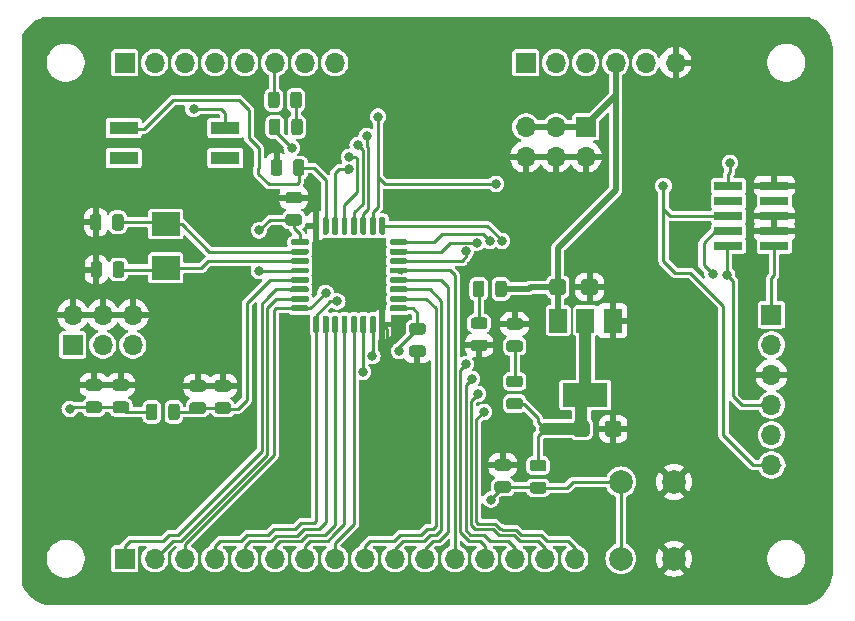
<source format=gbr>
G04 #@! TF.GenerationSoftware,KiCad,Pcbnew,8.0.3+1*
G04 #@! TF.CreationDate,2024-06-30T09:17:32+00:00*
G04 #@! TF.ProjectId,STM32F030K6T6TR_Devel,53544d33-3246-4303-9330-4b3654365452,0.0.2*
G04 #@! TF.SameCoordinates,Original*
G04 #@! TF.FileFunction,Copper,L1,Top*
G04 #@! TF.FilePolarity,Positive*
%FSLAX46Y46*%
G04 Gerber Fmt 4.6, Leading zero omitted, Abs format (unit mm)*
G04 Created by KiCad (PCBNEW 8.0.3+1) date 2024-06-30 09:17:32*
%MOMM*%
%LPD*%
G01*
G04 APERTURE LIST*
G04 #@! TA.AperFunction,SMDPad,CuDef*
%ADD10R,2.400000X2.000000*%
G04 #@! TD*
G04 #@! TA.AperFunction,SMDPad,CuDef*
%ADD11R,1.500000X2.000000*%
G04 #@! TD*
G04 #@! TA.AperFunction,SMDPad,CuDef*
%ADD12R,3.800000X2.000000*%
G04 #@! TD*
G04 #@! TA.AperFunction,ComponentPad*
%ADD13C,2.000000*%
G04 #@! TD*
G04 #@! TA.AperFunction,ComponentPad*
%ADD14R,1.700000X1.700000*%
G04 #@! TD*
G04 #@! TA.AperFunction,ComponentPad*
%ADD15O,1.700000X1.700000*%
G04 #@! TD*
G04 #@! TA.AperFunction,SMDPad,CuDef*
%ADD16R,2.400000X0.740000*%
G04 #@! TD*
G04 #@! TA.AperFunction,SMDPad,CuDef*
%ADD17R,2.440000X1.120000*%
G04 #@! TD*
G04 #@! TA.AperFunction,ViaPad*
%ADD18C,0.800000*%
G04 #@! TD*
G04 #@! TA.AperFunction,Conductor*
%ADD19C,0.250000*%
G04 #@! TD*
G04 #@! TA.AperFunction,Conductor*
%ADD20C,1.000000*%
G04 #@! TD*
G04 #@! TA.AperFunction,Conductor*
%ADD21C,0.500000*%
G04 #@! TD*
G04 APERTURE END LIST*
D10*
X112469900Y-87666900D03*
X112469900Y-91366900D03*
G04 #@! TA.AperFunction,SMDPad,CuDef*
G36*
G01*
X121207000Y-79902250D02*
X121207000Y-78989750D01*
G75*
G02*
X121450750Y-78746000I243750J0D01*
G01*
X121938250Y-78746000D01*
G75*
G02*
X122182000Y-78989750I0J-243750D01*
G01*
X122182000Y-79902250D01*
G75*
G02*
X121938250Y-80146000I-243750J0D01*
G01*
X121450750Y-80146000D01*
G75*
G02*
X121207000Y-79902250I0J243750D01*
G01*
G37*
G04 #@! TD.AperFunction*
G04 #@! TA.AperFunction,SMDPad,CuDef*
G36*
G01*
X123082000Y-79902250D02*
X123082000Y-78989750D01*
G75*
G02*
X123325750Y-78746000I243750J0D01*
G01*
X123813250Y-78746000D01*
G75*
G02*
X124057000Y-78989750I0J-243750D01*
G01*
X124057000Y-79902250D01*
G75*
G02*
X123813250Y-80146000I-243750J0D01*
G01*
X123325750Y-80146000D01*
G75*
G02*
X123082000Y-79902250I0J243750D01*
G01*
G37*
G04 #@! TD.AperFunction*
G04 #@! TA.AperFunction,SMDPad,CuDef*
G36*
G01*
X146950000Y-105425000D02*
X146950000Y-104575000D01*
G75*
G02*
X147200000Y-104325000I250000J0D01*
G01*
X148100000Y-104325000D01*
G75*
G02*
X148350000Y-104575000I0J-250000D01*
G01*
X148350000Y-105425000D01*
G75*
G02*
X148100000Y-105675000I-250000J0D01*
G01*
X147200000Y-105675000D01*
G75*
G02*
X146950000Y-105425000I0J250000D01*
G01*
G37*
G04 #@! TD.AperFunction*
G04 #@! TA.AperFunction,SMDPad,CuDef*
G36*
G01*
X149650000Y-105425000D02*
X149650000Y-104575000D01*
G75*
G02*
X149900000Y-104325000I250000J0D01*
G01*
X150800000Y-104325000D01*
G75*
G02*
X151050000Y-104575000I0J-250000D01*
G01*
X151050000Y-105425000D01*
G75*
G02*
X150800000Y-105675000I-250000J0D01*
G01*
X149900000Y-105675000D01*
G75*
G02*
X149650000Y-105425000I0J250000D01*
G01*
G37*
G04 #@! TD.AperFunction*
G04 #@! TA.AperFunction,SMDPad,CuDef*
G36*
G01*
X115630250Y-103725500D02*
X114717750Y-103725500D01*
G75*
G02*
X114474000Y-103481750I0J243750D01*
G01*
X114474000Y-102994250D01*
G75*
G02*
X114717750Y-102750500I243750J0D01*
G01*
X115630250Y-102750500D01*
G75*
G02*
X115874000Y-102994250I0J-243750D01*
G01*
X115874000Y-103481750D01*
G75*
G02*
X115630250Y-103725500I-243750J0D01*
G01*
G37*
G04 #@! TD.AperFunction*
G04 #@! TA.AperFunction,SMDPad,CuDef*
G36*
G01*
X115630250Y-101850500D02*
X114717750Y-101850500D01*
G75*
G02*
X114474000Y-101606750I0J243750D01*
G01*
X114474000Y-101119250D01*
G75*
G02*
X114717750Y-100875500I243750J0D01*
G01*
X115630250Y-100875500D01*
G75*
G02*
X115874000Y-101119250I0J-243750D01*
G01*
X115874000Y-101606750D01*
G75*
G02*
X115630250Y-101850500I-243750J0D01*
G01*
G37*
G04 #@! TD.AperFunction*
G04 #@! TA.AperFunction,SMDPad,CuDef*
G36*
G01*
X141329000Y-92705750D02*
X141329000Y-93618250D01*
G75*
G02*
X141085250Y-93862000I-243750J0D01*
G01*
X140597750Y-93862000D01*
G75*
G02*
X140354000Y-93618250I0J243750D01*
G01*
X140354000Y-92705750D01*
G75*
G02*
X140597750Y-92462000I243750J0D01*
G01*
X141085250Y-92462000D01*
G75*
G02*
X141329000Y-92705750I0J-243750D01*
G01*
G37*
G04 #@! TD.AperFunction*
G04 #@! TA.AperFunction,SMDPad,CuDef*
G36*
G01*
X139454000Y-92705750D02*
X139454000Y-93618250D01*
G75*
G02*
X139210250Y-93862000I-243750J0D01*
G01*
X138722750Y-93862000D01*
G75*
G02*
X138479000Y-93618250I0J243750D01*
G01*
X138479000Y-92705750D01*
G75*
G02*
X138722750Y-92462000I243750J0D01*
G01*
X139210250Y-92462000D01*
G75*
G02*
X139454000Y-92705750I0J-243750D01*
G01*
G37*
G04 #@! TD.AperFunction*
G04 #@! TA.AperFunction,SMDPad,CuDef*
G36*
G01*
X106832250Y-103663000D02*
X105919750Y-103663000D01*
G75*
G02*
X105676000Y-103419250I0J243750D01*
G01*
X105676000Y-102931750D01*
G75*
G02*
X105919750Y-102688000I243750J0D01*
G01*
X106832250Y-102688000D01*
G75*
G02*
X107076000Y-102931750I0J-243750D01*
G01*
X107076000Y-103419250D01*
G75*
G02*
X106832250Y-103663000I-243750J0D01*
G01*
G37*
G04 #@! TD.AperFunction*
G04 #@! TA.AperFunction,SMDPad,CuDef*
G36*
G01*
X106832250Y-101788000D02*
X105919750Y-101788000D01*
G75*
G02*
X105676000Y-101544250I0J243750D01*
G01*
X105676000Y-101056750D01*
G75*
G02*
X105919750Y-100813000I243750J0D01*
G01*
X106832250Y-100813000D01*
G75*
G02*
X107076000Y-101056750I0J-243750D01*
G01*
X107076000Y-101544250D01*
G75*
G02*
X106832250Y-101788000I-243750J0D01*
G01*
G37*
G04 #@! TD.AperFunction*
G04 #@! TA.AperFunction,SMDPad,CuDef*
G36*
G01*
X143543750Y-107637500D02*
X144456250Y-107637500D01*
G75*
G02*
X144700000Y-107881250I0J-243750D01*
G01*
X144700000Y-108368750D01*
G75*
G02*
X144456250Y-108612500I-243750J0D01*
G01*
X143543750Y-108612500D01*
G75*
G02*
X143300000Y-108368750I0J243750D01*
G01*
X143300000Y-107881250D01*
G75*
G02*
X143543750Y-107637500I243750J0D01*
G01*
G37*
G04 #@! TD.AperFunction*
G04 #@! TA.AperFunction,SMDPad,CuDef*
G36*
G01*
X143543750Y-109512500D02*
X144456250Y-109512500D01*
G75*
G02*
X144700000Y-109756250I0J-243750D01*
G01*
X144700000Y-110243750D01*
G75*
G02*
X144456250Y-110487500I-243750J0D01*
G01*
X143543750Y-110487500D01*
G75*
G02*
X143300000Y-110243750I0J243750D01*
G01*
X143300000Y-109756250D01*
G75*
G02*
X143543750Y-109512500I243750J0D01*
G01*
G37*
G04 #@! TD.AperFunction*
G04 #@! TA.AperFunction,SMDPad,CuDef*
G36*
G01*
X141543750Y-95637500D02*
X142456250Y-95637500D01*
G75*
G02*
X142700000Y-95881250I0J-243750D01*
G01*
X142700000Y-96368750D01*
G75*
G02*
X142456250Y-96612500I-243750J0D01*
G01*
X141543750Y-96612500D01*
G75*
G02*
X141300000Y-96368750I0J243750D01*
G01*
X141300000Y-95881250D01*
G75*
G02*
X141543750Y-95637500I243750J0D01*
G01*
G37*
G04 #@! TD.AperFunction*
G04 #@! TA.AperFunction,SMDPad,CuDef*
G36*
G01*
X141543750Y-97512500D02*
X142456250Y-97512500D01*
G75*
G02*
X142700000Y-97756250I0J-243750D01*
G01*
X142700000Y-98243750D01*
G75*
G02*
X142456250Y-98487500I-243750J0D01*
G01*
X141543750Y-98487500D01*
G75*
G02*
X141300000Y-98243750I0J243750D01*
G01*
X141300000Y-97756250D01*
G75*
G02*
X141543750Y-97512500I243750J0D01*
G01*
G37*
G04 #@! TD.AperFunction*
G04 #@! TA.AperFunction,SMDPad,CuDef*
G36*
G01*
X142456250Y-103362500D02*
X141543750Y-103362500D01*
G75*
G02*
X141300000Y-103118750I0J243750D01*
G01*
X141300000Y-102631250D01*
G75*
G02*
X141543750Y-102387500I243750J0D01*
G01*
X142456250Y-102387500D01*
G75*
G02*
X142700000Y-102631250I0J-243750D01*
G01*
X142700000Y-103118750D01*
G75*
G02*
X142456250Y-103362500I-243750J0D01*
G01*
G37*
G04 #@! TD.AperFunction*
G04 #@! TA.AperFunction,SMDPad,CuDef*
G36*
G01*
X142456250Y-101487500D02*
X141543750Y-101487500D01*
G75*
G02*
X141300000Y-101243750I0J243750D01*
G01*
X141300000Y-100756250D01*
G75*
G02*
X141543750Y-100512500I243750J0D01*
G01*
X142456250Y-100512500D01*
G75*
G02*
X142700000Y-100756250I0J-243750D01*
G01*
X142700000Y-101243750D01*
G75*
G02*
X142456250Y-101487500I-243750J0D01*
G01*
G37*
G04 #@! TD.AperFunction*
G04 #@! TA.AperFunction,SMDPad,CuDef*
G36*
G01*
X124208800Y-82434350D02*
X124208800Y-83346850D01*
G75*
G02*
X123965050Y-83590600I-243750J0D01*
G01*
X123477550Y-83590600D01*
G75*
G02*
X123233800Y-83346850I0J243750D01*
G01*
X123233800Y-82434350D01*
G75*
G02*
X123477550Y-82190600I243750J0D01*
G01*
X123965050Y-82190600D01*
G75*
G02*
X124208800Y-82434350I0J-243750D01*
G01*
G37*
G04 #@! TD.AperFunction*
G04 #@! TA.AperFunction,SMDPad,CuDef*
G36*
G01*
X122333800Y-82434350D02*
X122333800Y-83346850D01*
G75*
G02*
X122090050Y-83590600I-243750J0D01*
G01*
X121602550Y-83590600D01*
G75*
G02*
X121358800Y-83346850I0J243750D01*
G01*
X121358800Y-82434350D01*
G75*
G02*
X121602550Y-82190600I243750J0D01*
G01*
X122090050Y-82190600D01*
G75*
G02*
X122333800Y-82434350I0J-243750D01*
G01*
G37*
G04 #@! TD.AperFunction*
D11*
X150300000Y-95850000D03*
X148000000Y-95850000D03*
D12*
X148000000Y-102150000D03*
D11*
X145700000Y-95850000D03*
D13*
X151000000Y-116000000D03*
X151000000Y-109500000D03*
X155500000Y-116000000D03*
X155500000Y-109500000D03*
G04 #@! TA.AperFunction,SMDPad,CuDef*
G36*
G01*
X108957400Y-91060650D02*
X108957400Y-91973150D01*
G75*
G02*
X108713650Y-92216900I-243750J0D01*
G01*
X108226150Y-92216900D01*
G75*
G02*
X107982400Y-91973150I0J243750D01*
G01*
X107982400Y-91060650D01*
G75*
G02*
X108226150Y-90816900I243750J0D01*
G01*
X108713650Y-90816900D01*
G75*
G02*
X108957400Y-91060650I0J-243750D01*
G01*
G37*
G04 #@! TD.AperFunction*
G04 #@! TA.AperFunction,SMDPad,CuDef*
G36*
G01*
X107082400Y-91060650D02*
X107082400Y-91973150D01*
G75*
G02*
X106838650Y-92216900I-243750J0D01*
G01*
X106351150Y-92216900D01*
G75*
G02*
X106107400Y-91973150I0J243750D01*
G01*
X106107400Y-91060650D01*
G75*
G02*
X106351150Y-90816900I243750J0D01*
G01*
X106838650Y-90816900D01*
G75*
G02*
X107082400Y-91060650I0J-243750D01*
G01*
G37*
G04 #@! TD.AperFunction*
G04 #@! TA.AperFunction,SMDPad,CuDef*
G36*
G01*
X121128500Y-77616250D02*
X121128500Y-76703750D01*
G75*
G02*
X121372250Y-76460000I243750J0D01*
G01*
X121859750Y-76460000D01*
G75*
G02*
X122103500Y-76703750I0J-243750D01*
G01*
X122103500Y-77616250D01*
G75*
G02*
X121859750Y-77860000I-243750J0D01*
G01*
X121372250Y-77860000D01*
G75*
G02*
X121128500Y-77616250I0J243750D01*
G01*
G37*
G04 #@! TD.AperFunction*
G04 #@! TA.AperFunction,SMDPad,CuDef*
G36*
G01*
X123003500Y-77616250D02*
X123003500Y-76703750D01*
G75*
G02*
X123247250Y-76460000I243750J0D01*
G01*
X123734750Y-76460000D01*
G75*
G02*
X123978500Y-76703750I0J-243750D01*
G01*
X123978500Y-77616250D01*
G75*
G02*
X123734750Y-77860000I-243750J0D01*
G01*
X123247250Y-77860000D01*
G75*
G02*
X123003500Y-77616250I0J243750D01*
G01*
G37*
G04 #@! TD.AperFunction*
G04 #@! TA.AperFunction,SMDPad,CuDef*
G36*
G01*
X139456250Y-98425000D02*
X138543750Y-98425000D01*
G75*
G02*
X138300000Y-98181250I0J243750D01*
G01*
X138300000Y-97693750D01*
G75*
G02*
X138543750Y-97450000I243750J0D01*
G01*
X139456250Y-97450000D01*
G75*
G02*
X139700000Y-97693750I0J-243750D01*
G01*
X139700000Y-98181250D01*
G75*
G02*
X139456250Y-98425000I-243750J0D01*
G01*
G37*
G04 #@! TD.AperFunction*
G04 #@! TA.AperFunction,SMDPad,CuDef*
G36*
G01*
X139456250Y-96550000D02*
X138543750Y-96550000D01*
G75*
G02*
X138300000Y-96306250I0J243750D01*
G01*
X138300000Y-95818750D01*
G75*
G02*
X138543750Y-95575000I243750J0D01*
G01*
X139456250Y-95575000D01*
G75*
G02*
X139700000Y-95818750I0J-243750D01*
G01*
X139700000Y-96306250D01*
G75*
G02*
X139456250Y-96550000I-243750J0D01*
G01*
G37*
G04 #@! TD.AperFunction*
G04 #@! TA.AperFunction,SMDPad,CuDef*
G36*
G01*
X109118250Y-103663000D02*
X108205750Y-103663000D01*
G75*
G02*
X107962000Y-103419250I0J243750D01*
G01*
X107962000Y-102931750D01*
G75*
G02*
X108205750Y-102688000I243750J0D01*
G01*
X109118250Y-102688000D01*
G75*
G02*
X109362000Y-102931750I0J-243750D01*
G01*
X109362000Y-103419250D01*
G75*
G02*
X109118250Y-103663000I-243750J0D01*
G01*
G37*
G04 #@! TD.AperFunction*
G04 #@! TA.AperFunction,SMDPad,CuDef*
G36*
G01*
X109118250Y-101788000D02*
X108205750Y-101788000D01*
G75*
G02*
X107962000Y-101544250I0J243750D01*
G01*
X107962000Y-101056750D01*
G75*
G02*
X108205750Y-100813000I243750J0D01*
G01*
X109118250Y-100813000D01*
G75*
G02*
X109362000Y-101056750I0J-243750D01*
G01*
X109362000Y-101544250D01*
G75*
G02*
X109118250Y-101788000I-243750J0D01*
G01*
G37*
G04 #@! TD.AperFunction*
G04 #@! TA.AperFunction,SMDPad,CuDef*
G36*
G01*
X123075000Y-89325000D02*
X123075000Y-89075000D01*
G75*
G02*
X123200000Y-88950000I125000J0D01*
G01*
X124450000Y-88950000D01*
G75*
G02*
X124575000Y-89075000I0J-125000D01*
G01*
X124575000Y-89325000D01*
G75*
G02*
X124450000Y-89450000I-125000J0D01*
G01*
X123200000Y-89450000D01*
G75*
G02*
X123075000Y-89325000I0J125000D01*
G01*
G37*
G04 #@! TD.AperFunction*
G04 #@! TA.AperFunction,SMDPad,CuDef*
G36*
G01*
X123075000Y-90125000D02*
X123075000Y-89875000D01*
G75*
G02*
X123200000Y-89750000I125000J0D01*
G01*
X124450000Y-89750000D01*
G75*
G02*
X124575000Y-89875000I0J-125000D01*
G01*
X124575000Y-90125000D01*
G75*
G02*
X124450000Y-90250000I-125000J0D01*
G01*
X123200000Y-90250000D01*
G75*
G02*
X123075000Y-90125000I0J125000D01*
G01*
G37*
G04 #@! TD.AperFunction*
G04 #@! TA.AperFunction,SMDPad,CuDef*
G36*
G01*
X123075000Y-90925000D02*
X123075000Y-90675000D01*
G75*
G02*
X123200000Y-90550000I125000J0D01*
G01*
X124450000Y-90550000D01*
G75*
G02*
X124575000Y-90675000I0J-125000D01*
G01*
X124575000Y-90925000D01*
G75*
G02*
X124450000Y-91050000I-125000J0D01*
G01*
X123200000Y-91050000D01*
G75*
G02*
X123075000Y-90925000I0J125000D01*
G01*
G37*
G04 #@! TD.AperFunction*
G04 #@! TA.AperFunction,SMDPad,CuDef*
G36*
G01*
X123075000Y-91725000D02*
X123075000Y-91475000D01*
G75*
G02*
X123200000Y-91350000I125000J0D01*
G01*
X124450000Y-91350000D01*
G75*
G02*
X124575000Y-91475000I0J-125000D01*
G01*
X124575000Y-91725000D01*
G75*
G02*
X124450000Y-91850000I-125000J0D01*
G01*
X123200000Y-91850000D01*
G75*
G02*
X123075000Y-91725000I0J125000D01*
G01*
G37*
G04 #@! TD.AperFunction*
G04 #@! TA.AperFunction,SMDPad,CuDef*
G36*
G01*
X123075000Y-92525000D02*
X123075000Y-92275000D01*
G75*
G02*
X123200000Y-92150000I125000J0D01*
G01*
X124450000Y-92150000D01*
G75*
G02*
X124575000Y-92275000I0J-125000D01*
G01*
X124575000Y-92525000D01*
G75*
G02*
X124450000Y-92650000I-125000J0D01*
G01*
X123200000Y-92650000D01*
G75*
G02*
X123075000Y-92525000I0J125000D01*
G01*
G37*
G04 #@! TD.AperFunction*
G04 #@! TA.AperFunction,SMDPad,CuDef*
G36*
G01*
X123075000Y-93325000D02*
X123075000Y-93075000D01*
G75*
G02*
X123200000Y-92950000I125000J0D01*
G01*
X124450000Y-92950000D01*
G75*
G02*
X124575000Y-93075000I0J-125000D01*
G01*
X124575000Y-93325000D01*
G75*
G02*
X124450000Y-93450000I-125000J0D01*
G01*
X123200000Y-93450000D01*
G75*
G02*
X123075000Y-93325000I0J125000D01*
G01*
G37*
G04 #@! TD.AperFunction*
G04 #@! TA.AperFunction,SMDPad,CuDef*
G36*
G01*
X123075000Y-94125000D02*
X123075000Y-93875000D01*
G75*
G02*
X123200000Y-93750000I125000J0D01*
G01*
X124450000Y-93750000D01*
G75*
G02*
X124575000Y-93875000I0J-125000D01*
G01*
X124575000Y-94125000D01*
G75*
G02*
X124450000Y-94250000I-125000J0D01*
G01*
X123200000Y-94250000D01*
G75*
G02*
X123075000Y-94125000I0J125000D01*
G01*
G37*
G04 #@! TD.AperFunction*
G04 #@! TA.AperFunction,SMDPad,CuDef*
G36*
G01*
X123075000Y-94925000D02*
X123075000Y-94675000D01*
G75*
G02*
X123200000Y-94550000I125000J0D01*
G01*
X124450000Y-94550000D01*
G75*
G02*
X124575000Y-94675000I0J-125000D01*
G01*
X124575000Y-94925000D01*
G75*
G02*
X124450000Y-95050000I-125000J0D01*
G01*
X123200000Y-95050000D01*
G75*
G02*
X123075000Y-94925000I0J125000D01*
G01*
G37*
G04 #@! TD.AperFunction*
G04 #@! TA.AperFunction,SMDPad,CuDef*
G36*
G01*
X124950000Y-96800000D02*
X124950000Y-95550000D01*
G75*
G02*
X125075000Y-95425000I125000J0D01*
G01*
X125325000Y-95425000D01*
G75*
G02*
X125450000Y-95550000I0J-125000D01*
G01*
X125450000Y-96800000D01*
G75*
G02*
X125325000Y-96925000I-125000J0D01*
G01*
X125075000Y-96925000D01*
G75*
G02*
X124950000Y-96800000I0J125000D01*
G01*
G37*
G04 #@! TD.AperFunction*
G04 #@! TA.AperFunction,SMDPad,CuDef*
G36*
G01*
X125750000Y-96800000D02*
X125750000Y-95550000D01*
G75*
G02*
X125875000Y-95425000I125000J0D01*
G01*
X126125000Y-95425000D01*
G75*
G02*
X126250000Y-95550000I0J-125000D01*
G01*
X126250000Y-96800000D01*
G75*
G02*
X126125000Y-96925000I-125000J0D01*
G01*
X125875000Y-96925000D01*
G75*
G02*
X125750000Y-96800000I0J125000D01*
G01*
G37*
G04 #@! TD.AperFunction*
G04 #@! TA.AperFunction,SMDPad,CuDef*
G36*
G01*
X126550000Y-96800000D02*
X126550000Y-95550000D01*
G75*
G02*
X126675000Y-95425000I125000J0D01*
G01*
X126925000Y-95425000D01*
G75*
G02*
X127050000Y-95550000I0J-125000D01*
G01*
X127050000Y-96800000D01*
G75*
G02*
X126925000Y-96925000I-125000J0D01*
G01*
X126675000Y-96925000D01*
G75*
G02*
X126550000Y-96800000I0J125000D01*
G01*
G37*
G04 #@! TD.AperFunction*
G04 #@! TA.AperFunction,SMDPad,CuDef*
G36*
G01*
X127350000Y-96800000D02*
X127350000Y-95550000D01*
G75*
G02*
X127475000Y-95425000I125000J0D01*
G01*
X127725000Y-95425000D01*
G75*
G02*
X127850000Y-95550000I0J-125000D01*
G01*
X127850000Y-96800000D01*
G75*
G02*
X127725000Y-96925000I-125000J0D01*
G01*
X127475000Y-96925000D01*
G75*
G02*
X127350000Y-96800000I0J125000D01*
G01*
G37*
G04 #@! TD.AperFunction*
G04 #@! TA.AperFunction,SMDPad,CuDef*
G36*
G01*
X128150000Y-96800000D02*
X128150000Y-95550000D01*
G75*
G02*
X128275000Y-95425000I125000J0D01*
G01*
X128525000Y-95425000D01*
G75*
G02*
X128650000Y-95550000I0J-125000D01*
G01*
X128650000Y-96800000D01*
G75*
G02*
X128525000Y-96925000I-125000J0D01*
G01*
X128275000Y-96925000D01*
G75*
G02*
X128150000Y-96800000I0J125000D01*
G01*
G37*
G04 #@! TD.AperFunction*
G04 #@! TA.AperFunction,SMDPad,CuDef*
G36*
G01*
X128950000Y-96800000D02*
X128950000Y-95550000D01*
G75*
G02*
X129075000Y-95425000I125000J0D01*
G01*
X129325000Y-95425000D01*
G75*
G02*
X129450000Y-95550000I0J-125000D01*
G01*
X129450000Y-96800000D01*
G75*
G02*
X129325000Y-96925000I-125000J0D01*
G01*
X129075000Y-96925000D01*
G75*
G02*
X128950000Y-96800000I0J125000D01*
G01*
G37*
G04 #@! TD.AperFunction*
G04 #@! TA.AperFunction,SMDPad,CuDef*
G36*
G01*
X129750000Y-96800000D02*
X129750000Y-95550000D01*
G75*
G02*
X129875000Y-95425000I125000J0D01*
G01*
X130125000Y-95425000D01*
G75*
G02*
X130250000Y-95550000I0J-125000D01*
G01*
X130250000Y-96800000D01*
G75*
G02*
X130125000Y-96925000I-125000J0D01*
G01*
X129875000Y-96925000D01*
G75*
G02*
X129750000Y-96800000I0J125000D01*
G01*
G37*
G04 #@! TD.AperFunction*
G04 #@! TA.AperFunction,SMDPad,CuDef*
G36*
G01*
X130550000Y-96800000D02*
X130550000Y-95550000D01*
G75*
G02*
X130675000Y-95425000I125000J0D01*
G01*
X130925000Y-95425000D01*
G75*
G02*
X131050000Y-95550000I0J-125000D01*
G01*
X131050000Y-96800000D01*
G75*
G02*
X130925000Y-96925000I-125000J0D01*
G01*
X130675000Y-96925000D01*
G75*
G02*
X130550000Y-96800000I0J125000D01*
G01*
G37*
G04 #@! TD.AperFunction*
G04 #@! TA.AperFunction,SMDPad,CuDef*
G36*
G01*
X131425000Y-94925000D02*
X131425000Y-94675000D01*
G75*
G02*
X131550000Y-94550000I125000J0D01*
G01*
X132800000Y-94550000D01*
G75*
G02*
X132925000Y-94675000I0J-125000D01*
G01*
X132925000Y-94925000D01*
G75*
G02*
X132800000Y-95050000I-125000J0D01*
G01*
X131550000Y-95050000D01*
G75*
G02*
X131425000Y-94925000I0J125000D01*
G01*
G37*
G04 #@! TD.AperFunction*
G04 #@! TA.AperFunction,SMDPad,CuDef*
G36*
G01*
X131425000Y-94125000D02*
X131425000Y-93875000D01*
G75*
G02*
X131550000Y-93750000I125000J0D01*
G01*
X132800000Y-93750000D01*
G75*
G02*
X132925000Y-93875000I0J-125000D01*
G01*
X132925000Y-94125000D01*
G75*
G02*
X132800000Y-94250000I-125000J0D01*
G01*
X131550000Y-94250000D01*
G75*
G02*
X131425000Y-94125000I0J125000D01*
G01*
G37*
G04 #@! TD.AperFunction*
G04 #@! TA.AperFunction,SMDPad,CuDef*
G36*
G01*
X131425000Y-93325000D02*
X131425000Y-93075000D01*
G75*
G02*
X131550000Y-92950000I125000J0D01*
G01*
X132800000Y-92950000D01*
G75*
G02*
X132925000Y-93075000I0J-125000D01*
G01*
X132925000Y-93325000D01*
G75*
G02*
X132800000Y-93450000I-125000J0D01*
G01*
X131550000Y-93450000D01*
G75*
G02*
X131425000Y-93325000I0J125000D01*
G01*
G37*
G04 #@! TD.AperFunction*
G04 #@! TA.AperFunction,SMDPad,CuDef*
G36*
G01*
X131425000Y-92525000D02*
X131425000Y-92275000D01*
G75*
G02*
X131550000Y-92150000I125000J0D01*
G01*
X132800000Y-92150000D01*
G75*
G02*
X132925000Y-92275000I0J-125000D01*
G01*
X132925000Y-92525000D01*
G75*
G02*
X132800000Y-92650000I-125000J0D01*
G01*
X131550000Y-92650000D01*
G75*
G02*
X131425000Y-92525000I0J125000D01*
G01*
G37*
G04 #@! TD.AperFunction*
G04 #@! TA.AperFunction,SMDPad,CuDef*
G36*
G01*
X131425000Y-91725000D02*
X131425000Y-91475000D01*
G75*
G02*
X131550000Y-91350000I125000J0D01*
G01*
X132800000Y-91350000D01*
G75*
G02*
X132925000Y-91475000I0J-125000D01*
G01*
X132925000Y-91725000D01*
G75*
G02*
X132800000Y-91850000I-125000J0D01*
G01*
X131550000Y-91850000D01*
G75*
G02*
X131425000Y-91725000I0J125000D01*
G01*
G37*
G04 #@! TD.AperFunction*
G04 #@! TA.AperFunction,SMDPad,CuDef*
G36*
G01*
X131425000Y-90925000D02*
X131425000Y-90675000D01*
G75*
G02*
X131550000Y-90550000I125000J0D01*
G01*
X132800000Y-90550000D01*
G75*
G02*
X132925000Y-90675000I0J-125000D01*
G01*
X132925000Y-90925000D01*
G75*
G02*
X132800000Y-91050000I-125000J0D01*
G01*
X131550000Y-91050000D01*
G75*
G02*
X131425000Y-90925000I0J125000D01*
G01*
G37*
G04 #@! TD.AperFunction*
G04 #@! TA.AperFunction,SMDPad,CuDef*
G36*
G01*
X131425000Y-90125000D02*
X131425000Y-89875000D01*
G75*
G02*
X131550000Y-89750000I125000J0D01*
G01*
X132800000Y-89750000D01*
G75*
G02*
X132925000Y-89875000I0J-125000D01*
G01*
X132925000Y-90125000D01*
G75*
G02*
X132800000Y-90250000I-125000J0D01*
G01*
X131550000Y-90250000D01*
G75*
G02*
X131425000Y-90125000I0J125000D01*
G01*
G37*
G04 #@! TD.AperFunction*
G04 #@! TA.AperFunction,SMDPad,CuDef*
G36*
G01*
X131425000Y-89325000D02*
X131425000Y-89075000D01*
G75*
G02*
X131550000Y-88950000I125000J0D01*
G01*
X132800000Y-88950000D01*
G75*
G02*
X132925000Y-89075000I0J-125000D01*
G01*
X132925000Y-89325000D01*
G75*
G02*
X132800000Y-89450000I-125000J0D01*
G01*
X131550000Y-89450000D01*
G75*
G02*
X131425000Y-89325000I0J125000D01*
G01*
G37*
G04 #@! TD.AperFunction*
G04 #@! TA.AperFunction,SMDPad,CuDef*
G36*
G01*
X130550000Y-88450000D02*
X130550000Y-87200000D01*
G75*
G02*
X130675000Y-87075000I125000J0D01*
G01*
X130925000Y-87075000D01*
G75*
G02*
X131050000Y-87200000I0J-125000D01*
G01*
X131050000Y-88450000D01*
G75*
G02*
X130925000Y-88575000I-125000J0D01*
G01*
X130675000Y-88575000D01*
G75*
G02*
X130550000Y-88450000I0J125000D01*
G01*
G37*
G04 #@! TD.AperFunction*
G04 #@! TA.AperFunction,SMDPad,CuDef*
G36*
G01*
X129750000Y-88450000D02*
X129750000Y-87200000D01*
G75*
G02*
X129875000Y-87075000I125000J0D01*
G01*
X130125000Y-87075000D01*
G75*
G02*
X130250000Y-87200000I0J-125000D01*
G01*
X130250000Y-88450000D01*
G75*
G02*
X130125000Y-88575000I-125000J0D01*
G01*
X129875000Y-88575000D01*
G75*
G02*
X129750000Y-88450000I0J125000D01*
G01*
G37*
G04 #@! TD.AperFunction*
G04 #@! TA.AperFunction,SMDPad,CuDef*
G36*
G01*
X128950000Y-88450000D02*
X128950000Y-87200000D01*
G75*
G02*
X129075000Y-87075000I125000J0D01*
G01*
X129325000Y-87075000D01*
G75*
G02*
X129450000Y-87200000I0J-125000D01*
G01*
X129450000Y-88450000D01*
G75*
G02*
X129325000Y-88575000I-125000J0D01*
G01*
X129075000Y-88575000D01*
G75*
G02*
X128950000Y-88450000I0J125000D01*
G01*
G37*
G04 #@! TD.AperFunction*
G04 #@! TA.AperFunction,SMDPad,CuDef*
G36*
G01*
X128150000Y-88450000D02*
X128150000Y-87200000D01*
G75*
G02*
X128275000Y-87075000I125000J0D01*
G01*
X128525000Y-87075000D01*
G75*
G02*
X128650000Y-87200000I0J-125000D01*
G01*
X128650000Y-88450000D01*
G75*
G02*
X128525000Y-88575000I-125000J0D01*
G01*
X128275000Y-88575000D01*
G75*
G02*
X128150000Y-88450000I0J125000D01*
G01*
G37*
G04 #@! TD.AperFunction*
G04 #@! TA.AperFunction,SMDPad,CuDef*
G36*
G01*
X127350000Y-88450000D02*
X127350000Y-87200000D01*
G75*
G02*
X127475000Y-87075000I125000J0D01*
G01*
X127725000Y-87075000D01*
G75*
G02*
X127850000Y-87200000I0J-125000D01*
G01*
X127850000Y-88450000D01*
G75*
G02*
X127725000Y-88575000I-125000J0D01*
G01*
X127475000Y-88575000D01*
G75*
G02*
X127350000Y-88450000I0J125000D01*
G01*
G37*
G04 #@! TD.AperFunction*
G04 #@! TA.AperFunction,SMDPad,CuDef*
G36*
G01*
X126550000Y-88450000D02*
X126550000Y-87200000D01*
G75*
G02*
X126675000Y-87075000I125000J0D01*
G01*
X126925000Y-87075000D01*
G75*
G02*
X127050000Y-87200000I0J-125000D01*
G01*
X127050000Y-88450000D01*
G75*
G02*
X126925000Y-88575000I-125000J0D01*
G01*
X126675000Y-88575000D01*
G75*
G02*
X126550000Y-88450000I0J125000D01*
G01*
G37*
G04 #@! TD.AperFunction*
G04 #@! TA.AperFunction,SMDPad,CuDef*
G36*
G01*
X125750000Y-88450000D02*
X125750000Y-87200000D01*
G75*
G02*
X125875000Y-87075000I125000J0D01*
G01*
X126125000Y-87075000D01*
G75*
G02*
X126250000Y-87200000I0J-125000D01*
G01*
X126250000Y-88450000D01*
G75*
G02*
X126125000Y-88575000I-125000J0D01*
G01*
X125875000Y-88575000D01*
G75*
G02*
X125750000Y-88450000I0J125000D01*
G01*
G37*
G04 #@! TD.AperFunction*
G04 #@! TA.AperFunction,SMDPad,CuDef*
G36*
G01*
X124950000Y-88450000D02*
X124950000Y-87200000D01*
G75*
G02*
X125075000Y-87075000I125000J0D01*
G01*
X125325000Y-87075000D01*
G75*
G02*
X125450000Y-87200000I0J-125000D01*
G01*
X125450000Y-88450000D01*
G75*
G02*
X125325000Y-88575000I-125000J0D01*
G01*
X125075000Y-88575000D01*
G75*
G02*
X124950000Y-88450000I0J125000D01*
G01*
G37*
G04 #@! TD.AperFunction*
G04 #@! TA.AperFunction,SMDPad,CuDef*
G36*
G01*
X108894900Y-87060650D02*
X108894900Y-87973150D01*
G75*
G02*
X108651150Y-88216900I-243750J0D01*
G01*
X108163650Y-88216900D01*
G75*
G02*
X107919900Y-87973150I0J243750D01*
G01*
X107919900Y-87060650D01*
G75*
G02*
X108163650Y-86816900I243750J0D01*
G01*
X108651150Y-86816900D01*
G75*
G02*
X108894900Y-87060650I0J-243750D01*
G01*
G37*
G04 #@! TD.AperFunction*
G04 #@! TA.AperFunction,SMDPad,CuDef*
G36*
G01*
X107019900Y-87060650D02*
X107019900Y-87973150D01*
G75*
G02*
X106776150Y-88216900I-243750J0D01*
G01*
X106288650Y-88216900D01*
G75*
G02*
X106044900Y-87973150I0J243750D01*
G01*
X106044900Y-87060650D01*
G75*
G02*
X106288650Y-86816900I243750J0D01*
G01*
X106776150Y-86816900D01*
G75*
G02*
X107019900Y-87060650I0J-243750D01*
G01*
G37*
G04 #@! TD.AperFunction*
G04 #@! TA.AperFunction,SMDPad,CuDef*
G36*
G01*
X141456250Y-110425000D02*
X140543750Y-110425000D01*
G75*
G02*
X140300000Y-110181250I0J243750D01*
G01*
X140300000Y-109693750D01*
G75*
G02*
X140543750Y-109450000I243750J0D01*
G01*
X141456250Y-109450000D01*
G75*
G02*
X141700000Y-109693750I0J-243750D01*
G01*
X141700000Y-110181250D01*
G75*
G02*
X141456250Y-110425000I-243750J0D01*
G01*
G37*
G04 #@! TD.AperFunction*
G04 #@! TA.AperFunction,SMDPad,CuDef*
G36*
G01*
X141456250Y-108550000D02*
X140543750Y-108550000D01*
G75*
G02*
X140300000Y-108306250I0J243750D01*
G01*
X140300000Y-107818750D01*
G75*
G02*
X140543750Y-107575000I243750J0D01*
G01*
X141456250Y-107575000D01*
G75*
G02*
X141700000Y-107818750I0J-243750D01*
G01*
X141700000Y-108306250D01*
G75*
G02*
X141456250Y-108550000I-243750J0D01*
G01*
G37*
G04 #@! TD.AperFunction*
G04 #@! TA.AperFunction,SMDPad,CuDef*
G36*
G01*
X144950000Y-93425000D02*
X144950000Y-92575000D01*
G75*
G02*
X145200000Y-92325000I250000J0D01*
G01*
X146100000Y-92325000D01*
G75*
G02*
X146350000Y-92575000I0J-250000D01*
G01*
X146350000Y-93425000D01*
G75*
G02*
X146100000Y-93675000I-250000J0D01*
G01*
X145200000Y-93675000D01*
G75*
G02*
X144950000Y-93425000I0J250000D01*
G01*
G37*
G04 #@! TD.AperFunction*
G04 #@! TA.AperFunction,SMDPad,CuDef*
G36*
G01*
X147650000Y-93425000D02*
X147650000Y-92575000D01*
G75*
G02*
X147900000Y-92325000I250000J0D01*
G01*
X148800000Y-92325000D01*
G75*
G02*
X149050000Y-92575000I0J-250000D01*
G01*
X149050000Y-93425000D01*
G75*
G02*
X148800000Y-93675000I-250000J0D01*
G01*
X147900000Y-93675000D01*
G75*
G02*
X147650000Y-93425000I0J250000D01*
G01*
G37*
G04 #@! TD.AperFunction*
G04 #@! TA.AperFunction,SMDPad,CuDef*
G36*
G01*
X113643000Y-103119750D02*
X113643000Y-104032250D01*
G75*
G02*
X113399250Y-104276000I-243750J0D01*
G01*
X112911750Y-104276000D01*
G75*
G02*
X112668000Y-104032250I0J243750D01*
G01*
X112668000Y-103119750D01*
G75*
G02*
X112911750Y-102876000I243750J0D01*
G01*
X113399250Y-102876000D01*
G75*
G02*
X113643000Y-103119750I0J-243750D01*
G01*
G37*
G04 #@! TD.AperFunction*
G04 #@! TA.AperFunction,SMDPad,CuDef*
G36*
G01*
X111768000Y-103119750D02*
X111768000Y-104032250D01*
G75*
G02*
X111524250Y-104276000I-243750J0D01*
G01*
X111036750Y-104276000D01*
G75*
G02*
X110793000Y-104032250I0J243750D01*
G01*
X110793000Y-103119750D01*
G75*
G02*
X111036750Y-102876000I243750J0D01*
G01*
X111524250Y-102876000D01*
G75*
G02*
X111768000Y-103119750I0J-243750D01*
G01*
G37*
G04 #@! TD.AperFunction*
G04 #@! TA.AperFunction,SMDPad,CuDef*
G36*
G01*
X134238250Y-98907900D02*
X133325750Y-98907900D01*
G75*
G02*
X133082000Y-98664150I0J243750D01*
G01*
X133082000Y-98176650D01*
G75*
G02*
X133325750Y-97932900I243750J0D01*
G01*
X134238250Y-97932900D01*
G75*
G02*
X134482000Y-98176650I0J-243750D01*
G01*
X134482000Y-98664150D01*
G75*
G02*
X134238250Y-98907900I-243750J0D01*
G01*
G37*
G04 #@! TD.AperFunction*
G04 #@! TA.AperFunction,SMDPad,CuDef*
G36*
G01*
X134238250Y-97032900D02*
X133325750Y-97032900D01*
G75*
G02*
X133082000Y-96789150I0J243750D01*
G01*
X133082000Y-96301650D01*
G75*
G02*
X133325750Y-96057900I243750J0D01*
G01*
X134238250Y-96057900D01*
G75*
G02*
X134482000Y-96301650I0J-243750D01*
G01*
X134482000Y-96789150D01*
G75*
G02*
X134238250Y-97032900I-243750J0D01*
G01*
G37*
G04 #@! TD.AperFunction*
G04 #@! TA.AperFunction,SMDPad,CuDef*
G36*
G01*
X117754250Y-103731000D02*
X116841750Y-103731000D01*
G75*
G02*
X116598000Y-103487250I0J243750D01*
G01*
X116598000Y-102999750D01*
G75*
G02*
X116841750Y-102756000I243750J0D01*
G01*
X117754250Y-102756000D01*
G75*
G02*
X117998000Y-102999750I0J-243750D01*
G01*
X117998000Y-103487250D01*
G75*
G02*
X117754250Y-103731000I-243750J0D01*
G01*
G37*
G04 #@! TD.AperFunction*
G04 #@! TA.AperFunction,SMDPad,CuDef*
G36*
G01*
X117754250Y-101856000D02*
X116841750Y-101856000D01*
G75*
G02*
X116598000Y-101612250I0J243750D01*
G01*
X116598000Y-101124750D01*
G75*
G02*
X116841750Y-100881000I243750J0D01*
G01*
X117754250Y-100881000D01*
G75*
G02*
X117998000Y-101124750I0J-243750D01*
G01*
X117998000Y-101612250D01*
G75*
G02*
X117754250Y-101856000I-243750J0D01*
G01*
G37*
G04 #@! TD.AperFunction*
G04 #@! TA.AperFunction,SMDPad,CuDef*
G36*
G01*
X122848250Y-84945400D02*
X123760750Y-84945400D01*
G75*
G02*
X124004500Y-85189150I0J-243750D01*
G01*
X124004500Y-85676650D01*
G75*
G02*
X123760750Y-85920400I-243750J0D01*
G01*
X122848250Y-85920400D01*
G75*
G02*
X122604500Y-85676650I0J243750D01*
G01*
X122604500Y-85189150D01*
G75*
G02*
X122848250Y-84945400I243750J0D01*
G01*
G37*
G04 #@! TD.AperFunction*
G04 #@! TA.AperFunction,SMDPad,CuDef*
G36*
G01*
X122848250Y-86820400D02*
X123760750Y-86820400D01*
G75*
G02*
X124004500Y-87064150I0J-243750D01*
G01*
X124004500Y-87551650D01*
G75*
G02*
X123760750Y-87795400I-243750J0D01*
G01*
X122848250Y-87795400D01*
G75*
G02*
X122604500Y-87551650I0J243750D01*
G01*
X122604500Y-87064150D01*
G75*
G02*
X122848250Y-86820400I243750J0D01*
G01*
G37*
G04 #@! TD.AperFunction*
D14*
X109000000Y-74000000D03*
D15*
X111540000Y-74000000D03*
X114080000Y-74000000D03*
X116620000Y-74000000D03*
X119160000Y-74000000D03*
X121700000Y-74000000D03*
X124240000Y-74000000D03*
X126780000Y-74000000D03*
D14*
X109000000Y-116000000D03*
D15*
X111540000Y-116000000D03*
X114080000Y-116000000D03*
X116620000Y-116000000D03*
X119160000Y-116000000D03*
X121700000Y-116000000D03*
X124240000Y-116000000D03*
X126780000Y-116000000D03*
X129320000Y-116000000D03*
X131860000Y-116000000D03*
X134400000Y-116000000D03*
X136940000Y-116000000D03*
X139480000Y-116000000D03*
X142020000Y-116000000D03*
X144560000Y-116000000D03*
X147100000Y-116000000D03*
D16*
X164008000Y-89520000D03*
X160108000Y-89520000D03*
X164008000Y-88250000D03*
X160108000Y-88250000D03*
X164008000Y-86980000D03*
X160108000Y-86980000D03*
X164008000Y-85710000D03*
X160108000Y-85710000D03*
X164008000Y-84440000D03*
X160108000Y-84440000D03*
D17*
X108903000Y-79537800D03*
X108903000Y-82077800D03*
X117513000Y-82077800D03*
X117513000Y-79537800D03*
D14*
X142938700Y-74000000D03*
D15*
X145478700Y-74000000D03*
X148018700Y-74000000D03*
X150558700Y-74000000D03*
X153098700Y-74000000D03*
X155638700Y-74000000D03*
D14*
X148031400Y-79436200D03*
D15*
X148031400Y-81976200D03*
X145491400Y-79436200D03*
X145491400Y-81976200D03*
X142951400Y-79436200D03*
X142951400Y-81976200D03*
D14*
X104597400Y-97902000D03*
D15*
X104597400Y-95362000D03*
X107137400Y-97902000D03*
X107137400Y-95362000D03*
X109677400Y-97902000D03*
X109677400Y-95362000D03*
D14*
X163754000Y-95362000D03*
D15*
X163754000Y-97902000D03*
X163754000Y-100442000D03*
X163754000Y-102982000D03*
X163754000Y-105522000D03*
X163754000Y-108062000D03*
D18*
X123140000Y-81224000D03*
X104344000Y-103322000D03*
X145084000Y-105000000D03*
X146100000Y-105000000D03*
X148000000Y-97956000D03*
X120370800Y-88199200D03*
X114820900Y-77912200D03*
X132231835Y-98425952D03*
X130760000Y-101036000D03*
X126378000Y-78811000D03*
X156500000Y-88500000D03*
X140000000Y-111000000D03*
X120350661Y-91633341D03*
X160250000Y-82500000D03*
X128728000Y-80970000D03*
X137872000Y-89969009D03*
X137872000Y-99512000D03*
X127975000Y-83002000D03*
X127975000Y-81986000D03*
X129490000Y-80208000D03*
X140412000Y-84272000D03*
X130435840Y-78571897D03*
X154610000Y-84440000D03*
X140920000Y-89098000D03*
X139396000Y-103576000D03*
X139904000Y-89098000D03*
X138888000Y-102052000D03*
X158760000Y-91892000D03*
X138779999Y-89243999D03*
X138380000Y-100782000D03*
X160000000Y-92000000D03*
X129959300Y-98854500D03*
X129146500Y-100175300D03*
X127000000Y-94225010D03*
X126000000Y-93500000D03*
D19*
X117298000Y-79192000D02*
X117630500Y-79192000D01*
X121694500Y-79778500D02*
X123140000Y-81224000D01*
D20*
X145084000Y-105000000D02*
X144576000Y-105000000D01*
D19*
X121694500Y-79446000D02*
X121694500Y-79778500D01*
X106376000Y-103175500D02*
X104490500Y-103175500D01*
X104490500Y-103175500D02*
X104344000Y-103322000D01*
X108662000Y-103175500D02*
X106376000Y-103175500D01*
X111280500Y-103576000D02*
X109062500Y-103576000D01*
X109062500Y-103576000D02*
X108662000Y-103175500D01*
D20*
X146100000Y-105000000D02*
X145084000Y-105000000D01*
D19*
X143968000Y-104084000D02*
X143968000Y-104392000D01*
X143968000Y-104392000D02*
X144576000Y-105000000D01*
X142000000Y-102875000D02*
X142759000Y-102875000D01*
X142759000Y-102875000D02*
X143968000Y-104084000D01*
X144576000Y-105000000D02*
X144000000Y-105576000D01*
X144000000Y-105576000D02*
X144000000Y-108125000D01*
D20*
X147650000Y-105000000D02*
X146100000Y-105000000D01*
X147650000Y-105000000D02*
X147650000Y-102500000D01*
D19*
X147650000Y-102500000D02*
X148000000Y-102150000D01*
D20*
X148000000Y-97956000D02*
X148000000Y-102150000D01*
X148000000Y-95850000D02*
X148000000Y-97956000D01*
D19*
X132231835Y-98095565D02*
X132231835Y-98425952D01*
X164000000Y-92000000D02*
X163750000Y-92250000D01*
X132175000Y-94800000D02*
X133385100Y-94800000D01*
X121262100Y-87307900D02*
X120370800Y-88199200D01*
X117145000Y-77912200D02*
X117513000Y-78280200D01*
X164000000Y-89528000D02*
X164000000Y-92000000D01*
X163754000Y-95362000D02*
X163754000Y-92254000D01*
X114820900Y-77912200D02*
X117145000Y-77912200D01*
X117513000Y-78280200D02*
X117513000Y-79537800D01*
X123304500Y-88021400D02*
X123825000Y-88541900D01*
X114871200Y-77962500D02*
X114820900Y-77912200D01*
X123825000Y-88541900D02*
X123825000Y-89200000D01*
X133782000Y-96545400D02*
X132231835Y-98095565D01*
X163754000Y-92254000D02*
X163750000Y-92250000D01*
X133782000Y-95196900D02*
X133782000Y-96545400D01*
X133385100Y-94800000D02*
X133782000Y-95196900D01*
X164008000Y-89520000D02*
X164000000Y-89528000D01*
X123304500Y-87307900D02*
X121262100Y-87307900D01*
X123304500Y-87307900D02*
X123304500Y-88021400D01*
X115174000Y-101363000D02*
X117292500Y-101363000D01*
X117292500Y-101363000D02*
X117298000Y-101368500D01*
X131159999Y-100636001D02*
X130760000Y-101036000D01*
X130750000Y-96162500D02*
X131159999Y-96572499D01*
X131159999Y-96572499D02*
X131159999Y-100636001D01*
D21*
X143368000Y-93000000D02*
X143206000Y-93162000D01*
X143206000Y-93162000D02*
X140841500Y-93162000D01*
X145650000Y-93000000D02*
X143368000Y-93000000D01*
X145650000Y-95800000D02*
X145700000Y-95850000D01*
X150558700Y-84782900D02*
X145650000Y-89691600D01*
X145650000Y-93831800D02*
X145650000Y-95800000D01*
X150558700Y-76781900D02*
X150558700Y-84782900D01*
X145650000Y-93000000D02*
X145650000Y-93831800D01*
X145650000Y-89691600D02*
X145650000Y-93831800D01*
X150558700Y-73835500D02*
X150558700Y-76781900D01*
X147904400Y-79436200D02*
X150558700Y-76781900D01*
X142951400Y-79436200D02*
X147904400Y-79436200D01*
D19*
X108407400Y-87516900D02*
X112319900Y-87516900D01*
X112319900Y-87516900D02*
X112469900Y-87666900D01*
X116139100Y-90000000D02*
X123825000Y-90000000D01*
X113806000Y-87666900D02*
X116139100Y-90000000D01*
X112469900Y-87666900D02*
X113806000Y-87666900D01*
X108469900Y-91516900D02*
X112319900Y-91516900D01*
X112319900Y-91516900D02*
X112469900Y-91366900D01*
X123825000Y-90800000D02*
X116055500Y-90800000D01*
X112469900Y-91366900D02*
X114826300Y-91366900D01*
X114826300Y-91366900D02*
X115530898Y-91366900D01*
X116055500Y-90800000D02*
X115488600Y-91366900D01*
X115488600Y-91366900D02*
X114826300Y-91366900D01*
X140000000Y-111000000D02*
X140000000Y-110937500D01*
X140000000Y-110937500D02*
X141000000Y-109937500D01*
X151000000Y-109500000D02*
X151000000Y-116000000D01*
X146434000Y-110000000D02*
X146934000Y-109500000D01*
X146934000Y-109500000D02*
X151000000Y-109500000D01*
X144000000Y-110000000D02*
X146434000Y-110000000D01*
X141000000Y-109937500D02*
X143937500Y-109937500D01*
X143937500Y-109937500D02*
X144000000Y-110000000D01*
X160250000Y-82500000D02*
X160250000Y-83250000D01*
X160108000Y-83392000D02*
X160108000Y-84440000D01*
X120350661Y-91633341D02*
X123791659Y-91633341D01*
X123791659Y-91633341D02*
X123825000Y-91600000D01*
X160250000Y-83250000D02*
X160108000Y-83392000D01*
X121616000Y-77160000D02*
X121616000Y-74084000D01*
X121616000Y-74084000D02*
X121700000Y-74000000D01*
X128400000Y-87825000D02*
X128400000Y-86685100D01*
X129150011Y-85935089D02*
X129150011Y-81392011D01*
X129150011Y-81392011D02*
X128728000Y-80970000D01*
X128400000Y-86685100D02*
X129150011Y-85935089D01*
X137390010Y-113762010D02*
X137390010Y-99993990D01*
X138126000Y-114498000D02*
X137390010Y-113762010D01*
X139480000Y-114920000D02*
X139058000Y-114498000D01*
X137390010Y-99993990D02*
X137872000Y-99512000D01*
X139480000Y-116000000D02*
X139480000Y-114920000D01*
X139058000Y-114498000D02*
X138126000Y-114498000D01*
X137872000Y-90368000D02*
X137872000Y-89969009D01*
X137872000Y-89969009D02*
X137872000Y-90431000D01*
X132175000Y-90800000D02*
X137594700Y-90800000D01*
X137872000Y-90431000D02*
X137503010Y-90799990D01*
X137594710Y-90799990D02*
X137503010Y-90799990D01*
X137594700Y-90800000D02*
X137594710Y-90799990D01*
X132162500Y-91750000D02*
X132396000Y-91750000D01*
X132396000Y-91750000D02*
X132420990Y-91774990D01*
X136573200Y-91600000D02*
X136940000Y-91966800D01*
X132175000Y-91600000D02*
X136573200Y-91600000D01*
X136940000Y-91966800D02*
X136940000Y-116000000D01*
X127975000Y-83002000D02*
X127750000Y-83227000D01*
X127117400Y-83002000D02*
X127975000Y-83002000D01*
X126800000Y-87825000D02*
X126800000Y-83319400D01*
X126800000Y-83319400D02*
X127117400Y-83002000D01*
X128540685Y-81986000D02*
X128700001Y-82145316D01*
X127975000Y-81986000D02*
X128540685Y-81986000D01*
X127600000Y-86050000D02*
X128700001Y-84949999D01*
X127600000Y-87825000D02*
X127600000Y-86050000D01*
X128700001Y-84949999D02*
X128700001Y-82145316D01*
X129600021Y-86386779D02*
X129600021Y-81205611D01*
X129200000Y-87825000D02*
X129200000Y-86786800D01*
X129600021Y-81205611D02*
X129490000Y-81095590D01*
X129490000Y-81095590D02*
X129490000Y-80208000D01*
X129200000Y-86786800D02*
X129600021Y-86386779D01*
X131014000Y-84272000D02*
X140412000Y-84272000D01*
X130435840Y-83693840D02*
X131014000Y-84272000D01*
X130435840Y-78571897D02*
X130435840Y-83693840D01*
X159690000Y-105522000D02*
X159690000Y-94600000D01*
X164516000Y-108062000D02*
X162230000Y-108062000D01*
X130000000Y-87825000D02*
X130000000Y-86623210D01*
X155626000Y-91806000D02*
X154610000Y-90790000D01*
X130435840Y-86187370D02*
X130435840Y-83693840D01*
X155200000Y-86980000D02*
X154610000Y-86390000D01*
X156896000Y-91806000D02*
X155626000Y-91806000D01*
X154610000Y-90790000D02*
X154610000Y-86390000D01*
X162230000Y-108062000D02*
X159690000Y-105522000D01*
X130000000Y-86623210D02*
X130435840Y-86187370D01*
X160108000Y-86980000D02*
X155200000Y-86980000D01*
X159690000Y-94600000D02*
X156896000Y-91806000D01*
X154610000Y-86390000D02*
X154610000Y-84440000D01*
X146508000Y-114498000D02*
X144730000Y-114498000D01*
X144730000Y-114498000D02*
X144222000Y-113990000D01*
X140977991Y-113539991D02*
X140920000Y-113482000D01*
X140794410Y-113482000D02*
X140344400Y-113031990D01*
X140344400Y-113031990D02*
X138945990Y-113031990D01*
X142572410Y-113990000D02*
X142122401Y-113539991D01*
X147100000Y-115090000D02*
X146508000Y-114498000D01*
X142122401Y-113539991D02*
X140977991Y-113539991D01*
X147100000Y-116000000D02*
X147100000Y-115090000D01*
X138772020Y-104199980D02*
X139396000Y-103576000D01*
X144222000Y-113990000D02*
X142572410Y-113990000D01*
X138772020Y-112858020D02*
X138772020Y-104199980D01*
X138945990Y-113031990D02*
X138772020Y-112858020D01*
X140920000Y-113482000D02*
X140794410Y-113482000D01*
X130760000Y-87827500D02*
X130750000Y-87837500D01*
X130800000Y-87825000D02*
X139704002Y-87825000D01*
X140920000Y-89040998D02*
X140920000Y-89098000D01*
X139704002Y-87825000D02*
X140920000Y-89040998D01*
X140158000Y-113482000D02*
X138634000Y-113482000D01*
X144560000Y-116000000D02*
X144560000Y-115090000D01*
X143968000Y-114498000D02*
X142444000Y-114498000D01*
X141936000Y-113990000D02*
X140666000Y-113990000D01*
X138634000Y-113482000D02*
X138322010Y-113170010D01*
X144560000Y-115090000D02*
X143968000Y-114498000D01*
X142444000Y-114498000D02*
X141936000Y-113990000D01*
X138322010Y-102617990D02*
X138888000Y-102052000D01*
X140666000Y-113990000D02*
X140158000Y-113482000D01*
X138322010Y-113170010D02*
X138322010Y-102617990D01*
X135837102Y-88518998D02*
X139324998Y-88518998D01*
X158000000Y-91132000D02*
X158760000Y-91892000D01*
X132175000Y-89200000D02*
X135156100Y-89200000D01*
X158000000Y-89250000D02*
X158000000Y-91132000D01*
X139324998Y-88518998D02*
X139904000Y-89098000D01*
X135156100Y-89200000D02*
X135837102Y-88518998D01*
X159000000Y-88250000D02*
X158000000Y-89250000D01*
X160108000Y-88250000D02*
X159000000Y-88250000D01*
X137872000Y-113607590D02*
X137872000Y-101290000D01*
X141428000Y-114498000D02*
X139904000Y-114498000D01*
X142020000Y-116000000D02*
X142020000Y-115090000D01*
X138254410Y-113990000D02*
X137872000Y-113607590D01*
X142020000Y-115090000D02*
X141428000Y-114498000D01*
X139904000Y-114498000D02*
X139396000Y-113990000D01*
X139396000Y-113990000D02*
X138254410Y-113990000D01*
X137872000Y-101290000D02*
X138380000Y-100782000D01*
X160000000Y-92000000D02*
X160500000Y-92500000D01*
X160000000Y-92000000D02*
X160000000Y-89628000D01*
X160500000Y-102250000D02*
X161232000Y-102982000D01*
X132175000Y-90000000D02*
X135740400Y-90000000D01*
X136496401Y-89243999D02*
X138779999Y-89243999D01*
X135740400Y-90000000D02*
X136496401Y-89243999D01*
X160500000Y-92500000D02*
X160500000Y-102250000D01*
X161232000Y-102982000D02*
X163754000Y-102982000D01*
X160000000Y-89628000D02*
X160108000Y-89520000D01*
X135078000Y-114498000D02*
X134400000Y-115176000D01*
X135586000Y-114498000D02*
X135078000Y-114498000D01*
X136348000Y-113736000D02*
X135586000Y-114498000D01*
X134400000Y-115176000D02*
X134400000Y-116000000D01*
X136348000Y-93000400D02*
X136348000Y-113736000D01*
X135747600Y-92400000D02*
X136348000Y-93000400D01*
X132175000Y-92400000D02*
X135747600Y-92400000D01*
X131860000Y-116000000D02*
X131860000Y-115176000D01*
X131860000Y-115176000D02*
X132538000Y-114498000D01*
X132538000Y-114498000D02*
X134316000Y-114498000D01*
X134316000Y-114498000D02*
X134824000Y-113990000D01*
X134824000Y-113990000D02*
X135332000Y-113990000D01*
X135332000Y-113990000D02*
X135782009Y-113539991D01*
X134807218Y-93200000D02*
X135782009Y-94174791D01*
X135782009Y-113539991D02*
X135782009Y-94174791D01*
X132175000Y-93200000D02*
X134807218Y-93200000D01*
X134570000Y-113482000D02*
X134062000Y-113990000D01*
X132284000Y-113990000D02*
X131776000Y-114498000D01*
X134062000Y-113990000D02*
X132284000Y-113990000D01*
X135078000Y-113482000D02*
X134570000Y-113482000D01*
X129744000Y-114498000D02*
X129320000Y-114922000D01*
X131776000Y-114498000D02*
X129744000Y-114498000D01*
X135332000Y-113228000D02*
X135078000Y-113482000D01*
X129320000Y-114922000D02*
X129320000Y-116000000D01*
X132175000Y-94000000D02*
X134516700Y-94000000D01*
X134516700Y-94000000D02*
X135332000Y-94815300D01*
X135332000Y-94815300D02*
X135332000Y-113228000D01*
X130000000Y-96175000D02*
X130000000Y-98813800D01*
X130000000Y-98813800D02*
X129959300Y-98854500D01*
X129200000Y-100121800D02*
X129146500Y-100175300D01*
X129200000Y-96175000D02*
X129200000Y-100121800D01*
X128225010Y-96187490D02*
X128250000Y-96162500D01*
X128400000Y-96175000D02*
X128400000Y-113048000D01*
X128400000Y-113048000D02*
X126780000Y-114668000D01*
X126780000Y-114668000D02*
X126780000Y-116000000D01*
X124240000Y-114922000D02*
X124240000Y-116000000D01*
X126188000Y-114498000D02*
X124664000Y-114498000D01*
X124664000Y-114498000D02*
X124240000Y-114922000D01*
X126649800Y-114036200D02*
X126188000Y-114498000D01*
X127600000Y-96175000D02*
X127600000Y-113086000D01*
X126750000Y-113936000D02*
X126649800Y-114036200D01*
X127600000Y-113086000D02*
X126649800Y-114036200D01*
X122124000Y-114498000D02*
X121700000Y-114922000D01*
X123902000Y-114498000D02*
X122124000Y-114498000D01*
X121700000Y-114922000D02*
X121700000Y-116000000D01*
X124410000Y-113990000D02*
X123902000Y-114498000D01*
X125934000Y-113990000D02*
X124410000Y-113990000D01*
X126800000Y-96175000D02*
X126800000Y-113124000D01*
X126250000Y-113674000D02*
X126173550Y-113750450D01*
X126800000Y-113124000D02*
X126173550Y-113750450D01*
X126173550Y-113750450D02*
X125934000Y-113990000D01*
X119160000Y-114922000D02*
X119584000Y-114498000D01*
X121362000Y-114498000D02*
X121812010Y-114047990D01*
X119160000Y-116000000D02*
X119160000Y-114922000D01*
X124156000Y-113482000D02*
X125426000Y-113482000D01*
X119584000Y-114498000D02*
X121362000Y-114498000D01*
X123590010Y-114047990D02*
X124156000Y-113482000D01*
X121812010Y-114047990D02*
X123590010Y-114047990D01*
X126000000Y-112908000D02*
X125697300Y-113210700D01*
X126000000Y-96175000D02*
X126000000Y-112908000D01*
X125697300Y-113210700D02*
X125799990Y-113108010D01*
X125426000Y-113482000D02*
X125697300Y-113210700D01*
X121108000Y-113990000D02*
X119330000Y-113990000D01*
X125250000Y-96162500D02*
X125274990Y-96187490D01*
X123394000Y-113482000D02*
X121616000Y-113482000D01*
X119330000Y-113990000D02*
X118822000Y-114498000D01*
X117044000Y-114498000D02*
X116620000Y-114922000D01*
X118822000Y-114498000D02*
X117044000Y-114498000D01*
X116620000Y-114922000D02*
X116620000Y-116000000D01*
X123902000Y-112974000D02*
X123394000Y-113482000D01*
X124994020Y-112974000D02*
X123902000Y-112974000D01*
X121616000Y-113482000D02*
X121108000Y-113990000D01*
X125200000Y-96175000D02*
X125200000Y-95425000D01*
X125200000Y-112768020D02*
X124994020Y-112974000D01*
X126399990Y-94225010D02*
X127000000Y-94225010D01*
X125200000Y-96175000D02*
X125200000Y-112768020D01*
X125200000Y-95425000D02*
X126399990Y-94225010D01*
X121616000Y-94940000D02*
X121616000Y-107261919D01*
X114080000Y-114797919D02*
X114080000Y-116000000D01*
X121616000Y-107261919D02*
X114080000Y-114797919D01*
X121806000Y-94750000D02*
X121616000Y-94940000D01*
X123775000Y-94750000D02*
X123825000Y-94800000D01*
X121806000Y-94750000D02*
X123775000Y-94750000D01*
X123825000Y-94800000D02*
X124700000Y-94800000D01*
X124700000Y-94800000D02*
X126000000Y-93500000D01*
X121050011Y-107189989D02*
X113742000Y-114498000D01*
X121050011Y-94743989D02*
X121050011Y-107189989D01*
X121794000Y-94000000D02*
X121050011Y-94743989D01*
X113042000Y-114498000D02*
X111540000Y-116000000D01*
X113742000Y-114498000D02*
X113042000Y-114498000D01*
X123825000Y-94000000D02*
X121794000Y-94000000D01*
X120600000Y-106878000D02*
X113488000Y-113990000D01*
X113488000Y-113990000D02*
X112726000Y-113990000D01*
X109424000Y-114498000D02*
X109000000Y-114922000D01*
X109000000Y-114922000D02*
X109000000Y-116000000D01*
X112218000Y-114498000D02*
X109424000Y-114498000D01*
X112726000Y-113990000D02*
X112218000Y-114498000D01*
X120600000Y-94432000D02*
X120600000Y-106878000D01*
X123837500Y-93250000D02*
X123034298Y-93250000D01*
X123034298Y-93250000D02*
X122978636Y-93194338D01*
X121282000Y-93750000D02*
X121157050Y-93874950D01*
X121832000Y-93200000D02*
X121157050Y-93874950D01*
X121157050Y-93874950D02*
X120600000Y-94432000D01*
X123825000Y-93200000D02*
X121832000Y-93200000D01*
X138966500Y-93162000D02*
X138966500Y-96029000D01*
X138966500Y-96029000D02*
X139000000Y-96062500D01*
X142000000Y-98000000D02*
X142000000Y-101000000D01*
X123491000Y-77160000D02*
X123491000Y-79367500D01*
X123491000Y-79367500D02*
X123569500Y-79446000D01*
X115174000Y-103238000D02*
X117292500Y-103238000D01*
X117292500Y-103238000D02*
X117298000Y-103243500D01*
X113155500Y-103576000D02*
X114836000Y-103576000D01*
X114836000Y-103576000D02*
X115174000Y-103238000D01*
X123825000Y-92400000D02*
X121293416Y-92400000D01*
X119330000Y-102560000D02*
X118568000Y-103322000D01*
X118568000Y-103322000D02*
X117376500Y-103322000D01*
X119330000Y-94363416D02*
X119330000Y-102560000D01*
X117376500Y-103322000D02*
X117298000Y-103243500D01*
X121293416Y-92400000D02*
X119330000Y-94363416D01*
X119505500Y-77999400D02*
X119505500Y-80399700D01*
X123721300Y-84137500D02*
X123721300Y-82890600D01*
X108128500Y-79626700D02*
X110617200Y-79626700D01*
X123571200Y-84287600D02*
X123721300Y-84137500D01*
X120320000Y-82919450D02*
X120320000Y-83424000D01*
X123721300Y-82890600D02*
X124987100Y-82890600D01*
X126000000Y-87825000D02*
X126000000Y-83903500D01*
X120345400Y-81239600D02*
X120345400Y-82894050D01*
X120345400Y-82894050D02*
X120320000Y-82919450D01*
X121183600Y-84287600D02*
X123571200Y-84287600D01*
X113056701Y-77187199D02*
X118693299Y-77187199D01*
X120320000Y-83424000D02*
X121183600Y-84287600D01*
X110617200Y-79626700D02*
X113056701Y-77187199D01*
X124987100Y-82890600D02*
X126000000Y-83903500D01*
X118693299Y-77187199D02*
X119505500Y-77999400D01*
X119505500Y-80399700D02*
X120345400Y-81239600D01*
G04 #@! TA.AperFunction,Conductor*
G36*
X158597699Y-87424407D02*
G01*
X158630072Y-87464511D01*
X158655794Y-87522765D01*
X158678027Y-87544998D01*
X158705803Y-87599513D01*
X158696232Y-87659945D01*
X158678028Y-87685000D01*
X158655794Y-87707235D01*
X158610414Y-87810011D01*
X158607500Y-87835130D01*
X158607500Y-87999743D01*
X158588593Y-88057934D01*
X158578504Y-88069747D01*
X157738737Y-88909515D01*
X157738736Y-88909514D01*
X157659514Y-88988737D01*
X157603498Y-89085758D01*
X157598305Y-89105139D01*
X157574500Y-89193982D01*
X157574500Y-91075982D01*
X157574500Y-91188018D01*
X157599027Y-91279555D01*
X157603498Y-91296241D01*
X157659514Y-91393262D01*
X158031519Y-91765268D01*
X158059296Y-91819784D01*
X158059793Y-91847202D01*
X158054355Y-91891995D01*
X158054355Y-91892002D01*
X158062766Y-91961270D01*
X158074860Y-92060872D01*
X158084298Y-92085758D01*
X158108193Y-92148766D01*
X158111148Y-92209880D01*
X158077617Y-92261059D01*
X158020408Y-92282755D01*
X157961372Y-92266681D01*
X157945627Y-92253879D01*
X157157263Y-91465515D01*
X157157260Y-91465513D01*
X157060240Y-91409498D01*
X157060242Y-91409498D01*
X156999650Y-91393263D01*
X156952018Y-91380500D01*
X156952016Y-91380500D01*
X155843256Y-91380500D01*
X155785065Y-91361593D01*
X155773252Y-91351504D01*
X155064496Y-90642748D01*
X155036719Y-90588231D01*
X155035500Y-90572744D01*
X155035500Y-87504105D01*
X155054407Y-87445914D01*
X155103907Y-87409950D01*
X155137493Y-87406869D01*
X155137493Y-87405500D01*
X155143982Y-87405500D01*
X158539508Y-87405500D01*
X158597699Y-87424407D01*
G37*
G04 #@! TD.AperFunction*
G04 #@! TA.AperFunction,Conductor*
G36*
X106671475Y-95169007D02*
G01*
X106637400Y-95296174D01*
X106637400Y-95427826D01*
X106671475Y-95554993D01*
X106706697Y-95616000D01*
X105028103Y-95616000D01*
X105063325Y-95554993D01*
X105097400Y-95427826D01*
X105097400Y-95296174D01*
X105063325Y-95169007D01*
X105028103Y-95108000D01*
X106706697Y-95108000D01*
X106671475Y-95169007D01*
G37*
G04 #@! TD.AperFunction*
G04 #@! TA.AperFunction,Conductor*
G36*
X109211475Y-95169007D02*
G01*
X109177400Y-95296174D01*
X109177400Y-95427826D01*
X109211475Y-95554993D01*
X109246697Y-95616000D01*
X107568103Y-95616000D01*
X107603325Y-95554993D01*
X107637400Y-95427826D01*
X107637400Y-95296174D01*
X107603325Y-95169007D01*
X107568103Y-95108000D01*
X109246697Y-95108000D01*
X109211475Y-95169007D01*
G37*
G04 #@! TD.AperFunction*
G04 #@! TA.AperFunction,Conductor*
G36*
X145025475Y-81783207D02*
G01*
X144991400Y-81910374D01*
X144991400Y-82042026D01*
X145025475Y-82169193D01*
X145060697Y-82230200D01*
X143382103Y-82230200D01*
X143417325Y-82169193D01*
X143451400Y-82042026D01*
X143451400Y-81910374D01*
X143417325Y-81783207D01*
X143382103Y-81722200D01*
X145060697Y-81722200D01*
X145025475Y-81783207D01*
G37*
G04 #@! TD.AperFunction*
G04 #@! TA.AperFunction,Conductor*
G36*
X147565475Y-81783207D02*
G01*
X147531400Y-81910374D01*
X147531400Y-82042026D01*
X147565475Y-82169193D01*
X147600697Y-82230200D01*
X145922103Y-82230200D01*
X145957325Y-82169193D01*
X145991400Y-82042026D01*
X145991400Y-81910374D01*
X145957325Y-81783207D01*
X145922103Y-81722200D01*
X147600697Y-81722200D01*
X147565475Y-81783207D01*
G37*
G04 #@! TD.AperFunction*
G04 #@! TA.AperFunction,Conductor*
G36*
X166668342Y-70103873D02*
G01*
X166914170Y-70169742D01*
X166924013Y-70172940D01*
X167204990Y-70280798D01*
X167214456Y-70285012D01*
X167482640Y-70421658D01*
X167491600Y-70426832D01*
X167744019Y-70590755D01*
X167752391Y-70596838D01*
X167986291Y-70786246D01*
X167993992Y-70793179D01*
X168206820Y-71006007D01*
X168213753Y-71013708D01*
X168403157Y-71247602D01*
X168409248Y-71255986D01*
X168573163Y-71508392D01*
X168578345Y-71517366D01*
X168714987Y-71785543D01*
X168719201Y-71795009D01*
X168827056Y-72075979D01*
X168830259Y-72085835D01*
X168908158Y-72376559D01*
X168910312Y-72386695D01*
X168957393Y-72683957D01*
X168958476Y-72694262D01*
X168974364Y-72997404D01*
X168974500Y-73002586D01*
X168974500Y-116997413D01*
X168974364Y-117002595D01*
X168958476Y-117305737D01*
X168957393Y-117316042D01*
X168910312Y-117613304D01*
X168908158Y-117623440D01*
X168830259Y-117914164D01*
X168827056Y-117924020D01*
X168719201Y-118204990D01*
X168714987Y-118214456D01*
X168578345Y-118482633D01*
X168573163Y-118491607D01*
X168409248Y-118744013D01*
X168403157Y-118752397D01*
X168213753Y-118986291D01*
X168206820Y-118993992D01*
X167993992Y-119206820D01*
X167986291Y-119213753D01*
X167752397Y-119403157D01*
X167744013Y-119409248D01*
X167491607Y-119573163D01*
X167482633Y-119578345D01*
X167214456Y-119714987D01*
X167204990Y-119719201D01*
X166924020Y-119827056D01*
X166914164Y-119830259D01*
X166668342Y-119896127D01*
X166642719Y-119899500D01*
X102357281Y-119899500D01*
X102331658Y-119896127D01*
X102085835Y-119830259D01*
X102075979Y-119827056D01*
X101795009Y-119719201D01*
X101785543Y-119714987D01*
X101517366Y-119578345D01*
X101508392Y-119573163D01*
X101255986Y-119409248D01*
X101247602Y-119403157D01*
X101187493Y-119354482D01*
X101013708Y-119213753D01*
X101006007Y-119206820D01*
X100793179Y-118993992D01*
X100786246Y-118986291D01*
X100596842Y-118752397D01*
X100590751Y-118744013D01*
X100426836Y-118491607D01*
X100421658Y-118482640D01*
X100367034Y-118375433D01*
X100294790Y-118233645D01*
X100284000Y-118188700D01*
X100284000Y-115874034D01*
X102399500Y-115874034D01*
X102399500Y-116125965D01*
X102438908Y-116374780D01*
X102516759Y-116614379D01*
X102600332Y-116778402D01*
X102631130Y-116838845D01*
X102779207Y-117042656D01*
X102957344Y-117220793D01*
X103161155Y-117368870D01*
X103385621Y-117483241D01*
X103625215Y-117561090D01*
X103625216Y-117561090D01*
X103625219Y-117561091D01*
X103874035Y-117600500D01*
X103874038Y-117600500D01*
X104125965Y-117600500D01*
X104374780Y-117561091D01*
X104374781Y-117561090D01*
X104374785Y-117561090D01*
X104614379Y-117483241D01*
X104838845Y-117368870D01*
X105042656Y-117220793D01*
X105220793Y-117042656D01*
X105368870Y-116838845D01*
X105483241Y-116614379D01*
X105561090Y-116374785D01*
X105563557Y-116359211D01*
X105600500Y-116125965D01*
X105600500Y-115874034D01*
X105561091Y-115625219D01*
X105547246Y-115582608D01*
X105483241Y-115385621D01*
X105368870Y-115161155D01*
X105220793Y-114957344D01*
X105042656Y-114779207D01*
X104838845Y-114631130D01*
X104838844Y-114631129D01*
X104838842Y-114631128D01*
X104614379Y-114516759D01*
X104374780Y-114438908D01*
X104125965Y-114399500D01*
X104125962Y-114399500D01*
X103874038Y-114399500D01*
X103874035Y-114399500D01*
X103625219Y-114438908D01*
X103385620Y-114516759D01*
X103161157Y-114631128D01*
X102957345Y-114779206D01*
X102779206Y-114957345D01*
X102631128Y-115161157D01*
X102516759Y-115385620D01*
X102438908Y-115625219D01*
X102399500Y-115874034D01*
X100284000Y-115874034D01*
X100284000Y-103321998D01*
X103638355Y-103321998D01*
X103638355Y-103322001D01*
X103643112Y-103361179D01*
X103658860Y-103490872D01*
X103719182Y-103649930D01*
X103815817Y-103789929D01*
X103943148Y-103902734D01*
X104093775Y-103981790D01*
X104258944Y-104022500D01*
X104258947Y-104022500D01*
X104429053Y-104022500D01*
X104429056Y-104022500D01*
X104594225Y-103981790D01*
X104744852Y-103902734D01*
X104872183Y-103789929D01*
X104968818Y-103649930D01*
X104968818Y-103649929D01*
X104972220Y-103645001D01*
X104974371Y-103646486D01*
X105010481Y-103611248D01*
X105054346Y-103601000D01*
X105339004Y-103601000D01*
X105397195Y-103619907D01*
X105431101Y-103663680D01*
X105440889Y-103688500D01*
X105531289Y-103807711D01*
X105650500Y-103898111D01*
X105650501Y-103898111D01*
X105650501Y-103898112D01*
X105753680Y-103938800D01*
X105789679Y-103952997D01*
X105877140Y-103963500D01*
X105877142Y-103963500D01*
X106874858Y-103963500D01*
X106874860Y-103963500D01*
X106962321Y-103952997D01*
X107065501Y-103912307D01*
X107101498Y-103898112D01*
X107101498Y-103898111D01*
X107101500Y-103898111D01*
X107220711Y-103807711D01*
X107311111Y-103688500D01*
X107320899Y-103663680D01*
X107359837Y-103616483D01*
X107412996Y-103601000D01*
X107625004Y-103601000D01*
X107683195Y-103619907D01*
X107717101Y-103663680D01*
X107726889Y-103688500D01*
X107817289Y-103807711D01*
X107936500Y-103898111D01*
X107936501Y-103898111D01*
X107936501Y-103898112D01*
X108039680Y-103938800D01*
X108075679Y-103952997D01*
X108163140Y-103963500D01*
X108856836Y-103963500D01*
X108894719Y-103971035D01*
X108898258Y-103972501D01*
X108898260Y-103972501D01*
X108898263Y-103972503D01*
X109006482Y-104001500D01*
X109118519Y-104001500D01*
X110395867Y-104001500D01*
X110454058Y-104020407D01*
X110490022Y-104069907D01*
X110494161Y-104088695D01*
X110503003Y-104162323D01*
X110557887Y-104301498D01*
X110560919Y-104305496D01*
X110648289Y-104420711D01*
X110767500Y-104511111D01*
X110767501Y-104511111D01*
X110767501Y-104511112D01*
X110870680Y-104551800D01*
X110906679Y-104565997D01*
X110994140Y-104576500D01*
X110994142Y-104576500D01*
X111566858Y-104576500D01*
X111566860Y-104576500D01*
X111654321Y-104565997D01*
X111759589Y-104524484D01*
X111793498Y-104511112D01*
X111793498Y-104511111D01*
X111793500Y-104511111D01*
X111912711Y-104420711D01*
X112003111Y-104301500D01*
X112057997Y-104162321D01*
X112068500Y-104074860D01*
X112068500Y-103077140D01*
X112057997Y-102989679D01*
X112029024Y-102916209D01*
X112003112Y-102850501D01*
X111926741Y-102749791D01*
X111912711Y-102731289D01*
X111793500Y-102640889D01*
X111793498Y-102640888D01*
X111793498Y-102640887D01*
X111654322Y-102586003D01*
X111566864Y-102575500D01*
X111566860Y-102575500D01*
X110994140Y-102575500D01*
X110994135Y-102575500D01*
X110906677Y-102586003D01*
X110767501Y-102640887D01*
X110767501Y-102640888D01*
X110648292Y-102731286D01*
X110648286Y-102731292D01*
X110557888Y-102850501D01*
X110557887Y-102850501D01*
X110503003Y-102989676D01*
X110494161Y-103063305D01*
X110468450Y-103118826D01*
X110415014Y-103148631D01*
X110395867Y-103150500D01*
X109761500Y-103150500D01*
X109703309Y-103131593D01*
X109667345Y-103082093D01*
X109662500Y-103051500D01*
X109662500Y-102889141D01*
X109662499Y-102889135D01*
X109651997Y-102801679D01*
X109624240Y-102731292D01*
X109597112Y-102662501D01*
X109554104Y-102605786D01*
X109506711Y-102543289D01*
X109387500Y-102452889D01*
X109387498Y-102452888D01*
X109387500Y-102452888D01*
X109357797Y-102441175D01*
X109310600Y-102402238D01*
X109295304Y-102342995D01*
X109317751Y-102286076D01*
X109362977Y-102255103D01*
X109438114Y-102230205D01*
X109438116Y-102230204D01*
X109587684Y-102137949D01*
X109711949Y-102013684D01*
X109804204Y-101864116D01*
X109804205Y-101864114D01*
X109859480Y-101697305D01*
X109859483Y-101697295D01*
X109870000Y-101594354D01*
X109870000Y-101554501D01*
X109869999Y-101554500D01*
X105168002Y-101554500D01*
X105168001Y-101554501D01*
X105168001Y-101594354D01*
X105178516Y-101697293D01*
X105178519Y-101697305D01*
X105233794Y-101864114D01*
X105233795Y-101864116D01*
X105326050Y-102013684D01*
X105450315Y-102137949D01*
X105599883Y-102230204D01*
X105599885Y-102230205D01*
X105675022Y-102255103D01*
X105724312Y-102291354D01*
X105742880Y-102349654D01*
X105723635Y-102407734D01*
X105680203Y-102441175D01*
X105650499Y-102452889D01*
X105531292Y-102543286D01*
X105531289Y-102543289D01*
X105440889Y-102662499D01*
X105431101Y-102687320D01*
X105392163Y-102734517D01*
X105339004Y-102750000D01*
X104785894Y-102750000D01*
X104739887Y-102738660D01*
X104594225Y-102662210D01*
X104594224Y-102662209D01*
X104594223Y-102662209D01*
X104429058Y-102621500D01*
X104429056Y-102621500D01*
X104258944Y-102621500D01*
X104258941Y-102621500D01*
X104093776Y-102662209D01*
X103943146Y-102741267D01*
X103815818Y-102854069D01*
X103815816Y-102854072D01*
X103727513Y-102982000D01*
X103719182Y-102994070D01*
X103658860Y-103153128D01*
X103657860Y-103161364D01*
X103638355Y-103321998D01*
X100284000Y-103321998D01*
X100284000Y-101069145D01*
X113966000Y-101069145D01*
X113966000Y-101108999D01*
X113966001Y-101109000D01*
X114919999Y-101109000D01*
X114920000Y-101108999D01*
X114920000Y-100367501D01*
X115428000Y-100367501D01*
X115428000Y-101108999D01*
X115428001Y-101109000D01*
X116378493Y-101109000D01*
X116395421Y-101114500D01*
X117043999Y-101114500D01*
X117044000Y-101114499D01*
X117044000Y-100373001D01*
X117552000Y-100373001D01*
X117552000Y-101114499D01*
X117552001Y-101114500D01*
X118505998Y-101114500D01*
X118505999Y-101114499D01*
X118505999Y-101074645D01*
X118495483Y-100971706D01*
X118495480Y-100971694D01*
X118440205Y-100804885D01*
X118440204Y-100804883D01*
X118347949Y-100655315D01*
X118223684Y-100531050D01*
X118074116Y-100438795D01*
X118074114Y-100438794D01*
X117907305Y-100383519D01*
X117907295Y-100383516D01*
X117804355Y-100373000D01*
X117552001Y-100373000D01*
X117552000Y-100373001D01*
X117044000Y-100373001D01*
X117043999Y-100373000D01*
X116791645Y-100373000D01*
X116688706Y-100383516D01*
X116688694Y-100383519D01*
X116521885Y-100438794D01*
X116521883Y-100438795D01*
X116372315Y-100531050D01*
X116308754Y-100594612D01*
X116254237Y-100622389D01*
X116193805Y-100612818D01*
X116168746Y-100594612D01*
X116099684Y-100525550D01*
X115950116Y-100433295D01*
X115950114Y-100433294D01*
X115783305Y-100378019D01*
X115783295Y-100378016D01*
X115680355Y-100367500D01*
X115428001Y-100367500D01*
X115428000Y-100367501D01*
X114920000Y-100367501D01*
X114919999Y-100367500D01*
X114667645Y-100367500D01*
X114564706Y-100378016D01*
X114564694Y-100378019D01*
X114397885Y-100433294D01*
X114397883Y-100433295D01*
X114248315Y-100525550D01*
X114124050Y-100649815D01*
X114031795Y-100799383D01*
X114031794Y-100799385D01*
X113976519Y-100966194D01*
X113976516Y-100966204D01*
X113966000Y-101069145D01*
X100284000Y-101069145D01*
X100284000Y-101006645D01*
X105168000Y-101006645D01*
X105168000Y-101046499D01*
X105168001Y-101046500D01*
X106121999Y-101046500D01*
X106122000Y-101046499D01*
X106122000Y-100305001D01*
X106630000Y-100305001D01*
X106630000Y-101046499D01*
X106630001Y-101046500D01*
X108407999Y-101046500D01*
X108408000Y-101046499D01*
X108408000Y-100305001D01*
X108916000Y-100305001D01*
X108916000Y-101046499D01*
X108916001Y-101046500D01*
X109869998Y-101046500D01*
X109869999Y-101046499D01*
X109869999Y-101006645D01*
X109859483Y-100903706D01*
X109859480Y-100903694D01*
X109804205Y-100736885D01*
X109804204Y-100736883D01*
X109711949Y-100587315D01*
X109587684Y-100463050D01*
X109438116Y-100370795D01*
X109438114Y-100370794D01*
X109271305Y-100315519D01*
X109271295Y-100315516D01*
X109168355Y-100305000D01*
X108916001Y-100305000D01*
X108916000Y-100305001D01*
X108408000Y-100305001D01*
X108407999Y-100305000D01*
X108155645Y-100305000D01*
X108052706Y-100315516D01*
X108052694Y-100315519D01*
X107885885Y-100370794D01*
X107885883Y-100370795D01*
X107736315Y-100463050D01*
X107612047Y-100587318D01*
X107603260Y-100601565D01*
X107556619Y-100641166D01*
X107495608Y-100645789D01*
X107443533Y-100613668D01*
X107434740Y-100601565D01*
X107425952Y-100587318D01*
X107301684Y-100463050D01*
X107152116Y-100370795D01*
X107152114Y-100370794D01*
X106985305Y-100315519D01*
X106985295Y-100315516D01*
X106882355Y-100305000D01*
X106630001Y-100305000D01*
X106630000Y-100305001D01*
X106122000Y-100305001D01*
X106121999Y-100305000D01*
X105869645Y-100305000D01*
X105766706Y-100315516D01*
X105766694Y-100315519D01*
X105599885Y-100370794D01*
X105599883Y-100370795D01*
X105450315Y-100463050D01*
X105326050Y-100587315D01*
X105233795Y-100736883D01*
X105233794Y-100736885D01*
X105178519Y-100903694D01*
X105178516Y-100903704D01*
X105168000Y-101006645D01*
X100284000Y-101006645D01*
X100284000Y-95107999D01*
X103260855Y-95107999D01*
X103260856Y-95108000D01*
X104166697Y-95108000D01*
X104131475Y-95169007D01*
X104097400Y-95296174D01*
X104097400Y-95427826D01*
X104131475Y-95554993D01*
X104166697Y-95616000D01*
X103260856Y-95616000D01*
X103308576Y-95804447D01*
X103398981Y-96010551D01*
X103398984Y-96010556D01*
X103522071Y-96198954D01*
X103674503Y-96364539D01*
X103852095Y-96502765D01*
X103852098Y-96502767D01*
X103967893Y-96565432D01*
X104010071Y-96609756D01*
X104018141Y-96670407D01*
X103989020Y-96724218D01*
X103933832Y-96750635D01*
X103920774Y-96751500D01*
X103702539Y-96751500D01*
X103702536Y-96751501D01*
X103677409Y-96754414D01*
X103574635Y-96799794D01*
X103495194Y-96879235D01*
X103449814Y-96982011D01*
X103446900Y-97007130D01*
X103446900Y-98796860D01*
X103446901Y-98796863D01*
X103449814Y-98821990D01*
X103469778Y-98867204D01*
X103495194Y-98924765D01*
X103574635Y-99004206D01*
X103677409Y-99049585D01*
X103702535Y-99052500D01*
X105492264Y-99052499D01*
X105517391Y-99049585D01*
X105620165Y-99004206D01*
X105699606Y-98924765D01*
X105744985Y-98821991D01*
X105747900Y-98796865D01*
X105747899Y-97007136D01*
X105744985Y-96982009D01*
X105699606Y-96879235D01*
X105620165Y-96799794D01*
X105517391Y-96754415D01*
X105517390Y-96754414D01*
X105517388Y-96754414D01*
X105492269Y-96751500D01*
X105274027Y-96751500D01*
X105215836Y-96732593D01*
X105179872Y-96683093D01*
X105179872Y-96621907D01*
X105215836Y-96572407D01*
X105226908Y-96565432D01*
X105342701Y-96502767D01*
X105342704Y-96502765D01*
X105520296Y-96364539D01*
X105672725Y-96198957D01*
X105784520Y-96027843D01*
X105832176Y-95989469D01*
X105893286Y-95986435D01*
X105944509Y-96019900D01*
X105950280Y-96027843D01*
X106062074Y-96198957D01*
X106214503Y-96364539D01*
X106392095Y-96502765D01*
X106392098Y-96502767D01*
X106590024Y-96609880D01*
X106703620Y-96648877D01*
X106752519Y-96685654D01*
X106770461Y-96744149D01*
X106750595Y-96802020D01*
X106707239Y-96834827D01*
X106622386Y-96867699D01*
X106622375Y-96867705D01*
X106441099Y-96979946D01*
X106441092Y-96979952D01*
X106283535Y-97123586D01*
X106283531Y-97123589D01*
X106283528Y-97123593D01*
X106283525Y-97123597D01*
X106155035Y-97293743D01*
X106155030Y-97293752D01*
X106059996Y-97484608D01*
X106001644Y-97689688D01*
X105984273Y-97877158D01*
X105981971Y-97902000D01*
X106001644Y-98114310D01*
X106059995Y-98319389D01*
X106155034Y-98510255D01*
X106283528Y-98680407D01*
X106354134Y-98744773D01*
X106441092Y-98824047D01*
X106441099Y-98824053D01*
X106510792Y-98867205D01*
X106622381Y-98936298D01*
X106821202Y-99013321D01*
X107030790Y-99052500D01*
X107244010Y-99052500D01*
X107453598Y-99013321D01*
X107652419Y-98936298D01*
X107833702Y-98824052D01*
X107991272Y-98680407D01*
X108119766Y-98510255D01*
X108214805Y-98319389D01*
X108273156Y-98114310D01*
X108292829Y-97902000D01*
X108273156Y-97689690D01*
X108214805Y-97484611D01*
X108119766Y-97293745D01*
X107991272Y-97123593D01*
X107872741Y-97015537D01*
X107833707Y-96979952D01*
X107833700Y-96979946D01*
X107652424Y-96867705D01*
X107652419Y-96867702D01*
X107567561Y-96834828D01*
X107520130Y-96796176D01*
X107504476Y-96737027D01*
X107526579Y-96679973D01*
X107571180Y-96648877D01*
X107684773Y-96609881D01*
X107684774Y-96609881D01*
X107882701Y-96502767D01*
X107882704Y-96502765D01*
X108060296Y-96364539D01*
X108212725Y-96198957D01*
X108324520Y-96027843D01*
X108372176Y-95989469D01*
X108433286Y-95986435D01*
X108484509Y-96019900D01*
X108490280Y-96027843D01*
X108602074Y-96198957D01*
X108754503Y-96364539D01*
X108932095Y-96502765D01*
X108932098Y-96502767D01*
X109130024Y-96609880D01*
X109243620Y-96648877D01*
X109292519Y-96685654D01*
X109310461Y-96744149D01*
X109290595Y-96802020D01*
X109247239Y-96834827D01*
X109162386Y-96867699D01*
X109162375Y-96867705D01*
X108981099Y-96979946D01*
X108981092Y-96979952D01*
X108823535Y-97123586D01*
X108823531Y-97123589D01*
X108823528Y-97123593D01*
X108823525Y-97123597D01*
X108695035Y-97293743D01*
X108695030Y-97293752D01*
X108599996Y-97484608D01*
X108541644Y-97689688D01*
X108524273Y-97877158D01*
X108521971Y-97902000D01*
X108541644Y-98114310D01*
X108599995Y-98319389D01*
X108695034Y-98510255D01*
X108823528Y-98680407D01*
X108894134Y-98744773D01*
X108981092Y-98824047D01*
X108981099Y-98824053D01*
X109050792Y-98867205D01*
X109162381Y-98936298D01*
X109361202Y-99013321D01*
X109570790Y-99052500D01*
X109784010Y-99052500D01*
X109993598Y-99013321D01*
X110192419Y-98936298D01*
X110373702Y-98824052D01*
X110531272Y-98680407D01*
X110659766Y-98510255D01*
X110754805Y-98319389D01*
X110813156Y-98114310D01*
X110832829Y-97902000D01*
X110813156Y-97689690D01*
X110754805Y-97484611D01*
X110659766Y-97293745D01*
X110531272Y-97123593D01*
X110412741Y-97015537D01*
X110373707Y-96979952D01*
X110373700Y-96979946D01*
X110192424Y-96867705D01*
X110192419Y-96867702D01*
X110107561Y-96834828D01*
X110060130Y-96796176D01*
X110044476Y-96737027D01*
X110066579Y-96679973D01*
X110111180Y-96648877D01*
X110224773Y-96609881D01*
X110224774Y-96609881D01*
X110422701Y-96502767D01*
X110422704Y-96502765D01*
X110600296Y-96364539D01*
X110752728Y-96198954D01*
X110875815Y-96010556D01*
X110875818Y-96010551D01*
X110966223Y-95804447D01*
X111013944Y-95616000D01*
X110108103Y-95616000D01*
X110143325Y-95554993D01*
X110177400Y-95427826D01*
X110177400Y-95296174D01*
X110143325Y-95169007D01*
X110108103Y-95108000D01*
X111013944Y-95108000D01*
X111013944Y-95107999D01*
X110966223Y-94919552D01*
X110875818Y-94713448D01*
X110875815Y-94713443D01*
X110752728Y-94525045D01*
X110600296Y-94359460D01*
X110422704Y-94221234D01*
X110422701Y-94221232D01*
X110224775Y-94114119D01*
X110011910Y-94041042D01*
X109931400Y-94027607D01*
X109931400Y-94931297D01*
X109870393Y-94896075D01*
X109743226Y-94862000D01*
X109611574Y-94862000D01*
X109484407Y-94896075D01*
X109423400Y-94931297D01*
X109423400Y-94027607D01*
X109423399Y-94027607D01*
X109342889Y-94041042D01*
X109130024Y-94114119D01*
X108932098Y-94221232D01*
X108932095Y-94221234D01*
X108754503Y-94359460D01*
X108602071Y-94525045D01*
X108490279Y-94696156D01*
X108442623Y-94734530D01*
X108381513Y-94737564D01*
X108330291Y-94704098D01*
X108324521Y-94696156D01*
X108212728Y-94525045D01*
X108060296Y-94359460D01*
X107882704Y-94221234D01*
X107882701Y-94221232D01*
X107684775Y-94114119D01*
X107471910Y-94041042D01*
X107391400Y-94027607D01*
X107391400Y-94931297D01*
X107330393Y-94896075D01*
X107203226Y-94862000D01*
X107071574Y-94862000D01*
X106944407Y-94896075D01*
X106883400Y-94931297D01*
X106883400Y-94027607D01*
X106883399Y-94027607D01*
X106802889Y-94041042D01*
X106590024Y-94114119D01*
X106392098Y-94221232D01*
X106392095Y-94221234D01*
X106214503Y-94359460D01*
X106062071Y-94525045D01*
X105950279Y-94696156D01*
X105902623Y-94734530D01*
X105841513Y-94737564D01*
X105790291Y-94704098D01*
X105784521Y-94696156D01*
X105672728Y-94525045D01*
X105520296Y-94359460D01*
X105342704Y-94221234D01*
X105342701Y-94221232D01*
X105144775Y-94114119D01*
X104931910Y-94041042D01*
X104851400Y-94027607D01*
X104851400Y-94931297D01*
X104790393Y-94896075D01*
X104663226Y-94862000D01*
X104531574Y-94862000D01*
X104404407Y-94896075D01*
X104343400Y-94931297D01*
X104343400Y-94027607D01*
X104343399Y-94027607D01*
X104262889Y-94041042D01*
X104050024Y-94114119D01*
X103852098Y-94221232D01*
X103852095Y-94221234D01*
X103674503Y-94359460D01*
X103522071Y-94525045D01*
X103398984Y-94713443D01*
X103398981Y-94713448D01*
X103308576Y-94919552D01*
X103260855Y-95107999D01*
X100284000Y-95107999D01*
X100284000Y-91770901D01*
X105599401Y-91770901D01*
X105599401Y-92023254D01*
X105609916Y-92126193D01*
X105609919Y-92126205D01*
X105665194Y-92293014D01*
X105665195Y-92293016D01*
X105757450Y-92442584D01*
X105881715Y-92566849D01*
X106031283Y-92659104D01*
X106031285Y-92659105D01*
X106198094Y-92714380D01*
X106198104Y-92714383D01*
X106301044Y-92724899D01*
X106340900Y-92724898D01*
X106340900Y-91770901D01*
X106340899Y-91770900D01*
X105599402Y-91770900D01*
X105599401Y-91770901D01*
X100284000Y-91770901D01*
X100284000Y-91010545D01*
X105599400Y-91010545D01*
X105599400Y-91262899D01*
X105599401Y-91262900D01*
X106340899Y-91262900D01*
X106340900Y-91262899D01*
X106340900Y-90308900D01*
X106340899Y-90308899D01*
X106301047Y-90308900D01*
X106301044Y-90308901D01*
X106198106Y-90319416D01*
X106198094Y-90319419D01*
X106031285Y-90374694D01*
X106031283Y-90374695D01*
X105881715Y-90466950D01*
X105757450Y-90591215D01*
X105665195Y-90740783D01*
X105665194Y-90740785D01*
X105609919Y-90907594D01*
X105609916Y-90907604D01*
X105599400Y-91010545D01*
X100284000Y-91010545D01*
X100284000Y-87770901D01*
X105536901Y-87770901D01*
X105536901Y-88023254D01*
X105547416Y-88126193D01*
X105547419Y-88126205D01*
X105602694Y-88293014D01*
X105602695Y-88293016D01*
X105694950Y-88442584D01*
X105819215Y-88566849D01*
X105968783Y-88659104D01*
X105968785Y-88659105D01*
X106135594Y-88714380D01*
X106135604Y-88714383D01*
X106238544Y-88724899D01*
X106278400Y-88724898D01*
X106278400Y-87770901D01*
X106278399Y-87770900D01*
X105536902Y-87770900D01*
X105536901Y-87770901D01*
X100284000Y-87770901D01*
X100284000Y-87010545D01*
X105536900Y-87010545D01*
X105536900Y-87262899D01*
X105536901Y-87262900D01*
X106278399Y-87262900D01*
X106278400Y-87262899D01*
X106278400Y-86308901D01*
X106786400Y-86308901D01*
X106786400Y-88724898D01*
X106786401Y-88724899D01*
X106826254Y-88724899D01*
X106929193Y-88714383D01*
X106929205Y-88714380D01*
X107096014Y-88659105D01*
X107096016Y-88659104D01*
X107245584Y-88566849D01*
X107369849Y-88442584D01*
X107462104Y-88293016D01*
X107462105Y-88293014D01*
X107487003Y-88217877D01*
X107523254Y-88168587D01*
X107581554Y-88150019D01*
X107639633Y-88169264D01*
X107673075Y-88212697D01*
X107684788Y-88242399D01*
X107723172Y-88293016D01*
X107775189Y-88361611D01*
X107894400Y-88452011D01*
X107894401Y-88452011D01*
X107894401Y-88452012D01*
X107980464Y-88485951D01*
X108033579Y-88506897D01*
X108121040Y-88517400D01*
X108121042Y-88517400D01*
X108693758Y-88517400D01*
X108693760Y-88517400D01*
X108781221Y-88506897D01*
X108892590Y-88462978D01*
X108920398Y-88452012D01*
X108920398Y-88452011D01*
X108920400Y-88452011D01*
X109039611Y-88361611D01*
X109130011Y-88242400D01*
X109184897Y-88103221D01*
X109192399Y-88040751D01*
X109193739Y-88029595D01*
X109219450Y-87974074D01*
X109272886Y-87944269D01*
X109292033Y-87942400D01*
X110870401Y-87942400D01*
X110928592Y-87961307D01*
X110964556Y-88010807D01*
X110969401Y-88041400D01*
X110969401Y-88711763D01*
X110972314Y-88736890D01*
X110991319Y-88779932D01*
X111017694Y-88839665D01*
X111097135Y-88919106D01*
X111199909Y-88964485D01*
X111225035Y-88967400D01*
X113714764Y-88967399D01*
X113739891Y-88964485D01*
X113842665Y-88919106D01*
X113922106Y-88839665D01*
X113967485Y-88736891D01*
X113970400Y-88711765D01*
X113970399Y-88672054D01*
X113989305Y-88613866D01*
X114038804Y-88577901D01*
X114099989Y-88577900D01*
X114139403Y-88602051D01*
X115831470Y-90294118D01*
X115859246Y-90348633D01*
X115849675Y-90409065D01*
X115810968Y-90449855D01*
X115794236Y-90459515D01*
X115341347Y-90912404D01*
X115286831Y-90940181D01*
X115271344Y-90941400D01*
X114069399Y-90941400D01*
X114011208Y-90922493D01*
X113975244Y-90872993D01*
X113970399Y-90842400D01*
X113970399Y-90322039D01*
X113970399Y-90322036D01*
X113967485Y-90296909D01*
X113922106Y-90194135D01*
X113842665Y-90114694D01*
X113739891Y-90069315D01*
X113739890Y-90069314D01*
X113739888Y-90069314D01*
X113714768Y-90066400D01*
X111225039Y-90066400D01*
X111225036Y-90066401D01*
X111199909Y-90069314D01*
X111097135Y-90114694D01*
X111017694Y-90194135D01*
X110972314Y-90296911D01*
X110969400Y-90322030D01*
X110969400Y-90992400D01*
X110950493Y-91050591D01*
X110900993Y-91086555D01*
X110870400Y-91091400D01*
X109354533Y-91091400D01*
X109296342Y-91072493D01*
X109260378Y-91022993D01*
X109256239Y-91004205D01*
X109251438Y-90964227D01*
X109247397Y-90930579D01*
X109238333Y-90907594D01*
X109192512Y-90791401D01*
X109148970Y-90733982D01*
X109102111Y-90672189D01*
X108982900Y-90581789D01*
X108982898Y-90581788D01*
X108982898Y-90581787D01*
X108843722Y-90526903D01*
X108756264Y-90516400D01*
X108756260Y-90516400D01*
X108183540Y-90516400D01*
X108183535Y-90516400D01*
X108096077Y-90526903D01*
X107956901Y-90581787D01*
X107956901Y-90581788D01*
X107837692Y-90672186D01*
X107837686Y-90672192D01*
X107747289Y-90791399D01*
X107735575Y-90821103D01*
X107696637Y-90868299D01*
X107637394Y-90883595D01*
X107580475Y-90861147D01*
X107549503Y-90815922D01*
X107524605Y-90740785D01*
X107524604Y-90740783D01*
X107432349Y-90591215D01*
X107308084Y-90466950D01*
X107158516Y-90374695D01*
X107158514Y-90374694D01*
X106991705Y-90319419D01*
X106991695Y-90319416D01*
X106888755Y-90308900D01*
X106848901Y-90308900D01*
X106848900Y-90308901D01*
X106848900Y-92724898D01*
X106848901Y-92724899D01*
X106888754Y-92724899D01*
X106991693Y-92714383D01*
X106991705Y-92714380D01*
X107158514Y-92659105D01*
X107158516Y-92659104D01*
X107308084Y-92566849D01*
X107432349Y-92442584D01*
X107524604Y-92293016D01*
X107524605Y-92293014D01*
X107549503Y-92217877D01*
X107585754Y-92168587D01*
X107644054Y-92150019D01*
X107702133Y-92169264D01*
X107735575Y-92212697D01*
X107747288Y-92242399D01*
X107785672Y-92293016D01*
X107837689Y-92361611D01*
X107956900Y-92452011D01*
X107956901Y-92452011D01*
X107956901Y-92452012D01*
X108045660Y-92487014D01*
X108096079Y-92506897D01*
X108183540Y-92517400D01*
X108183542Y-92517400D01*
X108756258Y-92517400D01*
X108756260Y-92517400D01*
X108843721Y-92506897D01*
X108954388Y-92463255D01*
X108982898Y-92452012D01*
X108982898Y-92452011D01*
X108982900Y-92452011D01*
X109102111Y-92361611D01*
X109192511Y-92242400D01*
X109196810Y-92231500D01*
X109232155Y-92141872D01*
X109247397Y-92103221D01*
X109256239Y-92029595D01*
X109281950Y-91974074D01*
X109335386Y-91944269D01*
X109354533Y-91942400D01*
X110870401Y-91942400D01*
X110928592Y-91961307D01*
X110964556Y-92010807D01*
X110969401Y-92041400D01*
X110969401Y-92411763D01*
X110972314Y-92436890D01*
X110986020Y-92467930D01*
X111017694Y-92539665D01*
X111097135Y-92619106D01*
X111199909Y-92664485D01*
X111225035Y-92667400D01*
X113714764Y-92667399D01*
X113739891Y-92664485D01*
X113842665Y-92619106D01*
X113922106Y-92539665D01*
X113967485Y-92436891D01*
X113970400Y-92411765D01*
X113970400Y-91891400D01*
X113989307Y-91833209D01*
X114038807Y-91797245D01*
X114069400Y-91792400D01*
X115586914Y-91792400D01*
X115586916Y-91792400D01*
X115695135Y-91763403D01*
X115695137Y-91763401D01*
X115695139Y-91763401D01*
X115723962Y-91746759D01*
X115792161Y-91707385D01*
X115871383Y-91628163D01*
X115922649Y-91539368D01*
X115938378Y-91518868D01*
X116202752Y-91254496D01*
X116257268Y-91226719D01*
X116272755Y-91225500D01*
X119612723Y-91225500D01*
X119670914Y-91244407D01*
X119706878Y-91293907D01*
X119706878Y-91355093D01*
X119705290Y-91359605D01*
X119665521Y-91464469D01*
X119645645Y-91628163D01*
X119645016Y-91633341D01*
X119665521Y-91802213D01*
X119725843Y-91961271D01*
X119822478Y-92101270D01*
X119949809Y-92214075D01*
X120100436Y-92293131D01*
X120265605Y-92333841D01*
X120265608Y-92333841D01*
X120435714Y-92333841D01*
X120435717Y-92333841D01*
X120518378Y-92313467D01*
X120579403Y-92317899D01*
X120626167Y-92357354D01*
X120640810Y-92416761D01*
X120617737Y-92473429D01*
X120612074Y-92479594D01*
X119068737Y-94022931D01*
X119068736Y-94022930D01*
X118989514Y-94102153D01*
X118933498Y-94199174D01*
X118904500Y-94307399D01*
X118904500Y-102342744D01*
X118885593Y-102400935D01*
X118875503Y-102412748D01*
X118431654Y-102856596D01*
X118377138Y-102884373D01*
X118316706Y-102874802D01*
X118273441Y-102831537D01*
X118269554Y-102822911D01*
X118233112Y-102730501D01*
X118181545Y-102662500D01*
X118142711Y-102611289D01*
X118023500Y-102520889D01*
X118023498Y-102520888D01*
X118023500Y-102520888D01*
X117993797Y-102509175D01*
X117946600Y-102470238D01*
X117931304Y-102410995D01*
X117953751Y-102354076D01*
X117998977Y-102323103D01*
X118074114Y-102298205D01*
X118074116Y-102298204D01*
X118223684Y-102205949D01*
X118347949Y-102081684D01*
X118440204Y-101932116D01*
X118440205Y-101932114D01*
X118495480Y-101765305D01*
X118495483Y-101765295D01*
X118506000Y-101662354D01*
X118506000Y-101622501D01*
X118505999Y-101622500D01*
X116093507Y-101622500D01*
X116076579Y-101617000D01*
X113966002Y-101617000D01*
X113966001Y-101617001D01*
X113966001Y-101656854D01*
X113976516Y-101759793D01*
X113976519Y-101759805D01*
X114031794Y-101926614D01*
X114031795Y-101926616D01*
X114124050Y-102076184D01*
X114248315Y-102200449D01*
X114397883Y-102292704D01*
X114397885Y-102292705D01*
X114473022Y-102317603D01*
X114522312Y-102353854D01*
X114540880Y-102412154D01*
X114521635Y-102470234D01*
X114478203Y-102503675D01*
X114448499Y-102515389D01*
X114329292Y-102605786D01*
X114329286Y-102605792D01*
X114238888Y-102725001D01*
X114238887Y-102725001D01*
X114184003Y-102864177D01*
X114173500Y-102951635D01*
X114173500Y-103051500D01*
X114154593Y-103109691D01*
X114105093Y-103145655D01*
X114074500Y-103150500D01*
X114040133Y-103150500D01*
X113981942Y-103131593D01*
X113945978Y-103082093D01*
X113941839Y-103063305D01*
X113938346Y-103034221D01*
X113932997Y-102989679D01*
X113917994Y-102951635D01*
X113878112Y-102850501D01*
X113801741Y-102749791D01*
X113787711Y-102731289D01*
X113668500Y-102640889D01*
X113668498Y-102640888D01*
X113668498Y-102640887D01*
X113529322Y-102586003D01*
X113441864Y-102575500D01*
X113441860Y-102575500D01*
X112869140Y-102575500D01*
X112869135Y-102575500D01*
X112781677Y-102586003D01*
X112642501Y-102640887D01*
X112642501Y-102640888D01*
X112523292Y-102731286D01*
X112523286Y-102731292D01*
X112432888Y-102850501D01*
X112432887Y-102850501D01*
X112378003Y-102989677D01*
X112367500Y-103077135D01*
X112367500Y-104074864D01*
X112378003Y-104162322D01*
X112432887Y-104301498D01*
X112435919Y-104305496D01*
X112523289Y-104420711D01*
X112642500Y-104511111D01*
X112642501Y-104511111D01*
X112642501Y-104511112D01*
X112745680Y-104551800D01*
X112781679Y-104565997D01*
X112869140Y-104576500D01*
X112869142Y-104576500D01*
X113441858Y-104576500D01*
X113441860Y-104576500D01*
X113529321Y-104565997D01*
X113634589Y-104524484D01*
X113668498Y-104511112D01*
X113668498Y-104511111D01*
X113668500Y-104511111D01*
X113787711Y-104420711D01*
X113878111Y-104301500D01*
X113932997Y-104162321D01*
X113938715Y-104114697D01*
X113941839Y-104088695D01*
X113967550Y-104033174D01*
X114020986Y-104003369D01*
X114040133Y-104001500D01*
X114533371Y-104001500D01*
X114569689Y-104008402D01*
X114587679Y-104015497D01*
X114675140Y-104026000D01*
X114675142Y-104026000D01*
X115672858Y-104026000D01*
X115672860Y-104026000D01*
X115760321Y-104015497D01*
X115863501Y-103974807D01*
X115899498Y-103960612D01*
X115899498Y-103960611D01*
X115899500Y-103960611D01*
X116018711Y-103870211D01*
X116109111Y-103751000D01*
X116118899Y-103726180D01*
X116157837Y-103678983D01*
X116210996Y-103663500D01*
X116258836Y-103663500D01*
X116317027Y-103682407D01*
X116350931Y-103726179D01*
X116362889Y-103756500D01*
X116453289Y-103875711D01*
X116572500Y-103966111D01*
X116572501Y-103966111D01*
X116572501Y-103966112D01*
X116662239Y-104001500D01*
X116711679Y-104020997D01*
X116799140Y-104031500D01*
X116799142Y-104031500D01*
X117796858Y-104031500D01*
X117796860Y-104031500D01*
X117884321Y-104020997D01*
X117997501Y-103976364D01*
X118023498Y-103966112D01*
X118023498Y-103966111D01*
X118023500Y-103966111D01*
X118142711Y-103875711D01*
X118210224Y-103786680D01*
X118260450Y-103751739D01*
X118289108Y-103747500D01*
X118624016Y-103747500D01*
X118624018Y-103747500D01*
X118732237Y-103718503D01*
X118732239Y-103718501D01*
X118732241Y-103718501D01*
X118761064Y-103701859D01*
X118829263Y-103662485D01*
X119670485Y-102821263D01*
X119722545Y-102731093D01*
X119726501Y-102724241D01*
X119726501Y-102724239D01*
X119726503Y-102724237D01*
X119755500Y-102616018D01*
X119755500Y-102503981D01*
X119755500Y-94580672D01*
X119774407Y-94522481D01*
X119784496Y-94510669D01*
X120006985Y-94288179D01*
X120061502Y-94260401D01*
X120121934Y-94269972D01*
X120165199Y-94313237D01*
X120175142Y-94371103D01*
X120174500Y-94375979D01*
X120174500Y-106660744D01*
X120155593Y-106718935D01*
X120145504Y-106730748D01*
X113340748Y-113535504D01*
X113286231Y-113563281D01*
X113270744Y-113564500D01*
X112782018Y-113564500D01*
X112669981Y-113564500D01*
X112588947Y-113586213D01*
X112588946Y-113586212D01*
X112561761Y-113593497D01*
X112561759Y-113593498D01*
X112464735Y-113649515D01*
X112464736Y-113649516D01*
X112070748Y-114043504D01*
X112016231Y-114071281D01*
X112000744Y-114072500D01*
X109480019Y-114072500D01*
X109367982Y-114072500D01*
X109301748Y-114090247D01*
X109259758Y-114101498D01*
X109162737Y-114157514D01*
X108659514Y-114660737D01*
X108603498Y-114757759D01*
X108598576Y-114776127D01*
X108565250Y-114827440D01*
X108508128Y-114849365D01*
X108502950Y-114849500D01*
X108105139Y-114849500D01*
X108105136Y-114849501D01*
X108080009Y-114852414D01*
X107977235Y-114897794D01*
X107897794Y-114977235D01*
X107852414Y-115080011D01*
X107849500Y-115105130D01*
X107849500Y-116894860D01*
X107849501Y-116894863D01*
X107852414Y-116919990D01*
X107853325Y-116922053D01*
X107897794Y-117022765D01*
X107977235Y-117102206D01*
X108080009Y-117147585D01*
X108105135Y-117150500D01*
X109894864Y-117150499D01*
X109919991Y-117147585D01*
X110022765Y-117102206D01*
X110102206Y-117022765D01*
X110147585Y-116919991D01*
X110150500Y-116894865D01*
X110150499Y-115105136D01*
X110147585Y-115080009D01*
X110139848Y-115062488D01*
X110133640Y-115001620D01*
X110164395Y-114948726D01*
X110220366Y-114924011D01*
X110230413Y-114923500D01*
X110757571Y-114923500D01*
X110815762Y-114942407D01*
X110851726Y-114991907D01*
X110851726Y-115053093D01*
X110824267Y-115095661D01*
X110686135Y-115221586D01*
X110686131Y-115221589D01*
X110686128Y-115221593D01*
X110686125Y-115221597D01*
X110557635Y-115391743D01*
X110557630Y-115391752D01*
X110462596Y-115582608D01*
X110404244Y-115787688D01*
X110384571Y-115999996D01*
X110384571Y-116000000D01*
X110404244Y-116212310D01*
X110462595Y-116417389D01*
X110557634Y-116608255D01*
X110686128Y-116778407D01*
X110686135Y-116778413D01*
X110843692Y-116922047D01*
X110843699Y-116922053D01*
X110947389Y-116986255D01*
X111024981Y-117034298D01*
X111223802Y-117111321D01*
X111433390Y-117150500D01*
X111646610Y-117150500D01*
X111856198Y-117111321D01*
X112055019Y-117034298D01*
X112236302Y-116922052D01*
X112393872Y-116778407D01*
X112522366Y-116608255D01*
X112617405Y-116417389D01*
X112675756Y-116212310D01*
X112695429Y-116000000D01*
X112675756Y-115787690D01*
X112620419Y-115593204D01*
X112622680Y-115532064D01*
X112645637Y-115496110D01*
X113189253Y-114952496D01*
X113243769Y-114924719D01*
X113259256Y-114923500D01*
X113297571Y-114923500D01*
X113355762Y-114942407D01*
X113391726Y-114991907D01*
X113391726Y-115053093D01*
X113364267Y-115095661D01*
X113226135Y-115221586D01*
X113226131Y-115221589D01*
X113226128Y-115221593D01*
X113226125Y-115221597D01*
X113097635Y-115391743D01*
X113097630Y-115391752D01*
X113002596Y-115582608D01*
X112944244Y-115787688D01*
X112924571Y-115999996D01*
X112924571Y-116000000D01*
X112944244Y-116212310D01*
X113002595Y-116417389D01*
X113097634Y-116608255D01*
X113226128Y-116778407D01*
X113226135Y-116778413D01*
X113383692Y-116922047D01*
X113383699Y-116922053D01*
X113487389Y-116986255D01*
X113564981Y-117034298D01*
X113763802Y-117111321D01*
X113973390Y-117150500D01*
X114186610Y-117150500D01*
X114396198Y-117111321D01*
X114595019Y-117034298D01*
X114776302Y-116922052D01*
X114933872Y-116778407D01*
X115062366Y-116608255D01*
X115157405Y-116417389D01*
X115215756Y-116212310D01*
X115235429Y-116000000D01*
X115215756Y-115787690D01*
X115157405Y-115582611D01*
X115062366Y-115391745D01*
X114933872Y-115221593D01*
X114829131Y-115126108D01*
X114776307Y-115077952D01*
X114776305Y-115077950D01*
X114776302Y-115077948D01*
X114651221Y-115000501D01*
X114611703Y-114953795D01*
X114607184Y-114892777D01*
X114633335Y-114846330D01*
X121956484Y-107523183D01*
X121970514Y-107498883D01*
X122012501Y-107426160D01*
X122012501Y-107426158D01*
X122012503Y-107426156D01*
X122041500Y-107317938D01*
X122041500Y-107205901D01*
X122041500Y-95274500D01*
X122060407Y-95216309D01*
X122109907Y-95180345D01*
X122140500Y-95175500D01*
X122807744Y-95175500D01*
X122865935Y-95194407D01*
X122877747Y-95204496D01*
X122913333Y-95240081D01*
X122946780Y-95273528D01*
X122946782Y-95273529D01*
X123066867Y-95334716D01*
X123066869Y-95334716D01*
X123066874Y-95334719D01*
X123142541Y-95346703D01*
X123166510Y-95350500D01*
X123166512Y-95350500D01*
X124483490Y-95350500D01*
X124509988Y-95346302D01*
X124546157Y-95340574D01*
X124606588Y-95350145D01*
X124649853Y-95393409D01*
X124659425Y-95453841D01*
X124649500Y-95516507D01*
X124649500Y-96833489D01*
X124652194Y-96850500D01*
X124664717Y-96929568D01*
X124665281Y-96933125D01*
X124665283Y-96933132D01*
X124710954Y-97022765D01*
X124726472Y-97053220D01*
X124745505Y-97072253D01*
X124773281Y-97126768D01*
X124774500Y-97142255D01*
X124774500Y-112449500D01*
X124755593Y-112507691D01*
X124706093Y-112543655D01*
X124675500Y-112548500D01*
X123958018Y-112548500D01*
X123845981Y-112548500D01*
X123775013Y-112567516D01*
X123775012Y-112567515D01*
X123737766Y-112577495D01*
X123737759Y-112577498D01*
X123640735Y-112633515D01*
X123640736Y-112633516D01*
X123246748Y-113027504D01*
X123192231Y-113055281D01*
X123176744Y-113056500D01*
X121672018Y-113056500D01*
X121559981Y-113056500D01*
X121550926Y-113058926D01*
X121517130Y-113067981D01*
X121517130Y-113067982D01*
X121451763Y-113085497D01*
X121451761Y-113085497D01*
X121451757Y-113085499D01*
X121354735Y-113141515D01*
X121354736Y-113141516D01*
X120960748Y-113535504D01*
X120906231Y-113563281D01*
X120890744Y-113564500D01*
X119386018Y-113564500D01*
X119273981Y-113564500D01*
X119192947Y-113586213D01*
X119192946Y-113586212D01*
X119165761Y-113593497D01*
X119165759Y-113593498D01*
X119068735Y-113649515D01*
X119068736Y-113649516D01*
X118674748Y-114043504D01*
X118620231Y-114071281D01*
X118604744Y-114072500D01*
X117100019Y-114072500D01*
X116987982Y-114072500D01*
X116921748Y-114090247D01*
X116879758Y-114101498D01*
X116782737Y-114157514D01*
X116279514Y-114660737D01*
X116223498Y-114757758D01*
X116194499Y-114865984D01*
X116193653Y-114872416D01*
X116191595Y-114872145D01*
X116175593Y-114921396D01*
X116131265Y-114955519D01*
X116104983Y-114965701D01*
X116104975Y-114965705D01*
X115923699Y-115077946D01*
X115923692Y-115077952D01*
X115766135Y-115221586D01*
X115766131Y-115221589D01*
X115766128Y-115221593D01*
X115766125Y-115221597D01*
X115637635Y-115391743D01*
X115637630Y-115391752D01*
X115542596Y-115582608D01*
X115484244Y-115787688D01*
X115464571Y-115999996D01*
X115464571Y-116000000D01*
X115484244Y-116212310D01*
X115542595Y-116417389D01*
X115637634Y-116608255D01*
X115766128Y-116778407D01*
X115766135Y-116778413D01*
X115923692Y-116922047D01*
X115923699Y-116922053D01*
X116027389Y-116986255D01*
X116104981Y-117034298D01*
X116303802Y-117111321D01*
X116513390Y-117150500D01*
X116726610Y-117150500D01*
X116936198Y-117111321D01*
X117135019Y-117034298D01*
X117316302Y-116922052D01*
X117473872Y-116778407D01*
X117602366Y-116608255D01*
X117697405Y-116417389D01*
X117755756Y-116212310D01*
X117775429Y-116000000D01*
X117755756Y-115787690D01*
X117697405Y-115582611D01*
X117602366Y-115391745D01*
X117473872Y-115221593D01*
X117437370Y-115188316D01*
X117335733Y-115095661D01*
X117305467Y-115042486D01*
X117312238Y-114981676D01*
X117353459Y-114936460D01*
X117402429Y-114923500D01*
X118377571Y-114923500D01*
X118435762Y-114942407D01*
X118471726Y-114991907D01*
X118471726Y-115053093D01*
X118444267Y-115095661D01*
X118306135Y-115221586D01*
X118306131Y-115221589D01*
X118306128Y-115221593D01*
X118306125Y-115221597D01*
X118177635Y-115391743D01*
X118177630Y-115391752D01*
X118082596Y-115582608D01*
X118024244Y-115787688D01*
X118004571Y-115999996D01*
X118004571Y-116000000D01*
X118024244Y-116212310D01*
X118082595Y-116417389D01*
X118177634Y-116608255D01*
X118306128Y-116778407D01*
X118306135Y-116778413D01*
X118463692Y-116922047D01*
X118463699Y-116922053D01*
X118567389Y-116986255D01*
X118644981Y-117034298D01*
X118843802Y-117111321D01*
X119053390Y-117150500D01*
X119266610Y-117150500D01*
X119476198Y-117111321D01*
X119675019Y-117034298D01*
X119856302Y-116922052D01*
X120013872Y-116778407D01*
X120142366Y-116608255D01*
X120237405Y-116417389D01*
X120295756Y-116212310D01*
X120315429Y-116000000D01*
X120295756Y-115787690D01*
X120237405Y-115582611D01*
X120142366Y-115391745D01*
X120013872Y-115221593D01*
X119977370Y-115188316D01*
X119875733Y-115095661D01*
X119845467Y-115042486D01*
X119852238Y-114981676D01*
X119893459Y-114936460D01*
X119942429Y-114923500D01*
X120917571Y-114923500D01*
X120975762Y-114942407D01*
X121011726Y-114991907D01*
X121011726Y-115053093D01*
X120984267Y-115095661D01*
X120846135Y-115221586D01*
X120846131Y-115221589D01*
X120846128Y-115221593D01*
X120846125Y-115221597D01*
X120717635Y-115391743D01*
X120717630Y-115391752D01*
X120622596Y-115582608D01*
X120564244Y-115787688D01*
X120544571Y-115999996D01*
X120544571Y-116000000D01*
X120564244Y-116212310D01*
X120622595Y-116417389D01*
X120717634Y-116608255D01*
X120846128Y-116778407D01*
X120846135Y-116778413D01*
X121003692Y-116922047D01*
X121003699Y-116922053D01*
X121107389Y-116986255D01*
X121184981Y-117034298D01*
X121383802Y-117111321D01*
X121593390Y-117150500D01*
X121806610Y-117150500D01*
X122016198Y-117111321D01*
X122215019Y-117034298D01*
X122396302Y-116922052D01*
X122553872Y-116778407D01*
X122682366Y-116608255D01*
X122777405Y-116417389D01*
X122835756Y-116212310D01*
X122855429Y-116000000D01*
X122835756Y-115787690D01*
X122777405Y-115582611D01*
X122682366Y-115391745D01*
X122553872Y-115221593D01*
X122517370Y-115188316D01*
X122415733Y-115095661D01*
X122385467Y-115042486D01*
X122392238Y-114981676D01*
X122433459Y-114936460D01*
X122482429Y-114923500D01*
X123457571Y-114923500D01*
X123515762Y-114942407D01*
X123551726Y-114991907D01*
X123551726Y-115053093D01*
X123524267Y-115095661D01*
X123386135Y-115221586D01*
X123386131Y-115221589D01*
X123386128Y-115221593D01*
X123386125Y-115221597D01*
X123257635Y-115391743D01*
X123257630Y-115391752D01*
X123162596Y-115582608D01*
X123104244Y-115787688D01*
X123084571Y-115999996D01*
X123084571Y-116000000D01*
X123104244Y-116212310D01*
X123162595Y-116417389D01*
X123257634Y-116608255D01*
X123386128Y-116778407D01*
X123386135Y-116778413D01*
X123543692Y-116922047D01*
X123543699Y-116922053D01*
X123647389Y-116986255D01*
X123724981Y-117034298D01*
X123923802Y-117111321D01*
X124133390Y-117150500D01*
X124346610Y-117150500D01*
X124556198Y-117111321D01*
X124755019Y-117034298D01*
X124936302Y-116922052D01*
X125093872Y-116778407D01*
X125222366Y-116608255D01*
X125317405Y-116417389D01*
X125375756Y-116212310D01*
X125395429Y-116000000D01*
X125375756Y-115787690D01*
X125317405Y-115582611D01*
X125222366Y-115391745D01*
X125093872Y-115221593D01*
X125057370Y-115188316D01*
X124955733Y-115095661D01*
X124925467Y-115042486D01*
X124932238Y-114981676D01*
X124973459Y-114936460D01*
X125022429Y-114923500D01*
X125997571Y-114923500D01*
X126055762Y-114942407D01*
X126091726Y-114991907D01*
X126091726Y-115053093D01*
X126064267Y-115095661D01*
X125926135Y-115221586D01*
X125926131Y-115221589D01*
X125926128Y-115221593D01*
X125926125Y-115221597D01*
X125797635Y-115391743D01*
X125797630Y-115391752D01*
X125702596Y-115582608D01*
X125644244Y-115787688D01*
X125624571Y-115999996D01*
X125624571Y-116000000D01*
X125644244Y-116212310D01*
X125702595Y-116417389D01*
X125797634Y-116608255D01*
X125926128Y-116778407D01*
X125926135Y-116778413D01*
X126083692Y-116922047D01*
X126083699Y-116922053D01*
X126187389Y-116986255D01*
X126264981Y-117034298D01*
X126463802Y-117111321D01*
X126673390Y-117150500D01*
X126886610Y-117150500D01*
X127096198Y-117111321D01*
X127295019Y-117034298D01*
X127476302Y-116922052D01*
X127633872Y-116778407D01*
X127762366Y-116608255D01*
X127857405Y-116417389D01*
X127915756Y-116212310D01*
X127935429Y-116000000D01*
X127915756Y-115787690D01*
X127857405Y-115582611D01*
X127762366Y-115391745D01*
X127633872Y-115221593D01*
X127529131Y-115126108D01*
X127476307Y-115077952D01*
X127476300Y-115077946D01*
X127295024Y-114965705D01*
X127295023Y-114965704D01*
X127295019Y-114965702D01*
X127291556Y-114964360D01*
X127284625Y-114961675D01*
X127237196Y-114923021D01*
X127221545Y-114863871D01*
X127243651Y-114806819D01*
X127250379Y-114799368D01*
X128740485Y-113309263D01*
X128796503Y-113212237D01*
X128825500Y-113104018D01*
X128825500Y-112991982D01*
X128825500Y-100944009D01*
X128844407Y-100885818D01*
X128893907Y-100849854D01*
X128948191Y-100847886D01*
X129061444Y-100875800D01*
X129061447Y-100875800D01*
X129231553Y-100875800D01*
X129231556Y-100875800D01*
X129396725Y-100835090D01*
X129547352Y-100756034D01*
X129674683Y-100643229D01*
X129771318Y-100503230D01*
X129831640Y-100344172D01*
X129852145Y-100175300D01*
X129851933Y-100173558D01*
X129847193Y-100134514D01*
X129831640Y-100006428D01*
X129771318Y-99847370D01*
X129766182Y-99839929D01*
X129674687Y-99707375D01*
X129674681Y-99707368D01*
X129660120Y-99694468D01*
X129629102Y-99641728D01*
X129635008Y-99580828D01*
X129675582Y-99535031D01*
X129735327Y-99521829D01*
X129749456Y-99524243D01*
X129874244Y-99555000D01*
X129874247Y-99555000D01*
X130044353Y-99555000D01*
X130044356Y-99555000D01*
X130209525Y-99514290D01*
X130360152Y-99435234D01*
X130487483Y-99322429D01*
X130584118Y-99182430D01*
X130644440Y-99023372D01*
X130664945Y-98854500D01*
X130644440Y-98685628D01*
X130584118Y-98526570D01*
X130487483Y-98386571D01*
X130487480Y-98386568D01*
X130458850Y-98361204D01*
X130427832Y-98308464D01*
X130425500Y-98287102D01*
X130425500Y-97518541D01*
X130444407Y-97460350D01*
X130493907Y-97424386D01*
X130549118Y-97423519D01*
X130550000Y-97422857D01*
X130550000Y-96843726D01*
X130550306Y-96835951D01*
X130550500Y-96833488D01*
X130550500Y-96425001D01*
X131050000Y-96425001D01*
X131050000Y-97422856D01*
X131178395Y-97385554D01*
X131178396Y-97385554D01*
X131316050Y-97304145D01*
X131429145Y-97191050D01*
X131510554Y-97053396D01*
X131510554Y-97053395D01*
X131555174Y-96899813D01*
X131555176Y-96899806D01*
X131558000Y-96863921D01*
X131558000Y-96425001D01*
X131557999Y-96425000D01*
X131050001Y-96425000D01*
X131050000Y-96425001D01*
X130550500Y-96425001D01*
X130550500Y-95516507D01*
X130550305Y-95514028D01*
X130550000Y-95506265D01*
X130550000Y-94927142D01*
X130421607Y-94964444D01*
X130421603Y-94964445D01*
X130283948Y-95045855D01*
X130283945Y-95045857D01*
X130234157Y-95095644D01*
X130179640Y-95123420D01*
X130162377Y-95124103D01*
X130162377Y-95124500D01*
X129841510Y-95124500D01*
X129741874Y-95140281D01*
X129741872Y-95140281D01*
X129644945Y-95189669D01*
X129584513Y-95199240D01*
X129555055Y-95189669D01*
X129465815Y-95144199D01*
X129458126Y-95140281D01*
X129456453Y-95140016D01*
X129358490Y-95124500D01*
X129358488Y-95124500D01*
X129041512Y-95124500D01*
X129041510Y-95124500D01*
X128941874Y-95140281D01*
X128941872Y-95140281D01*
X128844945Y-95189669D01*
X128784513Y-95199240D01*
X128755055Y-95189669D01*
X128665815Y-95144199D01*
X128658126Y-95140281D01*
X128656453Y-95140016D01*
X128558490Y-95124500D01*
X128558488Y-95124500D01*
X128241512Y-95124500D01*
X128241510Y-95124500D01*
X128141874Y-95140281D01*
X128141872Y-95140281D01*
X128044945Y-95189669D01*
X127984513Y-95199240D01*
X127955055Y-95189669D01*
X127865815Y-95144199D01*
X127858126Y-95140281D01*
X127856453Y-95140016D01*
X127758490Y-95124500D01*
X127758488Y-95124500D01*
X127441512Y-95124500D01*
X127441510Y-95124500D01*
X127341874Y-95140281D01*
X127341872Y-95140281D01*
X127244945Y-95189669D01*
X127184513Y-95199240D01*
X127155055Y-95189669D01*
X127065815Y-95144199D01*
X127058126Y-95140281D01*
X127056453Y-95140016D01*
X126958490Y-95124500D01*
X126958488Y-95124500D01*
X126641512Y-95124500D01*
X126641510Y-95124500D01*
X126541874Y-95140281D01*
X126541872Y-95140281D01*
X126444945Y-95189669D01*
X126384513Y-95199240D01*
X126355055Y-95189668D01*
X126265818Y-95144199D01*
X126222553Y-95100935D01*
X126212982Y-95040503D01*
X126240756Y-94985991D01*
X126438793Y-94787953D01*
X126493306Y-94760179D01*
X126553738Y-94769750D01*
X126574440Y-94783856D01*
X126598465Y-94805139D01*
X126599148Y-94805744D01*
X126749775Y-94884800D01*
X126914944Y-94925510D01*
X126914947Y-94925510D01*
X127085053Y-94925510D01*
X127085056Y-94925510D01*
X127250225Y-94884800D01*
X127400852Y-94805744D01*
X127528183Y-94692939D01*
X127624818Y-94552940D01*
X127685140Y-94393882D01*
X127705645Y-94225010D01*
X127704358Y-94214414D01*
X127698055Y-94162500D01*
X127685140Y-94056138D01*
X127624818Y-93897080D01*
X127528183Y-93757081D01*
X127517396Y-93747525D01*
X127435512Y-93674982D01*
X127400852Y-93644276D01*
X127250225Y-93565220D01*
X127250224Y-93565219D01*
X127250223Y-93565219D01*
X127085058Y-93524510D01*
X127085056Y-93524510D01*
X126914944Y-93524510D01*
X126914940Y-93524510D01*
X126823116Y-93547143D01*
X126762091Y-93542711D01*
X126715326Y-93503256D01*
X126701146Y-93462955D01*
X126685140Y-93331128D01*
X126624818Y-93172070D01*
X126528183Y-93032071D01*
X126485778Y-92994504D01*
X126400853Y-92919267D01*
X126400852Y-92919266D01*
X126250225Y-92840210D01*
X126250224Y-92840209D01*
X126250223Y-92840209D01*
X126085058Y-92799500D01*
X126085056Y-92799500D01*
X125914944Y-92799500D01*
X125914941Y-92799500D01*
X125749776Y-92840209D01*
X125599146Y-92919267D01*
X125471818Y-93032069D01*
X125471816Y-93032072D01*
X125465300Y-93041512D01*
X125375182Y-93172070D01*
X125344111Y-93254000D01*
X125314860Y-93331129D01*
X125294355Y-93499997D01*
X125294355Y-93500004D01*
X125299793Y-93544797D01*
X125288037Y-93604842D01*
X125271519Y-93626732D01*
X125037670Y-93860581D01*
X124983153Y-93888358D01*
X124922721Y-93878787D01*
X124879456Y-93835522D01*
X124869885Y-93806063D01*
X124862127Y-93757082D01*
X124859719Y-93741874D01*
X124810330Y-93644944D01*
X124800759Y-93584514D01*
X124810331Y-93555055D01*
X124859719Y-93458126D01*
X124875500Y-93358488D01*
X124875500Y-93041512D01*
X124874004Y-93032069D01*
X124871703Y-93017541D01*
X124859719Y-92941874D01*
X124810330Y-92844944D01*
X124800759Y-92784514D01*
X124810331Y-92755055D01*
X124859719Y-92658126D01*
X124875500Y-92558488D01*
X124875500Y-92241512D01*
X124875060Y-92238737D01*
X124870490Y-92209880D01*
X124859719Y-92141874D01*
X124810330Y-92044944D01*
X124800759Y-91984514D01*
X124810331Y-91955055D01*
X124859719Y-91858126D01*
X124875500Y-91758488D01*
X124875500Y-91441512D01*
X124872737Y-91424070D01*
X124871703Y-91417541D01*
X124859719Y-91341874D01*
X124810330Y-91244944D01*
X124800759Y-91184514D01*
X124810331Y-91155055D01*
X124859719Y-91058126D01*
X124875500Y-90958488D01*
X124875500Y-90641512D01*
X124859719Y-90541874D01*
X124810330Y-90444944D01*
X124800759Y-90384514D01*
X124810331Y-90355055D01*
X124859719Y-90258126D01*
X124875500Y-90158488D01*
X124875500Y-89841512D01*
X124872842Y-89824733D01*
X124868947Y-89800137D01*
X124859719Y-89741874D01*
X124810330Y-89644944D01*
X124800759Y-89584514D01*
X124810331Y-89555055D01*
X124859719Y-89458126D01*
X124875500Y-89358488D01*
X124875500Y-89178260D01*
X124894407Y-89120069D01*
X124915059Y-89099091D01*
X124950000Y-89072856D01*
X124950000Y-88075001D01*
X124949999Y-88075000D01*
X124442002Y-88075000D01*
X124442001Y-88075001D01*
X124442001Y-88448594D01*
X124423094Y-88506785D01*
X124373594Y-88542749D01*
X124312408Y-88542749D01*
X124262908Y-88506785D01*
X124247375Y-88474221D01*
X124244363Y-88462980D01*
X124221503Y-88377663D01*
X124215964Y-88368070D01*
X124165486Y-88280639D01*
X124165485Y-88280637D01*
X124045082Y-88160234D01*
X124017307Y-88105720D01*
X124026878Y-88045288D01*
X124055269Y-88011349D01*
X124075511Y-87995999D01*
X124149211Y-87940111D01*
X124239611Y-87820900D01*
X124294497Y-87681721D01*
X124297469Y-87656966D01*
X124323179Y-87601446D01*
X124376613Y-87571640D01*
X124404597Y-87575000D01*
X124949999Y-87575000D01*
X124950000Y-87574999D01*
X124950000Y-86577142D01*
X124821607Y-86614444D01*
X124821603Y-86614445D01*
X124683949Y-86695854D01*
X124570854Y-86808949D01*
X124489445Y-86946603D01*
X124489444Y-86946606D01*
X124488041Y-86951435D01*
X124453645Y-87002038D01*
X124396075Y-87022758D01*
X124337321Y-87005683D01*
X124299824Y-86957334D01*
X124294680Y-86935607D01*
X124294497Y-86934079D01*
X124265736Y-86861147D01*
X124239612Y-86794901D01*
X124172267Y-86706093D01*
X124149211Y-86675689D01*
X124030000Y-86585289D01*
X124029998Y-86585288D01*
X124030000Y-86585288D01*
X124000297Y-86573575D01*
X123953100Y-86534638D01*
X123937804Y-86475395D01*
X123960251Y-86418476D01*
X124005477Y-86387503D01*
X124080614Y-86362605D01*
X124080616Y-86362604D01*
X124230184Y-86270349D01*
X124354449Y-86146084D01*
X124446704Y-85996516D01*
X124446705Y-85996514D01*
X124501980Y-85829705D01*
X124501983Y-85829695D01*
X124512500Y-85726754D01*
X124512500Y-85686901D01*
X124512499Y-85686900D01*
X122096502Y-85686900D01*
X122096501Y-85686901D01*
X122096501Y-85726754D01*
X122107016Y-85829693D01*
X122107019Y-85829705D01*
X122162294Y-85996514D01*
X122162295Y-85996516D01*
X122254550Y-86146084D01*
X122378815Y-86270349D01*
X122528383Y-86362604D01*
X122528385Y-86362605D01*
X122603522Y-86387503D01*
X122652812Y-86423754D01*
X122671380Y-86482054D01*
X122652135Y-86540134D01*
X122608703Y-86573575D01*
X122578999Y-86585289D01*
X122459792Y-86675686D01*
X122459789Y-86675689D01*
X122369389Y-86794899D01*
X122359601Y-86819720D01*
X122320663Y-86866917D01*
X122267504Y-86882400D01*
X121318119Y-86882400D01*
X121206082Y-86882400D01*
X121145055Y-86898752D01*
X121097858Y-86911398D01*
X121000837Y-86967414D01*
X120498546Y-87469704D01*
X120444030Y-87497481D01*
X120428543Y-87498700D01*
X120285741Y-87498700D01*
X120120576Y-87539409D01*
X119969946Y-87618467D01*
X119842618Y-87731269D01*
X119842616Y-87731272D01*
X119780750Y-87820900D01*
X119745982Y-87871270D01*
X119685660Y-88030328D01*
X119684316Y-88041400D01*
X119666802Y-88185640D01*
X119665155Y-88199200D01*
X119685660Y-88368072D01*
X119745982Y-88527130D01*
X119841343Y-88665283D01*
X119842616Y-88667127D01*
X119842618Y-88667130D01*
X119868420Y-88689988D01*
X119969948Y-88779934D01*
X120120575Y-88858990D01*
X120285744Y-88899700D01*
X120285747Y-88899700D01*
X120455853Y-88899700D01*
X120455856Y-88899700D01*
X120621025Y-88858990D01*
X120771652Y-88779934D01*
X120898983Y-88667129D01*
X120995618Y-88527130D01*
X121055940Y-88368072D01*
X121076445Y-88199200D01*
X121071005Y-88154402D01*
X121082759Y-88094359D01*
X121099276Y-88072470D01*
X121409352Y-87762396D01*
X121463868Y-87734619D01*
X121479355Y-87733400D01*
X122267504Y-87733400D01*
X122325695Y-87752307D01*
X122359601Y-87796080D01*
X122369389Y-87820900D01*
X122459789Y-87940111D01*
X122579000Y-88030511D01*
X122579001Y-88030511D01*
X122579001Y-88030512D01*
X122678494Y-88069747D01*
X122718179Y-88085397D01*
X122805640Y-88095900D01*
X122807987Y-88095900D01*
X122808515Y-88096071D01*
X122808587Y-88096076D01*
X122808585Y-88096094D01*
X122866178Y-88114807D01*
X122902142Y-88164307D01*
X122903614Y-88169278D01*
X122907998Y-88185640D01*
X122962845Y-88280637D01*
X122964015Y-88282663D01*
X123170993Y-88489641D01*
X123198769Y-88544156D01*
X123189198Y-88604588D01*
X123145933Y-88647853D01*
X123116477Y-88657424D01*
X123066873Y-88665281D01*
X123066867Y-88665283D01*
X122946782Y-88726470D01*
X122851470Y-88821782D01*
X122790283Y-88941867D01*
X122790281Y-88941874D01*
X122774500Y-89041510D01*
X122774500Y-89358490D01*
X122790580Y-89460013D01*
X122781009Y-89520445D01*
X122737744Y-89563709D01*
X122692799Y-89574500D01*
X116356356Y-89574500D01*
X116298165Y-89555593D01*
X116286352Y-89545504D01*
X115179057Y-88438209D01*
X114067263Y-87326415D01*
X114067260Y-87326413D01*
X114019898Y-87299068D01*
X113978958Y-87253598D01*
X113970399Y-87213332D01*
X113970399Y-86622039D01*
X113970399Y-86622036D01*
X113967485Y-86596909D01*
X113922106Y-86494135D01*
X113842665Y-86414694D01*
X113739891Y-86369315D01*
X113739890Y-86369314D01*
X113739888Y-86369314D01*
X113714768Y-86366400D01*
X111225039Y-86366400D01*
X111225036Y-86366401D01*
X111199909Y-86369314D01*
X111097135Y-86414694D01*
X111017694Y-86494135D01*
X110972314Y-86596911D01*
X110969400Y-86622030D01*
X110969400Y-86992400D01*
X110950493Y-87050591D01*
X110900993Y-87086555D01*
X110870400Y-87091400D01*
X109292033Y-87091400D01*
X109233842Y-87072493D01*
X109197878Y-87022993D01*
X109193739Y-87004205D01*
X109190260Y-86975240D01*
X109184897Y-86930579D01*
X109177333Y-86911398D01*
X109130012Y-86791401D01*
X109065321Y-86706093D01*
X109039611Y-86672189D01*
X108920400Y-86581789D01*
X108920398Y-86581788D01*
X108920398Y-86581787D01*
X108781222Y-86526903D01*
X108693764Y-86516400D01*
X108693760Y-86516400D01*
X108121040Y-86516400D01*
X108121035Y-86516400D01*
X108033577Y-86526903D01*
X107894401Y-86581787D01*
X107894401Y-86581788D01*
X107775192Y-86672186D01*
X107775186Y-86672192D01*
X107684789Y-86791399D01*
X107673075Y-86821103D01*
X107634137Y-86868299D01*
X107574894Y-86883595D01*
X107517975Y-86861147D01*
X107487003Y-86815922D01*
X107462105Y-86740785D01*
X107462104Y-86740783D01*
X107369849Y-86591215D01*
X107245584Y-86466950D01*
X107096016Y-86374695D01*
X107096014Y-86374694D01*
X106929205Y-86319419D01*
X106929195Y-86319416D01*
X106826255Y-86308900D01*
X106786401Y-86308900D01*
X106786400Y-86308901D01*
X106278400Y-86308901D01*
X106278400Y-86308900D01*
X106278399Y-86308899D01*
X106238547Y-86308900D01*
X106238544Y-86308901D01*
X106135606Y-86319416D01*
X106135594Y-86319419D01*
X105968785Y-86374694D01*
X105968783Y-86374695D01*
X105819215Y-86466950D01*
X105694950Y-86591215D01*
X105602695Y-86740783D01*
X105602694Y-86740785D01*
X105547419Y-86907594D01*
X105547416Y-86907604D01*
X105536900Y-87010545D01*
X100284000Y-87010545D01*
X100284000Y-81472930D01*
X107382500Y-81472930D01*
X107382500Y-82682660D01*
X107382501Y-82682663D01*
X107385414Y-82707790D01*
X107410756Y-82765185D01*
X107430794Y-82810565D01*
X107510235Y-82890006D01*
X107613009Y-82935385D01*
X107638135Y-82938300D01*
X110167864Y-82938299D01*
X110192991Y-82935385D01*
X110295765Y-82890006D01*
X110375206Y-82810565D01*
X110420585Y-82707791D01*
X110423500Y-82682665D01*
X110423499Y-81472936D01*
X110423498Y-81472930D01*
X115992500Y-81472930D01*
X115992500Y-82682660D01*
X115992501Y-82682663D01*
X115995414Y-82707790D01*
X116020756Y-82765185D01*
X116040794Y-82810565D01*
X116120235Y-82890006D01*
X116223009Y-82935385D01*
X116248135Y-82938300D01*
X118777864Y-82938299D01*
X118802991Y-82935385D01*
X118905765Y-82890006D01*
X118985206Y-82810565D01*
X119030585Y-82707791D01*
X119033500Y-82682665D01*
X119033499Y-81472936D01*
X119030585Y-81447809D01*
X118985206Y-81345035D01*
X118905765Y-81265594D01*
X118802991Y-81220215D01*
X118802990Y-81220214D01*
X118802988Y-81220214D01*
X118777868Y-81217300D01*
X116248139Y-81217300D01*
X116248136Y-81217301D01*
X116223009Y-81220214D01*
X116120235Y-81265594D01*
X116040794Y-81345035D01*
X115995414Y-81447811D01*
X115992500Y-81472930D01*
X110423498Y-81472930D01*
X110420585Y-81447809D01*
X110375206Y-81345035D01*
X110295765Y-81265594D01*
X110192991Y-81220215D01*
X110192990Y-81220214D01*
X110192988Y-81220214D01*
X110167868Y-81217300D01*
X107638139Y-81217300D01*
X107638136Y-81217301D01*
X107613009Y-81220214D01*
X107510235Y-81265594D01*
X107430794Y-81345035D01*
X107385414Y-81447811D01*
X107382500Y-81472930D01*
X100284000Y-81472930D01*
X100284000Y-78932930D01*
X107382500Y-78932930D01*
X107382500Y-80142660D01*
X107382501Y-80142663D01*
X107385414Y-80167790D01*
X107398723Y-80197931D01*
X107430794Y-80270565D01*
X107510235Y-80350006D01*
X107613009Y-80395385D01*
X107638135Y-80398300D01*
X110167864Y-80398299D01*
X110192991Y-80395385D01*
X110295765Y-80350006D01*
X110375206Y-80270565D01*
X110420585Y-80167791D01*
X110423500Y-80142665D01*
X110423500Y-80142664D01*
X110423830Y-80139824D01*
X110425445Y-80140011D01*
X110445635Y-80088406D01*
X110497161Y-80055411D01*
X110522172Y-80052200D01*
X110673216Y-80052200D01*
X110673218Y-80052200D01*
X110781437Y-80023203D01*
X110781439Y-80023201D01*
X110781441Y-80023201D01*
X110825251Y-79997907D01*
X110878463Y-79967185D01*
X113203953Y-77641695D01*
X113258470Y-77613918D01*
X113273957Y-77612699D01*
X114041875Y-77612699D01*
X114100066Y-77631606D01*
X114136030Y-77681106D01*
X114136030Y-77737227D01*
X114137193Y-77737514D01*
X114136030Y-77742232D01*
X114136030Y-77742292D01*
X114135981Y-77742430D01*
X114135760Y-77743326D01*
X114124610Y-77835158D01*
X114115255Y-77912200D01*
X114135760Y-78081072D01*
X114196082Y-78240130D01*
X114292717Y-78380129D01*
X114420048Y-78492934D01*
X114570675Y-78571990D01*
X114735844Y-78612700D01*
X114735847Y-78612700D01*
X114905953Y-78612700D01*
X114905956Y-78612700D01*
X115071125Y-78571990D01*
X115221752Y-78492934D01*
X115349083Y-78380129D01*
X115349086Y-78380123D01*
X115353052Y-78375648D01*
X115354025Y-78376510D01*
X115397464Y-78343314D01*
X115430328Y-78337700D01*
X116927744Y-78337700D01*
X116985935Y-78356607D01*
X116997748Y-78366696D01*
X117058504Y-78427452D01*
X117086281Y-78481969D01*
X117087500Y-78497456D01*
X117087500Y-78578300D01*
X117068593Y-78636491D01*
X117019093Y-78672455D01*
X116988500Y-78677300D01*
X116248139Y-78677300D01*
X116248136Y-78677301D01*
X116223009Y-78680214D01*
X116120235Y-78725594D01*
X116040794Y-78805035D01*
X115995414Y-78907811D01*
X115992500Y-78932930D01*
X115992500Y-80142660D01*
X115992501Y-80142663D01*
X115995414Y-80167790D01*
X116008723Y-80197931D01*
X116040794Y-80270565D01*
X116120235Y-80350006D01*
X116223009Y-80395385D01*
X116248135Y-80398300D01*
X118777864Y-80398299D01*
X118802991Y-80395385D01*
X118905765Y-80350006D01*
X118910998Y-80344772D01*
X118965513Y-80316997D01*
X119025945Y-80326568D01*
X119069210Y-80369833D01*
X119080000Y-80414778D01*
X119080000Y-80455718D01*
X119098162Y-80523500D01*
X119108998Y-80563941D01*
X119154798Y-80643267D01*
X119165015Y-80660963D01*
X119890905Y-81386853D01*
X119918681Y-81441368D01*
X119919900Y-81456855D01*
X119919900Y-82755602D01*
X119916527Y-82781224D01*
X119901306Y-82838032D01*
X119894500Y-82863432D01*
X119894500Y-83367982D01*
X119894500Y-83480018D01*
X119912337Y-83546588D01*
X119923498Y-83588241D01*
X119976410Y-83679885D01*
X119979515Y-83685263D01*
X120922337Y-84628085D01*
X120922339Y-84628086D01*
X121019359Y-84684101D01*
X121019357Y-84684101D01*
X121019361Y-84684102D01*
X121019363Y-84684103D01*
X121127582Y-84713100D01*
X121127584Y-84713100D01*
X122081248Y-84713100D01*
X122139439Y-84732007D01*
X122175403Y-84781507D01*
X122175403Y-84842693D01*
X122165510Y-84864070D01*
X122162298Y-84869276D01*
X122162294Y-84869285D01*
X122107019Y-85036094D01*
X122107016Y-85036104D01*
X122096500Y-85139045D01*
X122096500Y-85178899D01*
X122096501Y-85178900D01*
X124512498Y-85178900D01*
X124512499Y-85178899D01*
X124512499Y-85139045D01*
X124501983Y-85036106D01*
X124501980Y-85036094D01*
X124446705Y-84869285D01*
X124446704Y-84869283D01*
X124354449Y-84719715D01*
X124230181Y-84595447D01*
X124104113Y-84517687D01*
X124064512Y-84471046D01*
X124059889Y-84410036D01*
X124070346Y-84383933D01*
X124117803Y-84301737D01*
X124126329Y-84269916D01*
X124146800Y-84193519D01*
X124146800Y-84081482D01*
X124146800Y-83927595D01*
X124165707Y-83869404D01*
X124209479Y-83835499D01*
X124234300Y-83825711D01*
X124353511Y-83735311D01*
X124443911Y-83616100D01*
X124445446Y-83612209D01*
X124491496Y-83495435D01*
X124498797Y-83476921D01*
X124507639Y-83403295D01*
X124533350Y-83347774D01*
X124586786Y-83317969D01*
X124605933Y-83316100D01*
X124769844Y-83316100D01*
X124828035Y-83335007D01*
X124839848Y-83345096D01*
X125545504Y-84050752D01*
X125573281Y-84105269D01*
X125574500Y-84120756D01*
X125574500Y-86481457D01*
X125555593Y-86539648D01*
X125506093Y-86575612D01*
X125450882Y-86576478D01*
X125450000Y-86577141D01*
X125450000Y-87156265D01*
X125449695Y-87164028D01*
X125449500Y-87166507D01*
X125449500Y-88483488D01*
X125449694Y-88485951D01*
X125450000Y-88493726D01*
X125450000Y-89072856D01*
X125578395Y-89035554D01*
X125578396Y-89035554D01*
X125716045Y-88954149D01*
X125716055Y-88954141D01*
X125765839Y-88904357D01*
X125820355Y-88876579D01*
X125837622Y-88875900D01*
X125837622Y-88875500D01*
X126158490Y-88875500D01*
X126179885Y-88872111D01*
X126258126Y-88859719D01*
X126355055Y-88810330D01*
X126415486Y-88800759D01*
X126444942Y-88810329D01*
X126541874Y-88859719D01*
X126617541Y-88871703D01*
X126641510Y-88875500D01*
X126641512Y-88875500D01*
X126958490Y-88875500D01*
X126979885Y-88872111D01*
X127058126Y-88859719D01*
X127155055Y-88810330D01*
X127215486Y-88800759D01*
X127244942Y-88810329D01*
X127341874Y-88859719D01*
X127417541Y-88871703D01*
X127441510Y-88875500D01*
X127441512Y-88875500D01*
X127758490Y-88875500D01*
X127779885Y-88872111D01*
X127858126Y-88859719D01*
X127955055Y-88810330D01*
X128015486Y-88800759D01*
X128044942Y-88810329D01*
X128141874Y-88859719D01*
X128217541Y-88871703D01*
X128241510Y-88875500D01*
X128241512Y-88875500D01*
X128558490Y-88875500D01*
X128579885Y-88872111D01*
X128658126Y-88859719D01*
X128755055Y-88810330D01*
X128815486Y-88800759D01*
X128844942Y-88810329D01*
X128941874Y-88859719D01*
X129017541Y-88871703D01*
X129041510Y-88875500D01*
X129041512Y-88875500D01*
X129358490Y-88875500D01*
X129379885Y-88872111D01*
X129458126Y-88859719D01*
X129555055Y-88810330D01*
X129615486Y-88800759D01*
X129644942Y-88810329D01*
X129741874Y-88859719D01*
X129817541Y-88871703D01*
X129841510Y-88875500D01*
X129841512Y-88875500D01*
X130158490Y-88875500D01*
X130179885Y-88872111D01*
X130258126Y-88859719D01*
X130355055Y-88810330D01*
X130415486Y-88800759D01*
X130444942Y-88810329D01*
X130541874Y-88859719D01*
X130617541Y-88871703D01*
X130641510Y-88875500D01*
X130641512Y-88875500D01*
X130958490Y-88875500D01*
X130984988Y-88871302D01*
X131021157Y-88865574D01*
X131081588Y-88875145D01*
X131124853Y-88918409D01*
X131134425Y-88978841D01*
X131124500Y-89041507D01*
X131124500Y-89358489D01*
X131140281Y-89458125D01*
X131140281Y-89458127D01*
X131189669Y-89555055D01*
X131199240Y-89615487D01*
X131189669Y-89644945D01*
X131140281Y-89741872D01*
X131140281Y-89741874D01*
X131127158Y-89824733D01*
X131124500Y-89841512D01*
X131124500Y-90158488D01*
X131136033Y-90231308D01*
X131140281Y-90258125D01*
X131140281Y-90258127D01*
X131189669Y-90355055D01*
X131199240Y-90415487D01*
X131189669Y-90444945D01*
X131140281Y-90541872D01*
X131140281Y-90541874D01*
X131124500Y-90641510D01*
X131124500Y-90958489D01*
X131140281Y-91058125D01*
X131140281Y-91058127D01*
X131189669Y-91155055D01*
X131199240Y-91215487D01*
X131189669Y-91244945D01*
X131140281Y-91341872D01*
X131140281Y-91341874D01*
X131127263Y-91424070D01*
X131124500Y-91441512D01*
X131124500Y-91758488D01*
X131133767Y-91817001D01*
X131140281Y-91858125D01*
X131140281Y-91858127D01*
X131189669Y-91955055D01*
X131199240Y-92015487D01*
X131189669Y-92044945D01*
X131140281Y-92141872D01*
X131140281Y-92141874D01*
X131124500Y-92241510D01*
X131124500Y-92558489D01*
X131140281Y-92658125D01*
X131140281Y-92658127D01*
X131189669Y-92755055D01*
X131199240Y-92815487D01*
X131189669Y-92844945D01*
X131140281Y-92941872D01*
X131140281Y-92941874D01*
X131124500Y-93041510D01*
X131124500Y-93358489D01*
X131140281Y-93458125D01*
X131140281Y-93458127D01*
X131142740Y-93462953D01*
X131185637Y-93547143D01*
X131189669Y-93555055D01*
X131199240Y-93615487D01*
X131189669Y-93644945D01*
X131140281Y-93741872D01*
X131140281Y-93741874D01*
X131124500Y-93841510D01*
X131124500Y-94158489D01*
X131140281Y-94258125D01*
X131140281Y-94258127D01*
X131165386Y-94307398D01*
X131183017Y-94342001D01*
X131189669Y-94355055D01*
X131199240Y-94415487D01*
X131189669Y-94444944D01*
X131184802Y-94454496D01*
X131140281Y-94541872D01*
X131140281Y-94541874D01*
X131124500Y-94641510D01*
X131124500Y-94821738D01*
X131105593Y-94879929D01*
X131084942Y-94900906D01*
X131050000Y-94927141D01*
X131050000Y-95924999D01*
X131050001Y-95925000D01*
X131557998Y-95925000D01*
X131557999Y-95924999D01*
X131557999Y-95486079D01*
X131555732Y-95457265D01*
X131570017Y-95397770D01*
X131616544Y-95358035D01*
X131654427Y-95350500D01*
X132833490Y-95350500D01*
X132854885Y-95347111D01*
X132933126Y-95334719D01*
X133053220Y-95273528D01*
X133072253Y-95254494D01*
X133126768Y-95226719D01*
X133142255Y-95225500D01*
X133167845Y-95225500D01*
X133226036Y-95244407D01*
X133237848Y-95254496D01*
X133327503Y-95344150D01*
X133355281Y-95398666D01*
X133356500Y-95414154D01*
X133356500Y-95660767D01*
X133337593Y-95718958D01*
X133288093Y-95754922D01*
X133269305Y-95759061D01*
X133195676Y-95767903D01*
X133056501Y-95822787D01*
X133056501Y-95822788D01*
X132937292Y-95913186D01*
X132937286Y-95913192D01*
X132846888Y-96032401D01*
X132846887Y-96032401D01*
X132792003Y-96171577D01*
X132781500Y-96259035D01*
X132781500Y-96831762D01*
X132787812Y-96884319D01*
X132775978Y-96944350D01*
X132759522Y-96966127D01*
X131970573Y-97755078D01*
X131970570Y-97755081D01*
X131945706Y-97779943D01*
X131921714Y-97797596D01*
X131830986Y-97845215D01*
X131830982Y-97845218D01*
X131703653Y-97958021D01*
X131703652Y-97958023D01*
X131607017Y-98098022D01*
X131556452Y-98231354D01*
X131546695Y-98257081D01*
X131530972Y-98386572D01*
X131526190Y-98425952D01*
X131546695Y-98594824D01*
X131607017Y-98753882D01*
X131703652Y-98893881D01*
X131830983Y-99006686D01*
X131981610Y-99085742D01*
X132146779Y-99126452D01*
X132146782Y-99126452D01*
X132316888Y-99126452D01*
X132316891Y-99126452D01*
X132482060Y-99085742D01*
X132566839Y-99041245D01*
X132627150Y-99030945D01*
X132681998Y-99058061D01*
X132697106Y-99076932D01*
X132732051Y-99133585D01*
X132856315Y-99257849D01*
X133005883Y-99350104D01*
X133005885Y-99350105D01*
X133172694Y-99405380D01*
X133172704Y-99405383D01*
X133275645Y-99415899D01*
X133527998Y-99415899D01*
X133528000Y-99415898D01*
X133528000Y-98265400D01*
X133546907Y-98207209D01*
X133596407Y-98171245D01*
X133627000Y-98166400D01*
X133937000Y-98166400D01*
X133995191Y-98185307D01*
X134031155Y-98234807D01*
X134036000Y-98265400D01*
X134036000Y-99415898D01*
X134036001Y-99415899D01*
X134288354Y-99415899D01*
X134391293Y-99405383D01*
X134391305Y-99405380D01*
X134558114Y-99350105D01*
X134558116Y-99350104D01*
X134707684Y-99257849D01*
X134737496Y-99228038D01*
X134792013Y-99200261D01*
X134852445Y-99209832D01*
X134895710Y-99253097D01*
X134906500Y-99298042D01*
X134906500Y-112957500D01*
X134887593Y-113015691D01*
X134838093Y-113051655D01*
X134807500Y-113056500D01*
X134626018Y-113056500D01*
X134513981Y-113056500D01*
X134504926Y-113058926D01*
X134471130Y-113067981D01*
X134471130Y-113067982D01*
X134405763Y-113085497D01*
X134405761Y-113085497D01*
X134405757Y-113085499D01*
X134308735Y-113141515D01*
X134308736Y-113141516D01*
X133914748Y-113535504D01*
X133860231Y-113563281D01*
X133844744Y-113564500D01*
X132340018Y-113564500D01*
X132227981Y-113564500D01*
X132146947Y-113586213D01*
X132146946Y-113586212D01*
X132119761Y-113593497D01*
X132119759Y-113593498D01*
X132022735Y-113649515D01*
X132022736Y-113649516D01*
X131628748Y-114043504D01*
X131574231Y-114071281D01*
X131558744Y-114072500D01*
X129800019Y-114072500D01*
X129687982Y-114072500D01*
X129621748Y-114090247D01*
X129579758Y-114101498D01*
X129482737Y-114157514D01*
X128979514Y-114660737D01*
X128923498Y-114757758D01*
X128894499Y-114865984D01*
X128893653Y-114872416D01*
X128891595Y-114872145D01*
X128875593Y-114921396D01*
X128831265Y-114955519D01*
X128804983Y-114965701D01*
X128804975Y-114965705D01*
X128623699Y-115077946D01*
X128623692Y-115077952D01*
X128466135Y-115221586D01*
X128466131Y-115221589D01*
X128466128Y-115221593D01*
X128466125Y-115221597D01*
X128337635Y-115391743D01*
X128337630Y-115391752D01*
X128242596Y-115582608D01*
X128184244Y-115787688D01*
X128164571Y-115999996D01*
X128164571Y-116000000D01*
X128184244Y-116212310D01*
X128242595Y-116417389D01*
X128337634Y-116608255D01*
X128466128Y-116778407D01*
X128466135Y-116778413D01*
X128623692Y-116922047D01*
X128623699Y-116922053D01*
X128727389Y-116986255D01*
X128804981Y-117034298D01*
X129003802Y-117111321D01*
X129213390Y-117150500D01*
X129426610Y-117150500D01*
X129636198Y-117111321D01*
X129835019Y-117034298D01*
X130016302Y-116922052D01*
X130173872Y-116778407D01*
X130302366Y-116608255D01*
X130397405Y-116417389D01*
X130455756Y-116212310D01*
X130475429Y-116000000D01*
X130455756Y-115787690D01*
X130397405Y-115582611D01*
X130302366Y-115391745D01*
X130173872Y-115221593D01*
X130137370Y-115188316D01*
X130035733Y-115095661D01*
X130005467Y-115042486D01*
X130012238Y-114981676D01*
X130053459Y-114936460D01*
X130102429Y-114923500D01*
X131077571Y-114923500D01*
X131135762Y-114942407D01*
X131171726Y-114991907D01*
X131171726Y-115053093D01*
X131144267Y-115095661D01*
X131006135Y-115221586D01*
X131006131Y-115221589D01*
X131006128Y-115221593D01*
X131006125Y-115221597D01*
X130877635Y-115391743D01*
X130877630Y-115391752D01*
X130782596Y-115582608D01*
X130724244Y-115787688D01*
X130704571Y-115999996D01*
X130704571Y-116000000D01*
X130724244Y-116212310D01*
X130782595Y-116417389D01*
X130877634Y-116608255D01*
X131006128Y-116778407D01*
X131006135Y-116778413D01*
X131163692Y-116922047D01*
X131163699Y-116922053D01*
X131267389Y-116986255D01*
X131344981Y-117034298D01*
X131543802Y-117111321D01*
X131753390Y-117150500D01*
X131966610Y-117150500D01*
X132176198Y-117111321D01*
X132375019Y-117034298D01*
X132556302Y-116922052D01*
X132713872Y-116778407D01*
X132842366Y-116608255D01*
X132937405Y-116417389D01*
X132995756Y-116212310D01*
X133015429Y-116000000D01*
X132995756Y-115787690D01*
X132937405Y-115582611D01*
X132842366Y-115391745D01*
X132713872Y-115221593D01*
X132634752Y-115149465D01*
X132604487Y-115096291D01*
X132611258Y-115035481D01*
X132631446Y-115006301D01*
X132637244Y-115000504D01*
X132685252Y-114952496D01*
X132739769Y-114924719D01*
X132755255Y-114923500D01*
X133617571Y-114923500D01*
X133675762Y-114942407D01*
X133711726Y-114991907D01*
X133711726Y-115053093D01*
X133684267Y-115095661D01*
X133546135Y-115221586D01*
X133546131Y-115221589D01*
X133546128Y-115221593D01*
X133546125Y-115221597D01*
X133417635Y-115391743D01*
X133417630Y-115391752D01*
X133322596Y-115582608D01*
X133264244Y-115787688D01*
X133244571Y-115999996D01*
X133244571Y-116000000D01*
X133264244Y-116212310D01*
X133322595Y-116417389D01*
X133417634Y-116608255D01*
X133546128Y-116778407D01*
X133546135Y-116778413D01*
X133703692Y-116922047D01*
X133703699Y-116922053D01*
X133807389Y-116986255D01*
X133884981Y-117034298D01*
X134083802Y-117111321D01*
X134293390Y-117150500D01*
X134506610Y-117150500D01*
X134716198Y-117111321D01*
X134915019Y-117034298D01*
X135096302Y-116922052D01*
X135253872Y-116778407D01*
X135382366Y-116608255D01*
X135477405Y-116417389D01*
X135535756Y-116212310D01*
X135555429Y-116000000D01*
X135535756Y-115787690D01*
X135477405Y-115582611D01*
X135382366Y-115391745D01*
X135253872Y-115221593D01*
X135174752Y-115149465D01*
X135144487Y-115096291D01*
X135151258Y-115035481D01*
X135171446Y-115006301D01*
X135177244Y-115000504D01*
X135225252Y-114952496D01*
X135279769Y-114924719D01*
X135295255Y-114923500D01*
X135642016Y-114923500D01*
X135642018Y-114923500D01*
X135750237Y-114894503D01*
X135750239Y-114894501D01*
X135750241Y-114894501D01*
X135793661Y-114869432D01*
X135847263Y-114838485D01*
X136345498Y-114340249D01*
X136400013Y-114312474D01*
X136460445Y-114322045D01*
X136503710Y-114365310D01*
X136514500Y-114410255D01*
X136514500Y-114863205D01*
X136495593Y-114921396D01*
X136451265Y-114955519D01*
X136424983Y-114965701D01*
X136424975Y-114965705D01*
X136243699Y-115077946D01*
X136243692Y-115077952D01*
X136086135Y-115221586D01*
X136086131Y-115221589D01*
X136086128Y-115221593D01*
X136086125Y-115221597D01*
X135957635Y-115391743D01*
X135957630Y-115391752D01*
X135862596Y-115582608D01*
X135804244Y-115787688D01*
X135784571Y-115999996D01*
X135784571Y-116000000D01*
X135804244Y-116212310D01*
X135862595Y-116417389D01*
X135957634Y-116608255D01*
X136086128Y-116778407D01*
X136086135Y-116778413D01*
X136243692Y-116922047D01*
X136243699Y-116922053D01*
X136347389Y-116986255D01*
X136424981Y-117034298D01*
X136623802Y-117111321D01*
X136833390Y-117150500D01*
X137046610Y-117150500D01*
X137256198Y-117111321D01*
X137455019Y-117034298D01*
X137636302Y-116922052D01*
X137793872Y-116778407D01*
X137922366Y-116608255D01*
X138017405Y-116417389D01*
X138075756Y-116212310D01*
X138095429Y-116000000D01*
X138075756Y-115787690D01*
X138017405Y-115582611D01*
X137922366Y-115391745D01*
X137793872Y-115221593D01*
X137689131Y-115126108D01*
X137636307Y-115077952D01*
X137636300Y-115077946D01*
X137455024Y-114965705D01*
X137455023Y-114965704D01*
X137455019Y-114965702D01*
X137444624Y-114961675D01*
X137428735Y-114955519D01*
X137381305Y-114916866D01*
X137365500Y-114863205D01*
X137365500Y-114578256D01*
X137384407Y-114520065D01*
X137433907Y-114484101D01*
X137495093Y-114484101D01*
X137534504Y-114508252D01*
X137785515Y-114759263D01*
X137785514Y-114759263D01*
X137864737Y-114838485D01*
X137961759Y-114894501D01*
X137961757Y-114894501D01*
X137961761Y-114894502D01*
X137961763Y-114894503D01*
X138069982Y-114923500D01*
X138697571Y-114923500D01*
X138755762Y-114942407D01*
X138791726Y-114991907D01*
X138791726Y-115053093D01*
X138764267Y-115095661D01*
X138626135Y-115221586D01*
X138626131Y-115221589D01*
X138626128Y-115221593D01*
X138626125Y-115221597D01*
X138497635Y-115391743D01*
X138497630Y-115391752D01*
X138402596Y-115582608D01*
X138344244Y-115787688D01*
X138324571Y-115999996D01*
X138324571Y-116000000D01*
X138344244Y-116212310D01*
X138402595Y-116417389D01*
X138497634Y-116608255D01*
X138626128Y-116778407D01*
X138626135Y-116778413D01*
X138783692Y-116922047D01*
X138783699Y-116922053D01*
X138887389Y-116986255D01*
X138964981Y-117034298D01*
X139163802Y-117111321D01*
X139373390Y-117150500D01*
X139586610Y-117150500D01*
X139796198Y-117111321D01*
X139995019Y-117034298D01*
X140176302Y-116922052D01*
X140333872Y-116778407D01*
X140462366Y-116608255D01*
X140557405Y-116417389D01*
X140615756Y-116212310D01*
X140635429Y-116000000D01*
X140615756Y-115787690D01*
X140557405Y-115582611D01*
X140462366Y-115391745D01*
X140333872Y-115221593D01*
X140297370Y-115188316D01*
X140195733Y-115095661D01*
X140165467Y-115042486D01*
X140172238Y-114981676D01*
X140213459Y-114936460D01*
X140262429Y-114923500D01*
X141210744Y-114923500D01*
X141268935Y-114942407D01*
X141280748Y-114952496D01*
X141293541Y-114965289D01*
X141321318Y-115019806D01*
X141311747Y-115080238D01*
X141290234Y-115108454D01*
X141166130Y-115221591D01*
X141166125Y-115221597D01*
X141037635Y-115391743D01*
X141037630Y-115391752D01*
X140942596Y-115582608D01*
X140884244Y-115787688D01*
X140864571Y-115999996D01*
X140864571Y-116000000D01*
X140884244Y-116212310D01*
X140942595Y-116417389D01*
X141037634Y-116608255D01*
X141166128Y-116778407D01*
X141166135Y-116778413D01*
X141323692Y-116922047D01*
X141323699Y-116922053D01*
X141427389Y-116986255D01*
X141504981Y-117034298D01*
X141703802Y-117111321D01*
X141913390Y-117150500D01*
X142126610Y-117150500D01*
X142336198Y-117111321D01*
X142535019Y-117034298D01*
X142716302Y-116922052D01*
X142873872Y-116778407D01*
X143002366Y-116608255D01*
X143097405Y-116417389D01*
X143155756Y-116212310D01*
X143175429Y-116000000D01*
X143155756Y-115787690D01*
X143097405Y-115582611D01*
X143002366Y-115391745D01*
X142873872Y-115221593D01*
X142837370Y-115188316D01*
X142735733Y-115095661D01*
X142705467Y-115042486D01*
X142712238Y-114981676D01*
X142753459Y-114936460D01*
X142802429Y-114923500D01*
X143750744Y-114923500D01*
X143808935Y-114942407D01*
X143820748Y-114952496D01*
X143833541Y-114965289D01*
X143861318Y-115019806D01*
X143851747Y-115080238D01*
X143830234Y-115108454D01*
X143706130Y-115221591D01*
X143706125Y-115221597D01*
X143577635Y-115391743D01*
X143577630Y-115391752D01*
X143482596Y-115582608D01*
X143424244Y-115787688D01*
X143404571Y-115999996D01*
X143404571Y-116000000D01*
X143424244Y-116212310D01*
X143482595Y-116417389D01*
X143577634Y-116608255D01*
X143706128Y-116778407D01*
X143706135Y-116778413D01*
X143863692Y-116922047D01*
X143863699Y-116922053D01*
X143967389Y-116986255D01*
X144044981Y-117034298D01*
X144243802Y-117111321D01*
X144453390Y-117150500D01*
X144666610Y-117150500D01*
X144876198Y-117111321D01*
X145075019Y-117034298D01*
X145256302Y-116922052D01*
X145413872Y-116778407D01*
X145542366Y-116608255D01*
X145637405Y-116417389D01*
X145695756Y-116212310D01*
X145715429Y-116000000D01*
X145695756Y-115787690D01*
X145637405Y-115582611D01*
X145542366Y-115391745D01*
X145413872Y-115221593D01*
X145377370Y-115188316D01*
X145275733Y-115095661D01*
X145245467Y-115042486D01*
X145252238Y-114981676D01*
X145293459Y-114936460D01*
X145342429Y-114923500D01*
X146290744Y-114923500D01*
X146348935Y-114942407D01*
X146360748Y-114952496D01*
X146373541Y-114965289D01*
X146401318Y-115019806D01*
X146391747Y-115080238D01*
X146370234Y-115108454D01*
X146246130Y-115221591D01*
X146246125Y-115221597D01*
X146117635Y-115391743D01*
X146117630Y-115391752D01*
X146022596Y-115582608D01*
X145964244Y-115787688D01*
X145944571Y-115999996D01*
X145944571Y-116000000D01*
X145964244Y-116212310D01*
X146022595Y-116417389D01*
X146117634Y-116608255D01*
X146246128Y-116778407D01*
X146246135Y-116778413D01*
X146403692Y-116922047D01*
X146403699Y-116922053D01*
X146507389Y-116986255D01*
X146584981Y-117034298D01*
X146783802Y-117111321D01*
X146993390Y-117150500D01*
X147206610Y-117150500D01*
X147416198Y-117111321D01*
X147615019Y-117034298D01*
X147796302Y-116922052D01*
X147953872Y-116778407D01*
X148082366Y-116608255D01*
X148177405Y-116417389D01*
X148235756Y-116212310D01*
X148255429Y-116000000D01*
X148235756Y-115787690D01*
X148177405Y-115582611D01*
X148082366Y-115391745D01*
X147953872Y-115221593D01*
X147849131Y-115126108D01*
X147796307Y-115077952D01*
X147796300Y-115077946D01*
X147615024Y-114965705D01*
X147615022Y-114965704D01*
X147615019Y-114965702D01*
X147615017Y-114965701D01*
X147615013Y-114965699D01*
X147524589Y-114930668D01*
X147477158Y-114892016D01*
X147474617Y-114887855D01*
X147440484Y-114828735D01*
X147361263Y-114749514D01*
X147361263Y-114749515D01*
X146769263Y-114157515D01*
X146769260Y-114157513D01*
X146672240Y-114101498D01*
X146672242Y-114101498D01*
X146630251Y-114090247D01*
X146564018Y-114072500D01*
X146564016Y-114072500D01*
X144947256Y-114072500D01*
X144889065Y-114053593D01*
X144877253Y-114043504D01*
X144483262Y-113649514D01*
X144386240Y-113593498D01*
X144386242Y-113593498D01*
X144344251Y-113582247D01*
X144278018Y-113564500D01*
X144278016Y-113564500D01*
X142789666Y-113564500D01*
X142731475Y-113545593D01*
X142719663Y-113535504D01*
X142383663Y-113199505D01*
X142286641Y-113143489D01*
X142286643Y-113143489D01*
X142244652Y-113132238D01*
X142178419Y-113114491D01*
X142178417Y-113114491D01*
X141160983Y-113114491D01*
X141111482Y-113101227D01*
X141084240Y-113085498D01*
X141084237Y-113085497D01*
X140994315Y-113061402D01*
X140949936Y-113035779D01*
X140605663Y-112691505D01*
X140605658Y-112691501D01*
X140508640Y-112635488D01*
X140508642Y-112635488D01*
X140466651Y-112624237D01*
X140400418Y-112606490D01*
X140400416Y-112606490D01*
X139296520Y-112606490D01*
X139238329Y-112587583D01*
X139202365Y-112538083D01*
X139197520Y-112507490D01*
X139197520Y-111388243D01*
X139216427Y-111330052D01*
X139265927Y-111294088D01*
X139327113Y-111294088D01*
X139376613Y-111330052D01*
X139377995Y-111332005D01*
X139471813Y-111467924D01*
X139471816Y-111467927D01*
X139471817Y-111467929D01*
X139599148Y-111580734D01*
X139749775Y-111659790D01*
X139914944Y-111700500D01*
X139914947Y-111700500D01*
X140085053Y-111700500D01*
X140085056Y-111700500D01*
X140250225Y-111659790D01*
X140400852Y-111580734D01*
X140528183Y-111467929D01*
X140624818Y-111327930D01*
X140685140Y-111168872D01*
X140705645Y-111000000D01*
X140693438Y-110899469D01*
X140705193Y-110839425D01*
X140721710Y-110817537D01*
X140784753Y-110754495D01*
X140839270Y-110726719D01*
X140854755Y-110725500D01*
X141498858Y-110725500D01*
X141498860Y-110725500D01*
X141586321Y-110714997D01*
X141705508Y-110667995D01*
X141725498Y-110660112D01*
X141725498Y-110660111D01*
X141725500Y-110660111D01*
X141844711Y-110569711D01*
X141935111Y-110450500D01*
X141943798Y-110428469D01*
X141944899Y-110425680D01*
X141983837Y-110378483D01*
X142036996Y-110363000D01*
X142938357Y-110363000D01*
X142996548Y-110381907D01*
X143030454Y-110425681D01*
X143064887Y-110512998D01*
X143139778Y-110611756D01*
X143155289Y-110632211D01*
X143274500Y-110722611D01*
X143274501Y-110722611D01*
X143274501Y-110722612D01*
X143348017Y-110751603D01*
X143413679Y-110777497D01*
X143501140Y-110788000D01*
X143501142Y-110788000D01*
X144498858Y-110788000D01*
X144498860Y-110788000D01*
X144586321Y-110777497D01*
X144700769Y-110732364D01*
X144725498Y-110722612D01*
X144725498Y-110722611D01*
X144725500Y-110722611D01*
X144844711Y-110632211D01*
X144935111Y-110513000D01*
X144944899Y-110488180D01*
X144983837Y-110440983D01*
X145036996Y-110425500D01*
X146490016Y-110425500D01*
X146490018Y-110425500D01*
X146598237Y-110396503D01*
X146598239Y-110396501D01*
X146598241Y-110396501D01*
X146656266Y-110363000D01*
X146695263Y-110340485D01*
X146888257Y-110147490D01*
X147081253Y-109954496D01*
X147135769Y-109926719D01*
X147151256Y-109925500D01*
X149700401Y-109925500D01*
X149758592Y-109944407D01*
X149790123Y-109982658D01*
X149804048Y-110012518D01*
X149869431Y-110152733D01*
X149869434Y-110152737D01*
X149999946Y-110339130D01*
X149999947Y-110339132D01*
X149999950Y-110339135D01*
X149999953Y-110339139D01*
X150160861Y-110500047D01*
X150160864Y-110500049D01*
X150160867Y-110500052D01*
X150160869Y-110500053D01*
X150260351Y-110569710D01*
X150347266Y-110630568D01*
X150517340Y-110709875D01*
X150562087Y-110751603D01*
X150574500Y-110799599D01*
X150574500Y-114700400D01*
X150555593Y-114758591D01*
X150517339Y-114790124D01*
X150347276Y-114869426D01*
X150347262Y-114869434D01*
X150160869Y-114999946D01*
X150160867Y-114999947D01*
X149999947Y-115160867D01*
X149999946Y-115160869D01*
X149869434Y-115347262D01*
X149869426Y-115347276D01*
X149773262Y-115553499D01*
X149714363Y-115773315D01*
X149694532Y-115999996D01*
X149694532Y-116000003D01*
X149714363Y-116226684D01*
X149714364Y-116226691D01*
X149714365Y-116226692D01*
X149749873Y-116359211D01*
X149773262Y-116446500D01*
X149869426Y-116652723D01*
X149869434Y-116652737D01*
X149999946Y-116839130D01*
X149999947Y-116839132D01*
X149999950Y-116839135D01*
X149999953Y-116839139D01*
X150160861Y-117000047D01*
X150160864Y-117000049D01*
X150160867Y-117000052D01*
X150160869Y-117000053D01*
X150285131Y-117087061D01*
X150347266Y-117130568D01*
X150347272Y-117130571D01*
X150347276Y-117130573D01*
X150553500Y-117226737D01*
X150553504Y-117226739D01*
X150773308Y-117285635D01*
X150773312Y-117285635D01*
X150773315Y-117285636D01*
X150999997Y-117305468D01*
X151000000Y-117305468D01*
X151000003Y-117305468D01*
X151226684Y-117285636D01*
X151226685Y-117285635D01*
X151226692Y-117285635D01*
X151446496Y-117226739D01*
X151652734Y-117130568D01*
X151839139Y-117000047D01*
X152000047Y-116839139D01*
X152130568Y-116652734D01*
X152226739Y-116446496D01*
X152285635Y-116226692D01*
X152286894Y-116212310D01*
X152305468Y-116000003D01*
X152305468Y-116000000D01*
X153987337Y-116000000D01*
X154005959Y-116236631D01*
X154061372Y-116467440D01*
X154152205Y-116686732D01*
X154152208Y-116686738D01*
X154266896Y-116873890D01*
X154975016Y-116165769D01*
X154987482Y-116212292D01*
X155059890Y-116337708D01*
X155162292Y-116440110D01*
X155287708Y-116512518D01*
X155334227Y-116524982D01*
X154626108Y-117233102D01*
X154813262Y-117347791D01*
X154813267Y-117347794D01*
X155032559Y-117438627D01*
X155032558Y-117438627D01*
X155263368Y-117494040D01*
X155500000Y-117512662D01*
X155736631Y-117494040D01*
X155967440Y-117438627D01*
X156186732Y-117347794D01*
X156186737Y-117347791D01*
X156373890Y-117233102D01*
X155665771Y-116524983D01*
X155712292Y-116512518D01*
X155837708Y-116440110D01*
X155940110Y-116337708D01*
X156012518Y-116212292D01*
X156024983Y-116165771D01*
X156733102Y-116873890D01*
X156847791Y-116686737D01*
X156847794Y-116686732D01*
X156938627Y-116467440D01*
X156994040Y-116236631D01*
X157012662Y-116000000D01*
X157002749Y-115874034D01*
X163399500Y-115874034D01*
X163399500Y-116125965D01*
X163438908Y-116374780D01*
X163516759Y-116614379D01*
X163600332Y-116778402D01*
X163631130Y-116838845D01*
X163779207Y-117042656D01*
X163957344Y-117220793D01*
X164161155Y-117368870D01*
X164385621Y-117483241D01*
X164625215Y-117561090D01*
X164625216Y-117561090D01*
X164625219Y-117561091D01*
X164874035Y-117600500D01*
X164874038Y-117600500D01*
X165125965Y-117600500D01*
X165374780Y-117561091D01*
X165374781Y-117561090D01*
X165374785Y-117561090D01*
X165614379Y-117483241D01*
X165838845Y-117368870D01*
X166042656Y-117220793D01*
X166220793Y-117042656D01*
X166368870Y-116838845D01*
X166483241Y-116614379D01*
X166561090Y-116374785D01*
X166563557Y-116359211D01*
X166600500Y-116125965D01*
X166600500Y-115874034D01*
X166561091Y-115625219D01*
X166547246Y-115582608D01*
X166483241Y-115385621D01*
X166368870Y-115161155D01*
X166220793Y-114957344D01*
X166042656Y-114779207D01*
X165838845Y-114631130D01*
X165838844Y-114631129D01*
X165838842Y-114631128D01*
X165614379Y-114516759D01*
X165374780Y-114438908D01*
X165125965Y-114399500D01*
X165125962Y-114399500D01*
X164874038Y-114399500D01*
X164874035Y-114399500D01*
X164625219Y-114438908D01*
X164385620Y-114516759D01*
X164161157Y-114631128D01*
X163957345Y-114779206D01*
X163779206Y-114957345D01*
X163631128Y-115161157D01*
X163516759Y-115385620D01*
X163438908Y-115625219D01*
X163399500Y-115874034D01*
X157002749Y-115874034D01*
X156994040Y-115763368D01*
X156938627Y-115532559D01*
X156847794Y-115313267D01*
X156847791Y-115313262D01*
X156733102Y-115126108D01*
X156024982Y-115834227D01*
X156012518Y-115787708D01*
X155940110Y-115662292D01*
X155837708Y-115559890D01*
X155712292Y-115487482D01*
X155665769Y-115475016D01*
X156373890Y-114766896D01*
X156373891Y-114766896D01*
X156186738Y-114652208D01*
X156186732Y-114652205D01*
X155967440Y-114561372D01*
X155967441Y-114561372D01*
X155736631Y-114505959D01*
X155500000Y-114487337D01*
X155263368Y-114505959D01*
X155032559Y-114561372D01*
X154813267Y-114652205D01*
X154813255Y-114652211D01*
X154626108Y-114766896D01*
X155334228Y-115475016D01*
X155287708Y-115487482D01*
X155162292Y-115559890D01*
X155059890Y-115662292D01*
X154987482Y-115787708D01*
X154975016Y-115834228D01*
X154266896Y-115126108D01*
X154152211Y-115313255D01*
X154152205Y-115313267D01*
X154061372Y-115532559D01*
X154005959Y-115763368D01*
X153987337Y-116000000D01*
X152305468Y-116000000D01*
X152305468Y-115999996D01*
X152285636Y-115773315D01*
X152285635Y-115773312D01*
X152285635Y-115773308D01*
X152226739Y-115553504D01*
X152216972Y-115532559D01*
X152130573Y-115347276D01*
X152130571Y-115347272D01*
X152130568Y-115347266D01*
X152087061Y-115285131D01*
X152000053Y-115160869D01*
X152000052Y-115160867D01*
X152000049Y-115160864D01*
X152000047Y-115160861D01*
X151839139Y-114999953D01*
X151839135Y-114999950D01*
X151839132Y-114999947D01*
X151839130Y-114999946D01*
X151652737Y-114869434D01*
X151652736Y-114869433D01*
X151652734Y-114869432D01*
X151652731Y-114869430D01*
X151652723Y-114869426D01*
X151482661Y-114790124D01*
X151437912Y-114748396D01*
X151425500Y-114700400D01*
X151425500Y-110799599D01*
X151444407Y-110741408D01*
X151482658Y-110709876D01*
X151652734Y-110630568D01*
X151839139Y-110500047D01*
X152000047Y-110339139D01*
X152130568Y-110152734D01*
X152226739Y-109946496D01*
X152285635Y-109726692D01*
X152292246Y-109651135D01*
X152305468Y-109500003D01*
X152305468Y-109500000D01*
X153987337Y-109500000D01*
X154005959Y-109736631D01*
X154061372Y-109967440D01*
X154152205Y-110186732D01*
X154152208Y-110186738D01*
X154266896Y-110373890D01*
X154975016Y-109665769D01*
X154987482Y-109712292D01*
X155059890Y-109837708D01*
X155162292Y-109940110D01*
X155287708Y-110012518D01*
X155334227Y-110024982D01*
X154626108Y-110733102D01*
X154813262Y-110847791D01*
X154813267Y-110847794D01*
X155032559Y-110938627D01*
X155032558Y-110938627D01*
X155263368Y-110994040D01*
X155500000Y-111012662D01*
X155736631Y-110994040D01*
X155967440Y-110938627D01*
X156186732Y-110847794D01*
X156186737Y-110847791D01*
X156373890Y-110733102D01*
X155665771Y-110024983D01*
X155712292Y-110012518D01*
X155837708Y-109940110D01*
X155940110Y-109837708D01*
X156012518Y-109712292D01*
X156024983Y-109665771D01*
X156733102Y-110373890D01*
X156847791Y-110186737D01*
X156847794Y-110186732D01*
X156938627Y-109967440D01*
X156994040Y-109736631D01*
X157012662Y-109500000D01*
X156994040Y-109263368D01*
X156938627Y-109032559D01*
X156847794Y-108813267D01*
X156847791Y-108813262D01*
X156733102Y-108626108D01*
X156024982Y-109334227D01*
X156012518Y-109287708D01*
X155940110Y-109162292D01*
X155837708Y-109059890D01*
X155712292Y-108987482D01*
X155665769Y-108975016D01*
X156373890Y-108266896D01*
X156373891Y-108266896D01*
X156186738Y-108152208D01*
X156186732Y-108152205D01*
X155967440Y-108061372D01*
X155967441Y-108061372D01*
X155736631Y-108005959D01*
X155500000Y-107987337D01*
X155263368Y-108005959D01*
X155032559Y-108061372D01*
X154813267Y-108152205D01*
X154813255Y-108152211D01*
X154626108Y-108266896D01*
X155334228Y-108975016D01*
X155287708Y-108987482D01*
X155162292Y-109059890D01*
X155059890Y-109162292D01*
X154987482Y-109287708D01*
X154975016Y-109334228D01*
X154266896Y-108626108D01*
X154152211Y-108813255D01*
X154152205Y-108813267D01*
X154061372Y-109032559D01*
X154005959Y-109263368D01*
X153987337Y-109500000D01*
X152305468Y-109500000D01*
X152305468Y-109499996D01*
X152285636Y-109273315D01*
X152285635Y-109273312D01*
X152285635Y-109273308D01*
X152226739Y-109053504D01*
X152198154Y-108992204D01*
X152130573Y-108847276D01*
X152130571Y-108847272D01*
X152130568Y-108847266D01*
X152067509Y-108757207D01*
X152000053Y-108660869D01*
X152000052Y-108660867D01*
X152000049Y-108660864D01*
X152000047Y-108660861D01*
X151839139Y-108499953D01*
X151839135Y-108499950D01*
X151839132Y-108499947D01*
X151839130Y-108499946D01*
X151652737Y-108369434D01*
X151652736Y-108369433D01*
X151652734Y-108369432D01*
X151652731Y-108369430D01*
X151652723Y-108369426D01*
X151446499Y-108273262D01*
X151446500Y-108273262D01*
X151347783Y-108246811D01*
X151226692Y-108214365D01*
X151226691Y-108214364D01*
X151226684Y-108214363D01*
X151000003Y-108194532D01*
X150999997Y-108194532D01*
X150773315Y-108214363D01*
X150553499Y-108273262D01*
X150347276Y-108369426D01*
X150347262Y-108369434D01*
X150160869Y-108499946D01*
X150160867Y-108499947D01*
X149999947Y-108660867D01*
X149999946Y-108660869D01*
X149869434Y-108847262D01*
X149869431Y-108847266D01*
X149827046Y-108938160D01*
X149790124Y-109017340D01*
X149748397Y-109062087D01*
X149700401Y-109074500D01*
X146990019Y-109074500D01*
X146877982Y-109074500D01*
X146811748Y-109092247D01*
X146769758Y-109103498D01*
X146672737Y-109159514D01*
X146286747Y-109545504D01*
X146232231Y-109573281D01*
X146216744Y-109574500D01*
X145036996Y-109574500D01*
X144978805Y-109555593D01*
X144944899Y-109511820D01*
X144940239Y-109500003D01*
X144935111Y-109487000D01*
X144844711Y-109367789D01*
X144725500Y-109277389D01*
X144725498Y-109277388D01*
X144725498Y-109277387D01*
X144586322Y-109222503D01*
X144498864Y-109212000D01*
X144498860Y-109212000D01*
X143501140Y-109212000D01*
X143501135Y-109212000D01*
X143413677Y-109222503D01*
X143274501Y-109277387D01*
X143274501Y-109277388D01*
X143155292Y-109367786D01*
X143155286Y-109367792D01*
X143112285Y-109424499D01*
X143093463Y-109449320D01*
X143075643Y-109472819D01*
X143025417Y-109507761D01*
X142996759Y-109512000D01*
X142036996Y-109512000D01*
X141978805Y-109493093D01*
X141944899Y-109449320D01*
X141943206Y-109445027D01*
X141935111Y-109424500D01*
X141844711Y-109305289D01*
X141725500Y-109214889D01*
X141725498Y-109214888D01*
X141725500Y-109214888D01*
X141695797Y-109203175D01*
X141648600Y-109164238D01*
X141633304Y-109104995D01*
X141655751Y-109048076D01*
X141700977Y-109017103D01*
X141776114Y-108992205D01*
X141776116Y-108992204D01*
X141925684Y-108899949D01*
X142049949Y-108775684D01*
X142142204Y-108626116D01*
X142142205Y-108626114D01*
X142197480Y-108459305D01*
X142197483Y-108459295D01*
X142208000Y-108356354D01*
X142208000Y-108316501D01*
X142207999Y-108316500D01*
X139792002Y-108316500D01*
X139792001Y-108316501D01*
X139792001Y-108356354D01*
X139802516Y-108459293D01*
X139802519Y-108459305D01*
X139857794Y-108626114D01*
X139857795Y-108626116D01*
X139950050Y-108775684D01*
X140074315Y-108899949D01*
X140223883Y-108992204D01*
X140223885Y-108992205D01*
X140299022Y-109017103D01*
X140348312Y-109053354D01*
X140366880Y-109111654D01*
X140347635Y-109169734D01*
X140304203Y-109203175D01*
X140274499Y-109214889D01*
X140155292Y-109305286D01*
X140155286Y-109305292D01*
X140064888Y-109424501D01*
X140064887Y-109424501D01*
X140010003Y-109563677D01*
X139999500Y-109651135D01*
X139999500Y-110201526D01*
X139980593Y-110259717D01*
X139931093Y-110295681D01*
X139920734Y-110297971D01*
X139920758Y-110298067D01*
X139749776Y-110340209D01*
X139599146Y-110419267D01*
X139471818Y-110532069D01*
X139471817Y-110532071D01*
X139402694Y-110632213D01*
X139377995Y-110667995D01*
X139329378Y-110705144D01*
X139268211Y-110706622D01*
X139217857Y-110671865D01*
X139197549Y-110614148D01*
X139197520Y-110611756D01*
X139197520Y-107768645D01*
X139792000Y-107768645D01*
X139792000Y-107808499D01*
X139792001Y-107808500D01*
X140745999Y-107808500D01*
X140746000Y-107808499D01*
X140746000Y-107067001D01*
X141254000Y-107067001D01*
X141254000Y-107808499D01*
X141254001Y-107808500D01*
X142207998Y-107808500D01*
X142207999Y-107808499D01*
X142207999Y-107768645D01*
X142197483Y-107665706D01*
X142197480Y-107665694D01*
X142142205Y-107498885D01*
X142142204Y-107498883D01*
X142049949Y-107349315D01*
X141925684Y-107225050D01*
X141776116Y-107132795D01*
X141776114Y-107132794D01*
X141609305Y-107077519D01*
X141609295Y-107077516D01*
X141506355Y-107067000D01*
X141254001Y-107067000D01*
X141254000Y-107067001D01*
X140746000Y-107067001D01*
X140745999Y-107067000D01*
X140493645Y-107067000D01*
X140390706Y-107077516D01*
X140390694Y-107077519D01*
X140223885Y-107132794D01*
X140223883Y-107132795D01*
X140074315Y-107225050D01*
X139950050Y-107349315D01*
X139857795Y-107498883D01*
X139857794Y-107498885D01*
X139802519Y-107665694D01*
X139802516Y-107665704D01*
X139792000Y-107768645D01*
X139197520Y-107768645D01*
X139197520Y-104417234D01*
X139216427Y-104359043D01*
X139226505Y-104347241D01*
X139268252Y-104305494D01*
X139322767Y-104277719D01*
X139338254Y-104276500D01*
X139481053Y-104276500D01*
X139481056Y-104276500D01*
X139646225Y-104235790D01*
X139796852Y-104156734D01*
X139924183Y-104043929D01*
X140020818Y-103903930D01*
X140081140Y-103744872D01*
X140101645Y-103576000D01*
X140081140Y-103407128D01*
X140020818Y-103248070D01*
X139924183Y-103108071D01*
X139873652Y-103063305D01*
X139796853Y-102995267D01*
X139796852Y-102995266D01*
X139646225Y-102916210D01*
X139646224Y-102916209D01*
X139646223Y-102916209D01*
X139481058Y-102875500D01*
X139481056Y-102875500D01*
X139310944Y-102875500D01*
X139310941Y-102875500D01*
X139145776Y-102916209D01*
X138995146Y-102995267D01*
X138912159Y-103068787D01*
X138856065Y-103093222D01*
X138796321Y-103080019D01*
X138755747Y-103034221D01*
X138747510Y-102994684D01*
X138747510Y-102851500D01*
X138766417Y-102793309D01*
X138815917Y-102757345D01*
X138846510Y-102752500D01*
X138973053Y-102752500D01*
X138973056Y-102752500D01*
X139138225Y-102711790D01*
X139288852Y-102632734D01*
X139338630Y-102588635D01*
X140999500Y-102588635D01*
X140999500Y-103161364D01*
X141010003Y-103248822D01*
X141064887Y-103387998D01*
X141110073Y-103447585D01*
X141155289Y-103507211D01*
X141274500Y-103597611D01*
X141274501Y-103597611D01*
X141274501Y-103597612D01*
X141377680Y-103638300D01*
X141413679Y-103652497D01*
X141501140Y-103663000D01*
X141501142Y-103663000D01*
X142498858Y-103663000D01*
X142498860Y-103663000D01*
X142586321Y-103652497D01*
X142725500Y-103597611D01*
X142744506Y-103583197D01*
X142802294Y-103563102D01*
X142860860Y-103580811D01*
X142874329Y-103592077D01*
X143513504Y-104231252D01*
X143541281Y-104285769D01*
X143542500Y-104301256D01*
X143542500Y-104335982D01*
X143542500Y-104448018D01*
X143553134Y-104487705D01*
X143571498Y-104556241D01*
X143627514Y-104653262D01*
X143757976Y-104783725D01*
X143785753Y-104838241D01*
X143785070Y-104873041D01*
X143775500Y-104921152D01*
X143775500Y-105078847D01*
X143785070Y-105126958D01*
X143777878Y-105187719D01*
X143757977Y-105216273D01*
X143738738Y-105235513D01*
X143659514Y-105314737D01*
X143603498Y-105411758D01*
X143574500Y-105519983D01*
X143574500Y-107240367D01*
X143555593Y-107298558D01*
X143506093Y-107334522D01*
X143487305Y-107338661D01*
X143413676Y-107347503D01*
X143274501Y-107402387D01*
X143274501Y-107402388D01*
X143155292Y-107492786D01*
X143155286Y-107492792D01*
X143064888Y-107612001D01*
X143064887Y-107612001D01*
X143010003Y-107751177D01*
X142999500Y-107838635D01*
X142999500Y-108411364D01*
X143010003Y-108498822D01*
X143064887Y-108637998D01*
X143089349Y-108670256D01*
X143155289Y-108757211D01*
X143274500Y-108847611D01*
X143274501Y-108847611D01*
X143274501Y-108847612D01*
X143377680Y-108888300D01*
X143413679Y-108902497D01*
X143501140Y-108913000D01*
X143501142Y-108913000D01*
X144498858Y-108913000D01*
X144498860Y-108913000D01*
X144586321Y-108902497D01*
X144689501Y-108861807D01*
X144725498Y-108847612D01*
X144725498Y-108847611D01*
X144725500Y-108847611D01*
X144844711Y-108757211D01*
X144935111Y-108638000D01*
X144989997Y-108498821D01*
X145000500Y-108411360D01*
X145000500Y-107838640D01*
X144989997Y-107751179D01*
X144975800Y-107715180D01*
X144935112Y-107612001D01*
X144867759Y-107523183D01*
X144844711Y-107492789D01*
X144725500Y-107402389D01*
X144725498Y-107402388D01*
X144725498Y-107402387D01*
X144586323Y-107347503D01*
X144512695Y-107338661D01*
X144457174Y-107312950D01*
X144427369Y-107259514D01*
X144425500Y-107240367D01*
X144425500Y-105899500D01*
X144444407Y-105841309D01*
X144493907Y-105805345D01*
X144524500Y-105800500D01*
X145005158Y-105800500D01*
X146021158Y-105800500D01*
X146750812Y-105800500D01*
X146809003Y-105819407D01*
X146810564Y-105820565D01*
X146927658Y-105909361D01*
X146927660Y-105909361D01*
X146927660Y-105909362D01*
X146998047Y-105937119D01*
X147068436Y-105964877D01*
X147156898Y-105975500D01*
X147156900Y-105975500D01*
X148143100Y-105975500D01*
X148143102Y-105975500D01*
X148231564Y-105964877D01*
X148372342Y-105909361D01*
X148492922Y-105817922D01*
X148584361Y-105697342D01*
X148639877Y-105556564D01*
X148650500Y-105468102D01*
X148650500Y-105254001D01*
X149142000Y-105254001D01*
X149142000Y-105475515D01*
X149152605Y-105579321D01*
X149208342Y-105747525D01*
X149301364Y-105898337D01*
X149426662Y-106023635D01*
X149577474Y-106116657D01*
X149745678Y-106172394D01*
X149849484Y-106183000D01*
X150095999Y-106183000D01*
X150096000Y-106182999D01*
X150096000Y-105254001D01*
X150604000Y-105254001D01*
X150604000Y-106182999D01*
X150604001Y-106183000D01*
X150850516Y-106183000D01*
X150954321Y-106172394D01*
X151122525Y-106116657D01*
X151273337Y-106023635D01*
X151398635Y-105898337D01*
X151491657Y-105747525D01*
X151547394Y-105579321D01*
X151558000Y-105475515D01*
X151558000Y-105254001D01*
X151557999Y-105254000D01*
X150604001Y-105254000D01*
X150604000Y-105254001D01*
X150096000Y-105254001D01*
X150095999Y-105254000D01*
X149142001Y-105254000D01*
X149142000Y-105254001D01*
X148650500Y-105254001D01*
X148650500Y-104531898D01*
X148649610Y-104524484D01*
X149142000Y-104524484D01*
X149142000Y-104745999D01*
X149142001Y-104746000D01*
X150095999Y-104746000D01*
X150096000Y-104745999D01*
X150096000Y-103817001D01*
X150604000Y-103817001D01*
X150604000Y-104745999D01*
X150604001Y-104746000D01*
X151557999Y-104746000D01*
X151558000Y-104745999D01*
X151558000Y-104524484D01*
X151547394Y-104420678D01*
X151491657Y-104252474D01*
X151398635Y-104101662D01*
X151273337Y-103976364D01*
X151122525Y-103883342D01*
X150954321Y-103827605D01*
X150850516Y-103817000D01*
X150604001Y-103817000D01*
X150604000Y-103817001D01*
X150096000Y-103817001D01*
X150095999Y-103817000D01*
X149849484Y-103817000D01*
X149745678Y-103827605D01*
X149577474Y-103883342D01*
X149426662Y-103976364D01*
X149301364Y-104101662D01*
X149208342Y-104252474D01*
X149152605Y-104420678D01*
X149142000Y-104524484D01*
X148649610Y-104524484D01*
X148639877Y-104443436D01*
X148584361Y-104302658D01*
X148492922Y-104182078D01*
X148492917Y-104182074D01*
X148492915Y-104182072D01*
X148489679Y-104179618D01*
X148454738Y-104129391D01*
X148450500Y-104100736D01*
X148450500Y-103549499D01*
X148469407Y-103491308D01*
X148518907Y-103455344D01*
X148549500Y-103450499D01*
X149944861Y-103450499D01*
X149944864Y-103450499D01*
X149969991Y-103447585D01*
X150072765Y-103402206D01*
X150152206Y-103322765D01*
X150197585Y-103219991D01*
X150200500Y-103194865D01*
X150200499Y-101105136D01*
X150197585Y-101080009D01*
X150152206Y-100977235D01*
X150072765Y-100897794D01*
X149969991Y-100852415D01*
X149969990Y-100852414D01*
X149969988Y-100852414D01*
X149944869Y-100849500D01*
X149944865Y-100849500D01*
X148899500Y-100849500D01*
X148841309Y-100830593D01*
X148805345Y-100781093D01*
X148800500Y-100750500D01*
X148800500Y-97220699D01*
X148819407Y-97162508D01*
X148859509Y-97130135D01*
X148922765Y-97102206D01*
X148945806Y-97079164D01*
X149000320Y-97051387D01*
X149060753Y-97060958D01*
X149092843Y-97092139D01*
X149095310Y-97090293D01*
X149187092Y-97212899D01*
X149187100Y-97212907D01*
X149304039Y-97300447D01*
X149440901Y-97351493D01*
X149440911Y-97351495D01*
X149501413Y-97358000D01*
X150045999Y-97358000D01*
X150046000Y-97357999D01*
X150046000Y-96104001D01*
X150554000Y-96104001D01*
X150554000Y-97357999D01*
X150554001Y-97358000D01*
X151098587Y-97358000D01*
X151159088Y-97351495D01*
X151159098Y-97351493D01*
X151295960Y-97300447D01*
X151412899Y-97212907D01*
X151412907Y-97212899D01*
X151500447Y-97095960D01*
X151551493Y-96959098D01*
X151551495Y-96959088D01*
X151558000Y-96898587D01*
X151558000Y-96104001D01*
X151557999Y-96104000D01*
X150554001Y-96104000D01*
X150554000Y-96104001D01*
X150046000Y-96104001D01*
X150046000Y-94342001D01*
X150554000Y-94342001D01*
X150554000Y-95595999D01*
X150554001Y-95596000D01*
X151557999Y-95596000D01*
X151558000Y-95595999D01*
X151558000Y-94801412D01*
X151551495Y-94740911D01*
X151551493Y-94740901D01*
X151500447Y-94604039D01*
X151412907Y-94487100D01*
X151412899Y-94487092D01*
X151295960Y-94399552D01*
X151159098Y-94348506D01*
X151159088Y-94348504D01*
X151098587Y-94342000D01*
X150554001Y-94342000D01*
X150554000Y-94342001D01*
X150046000Y-94342001D01*
X150045999Y-94342000D01*
X149501413Y-94342000D01*
X149440911Y-94348504D01*
X149440901Y-94348506D01*
X149304039Y-94399552D01*
X149187100Y-94487092D01*
X149187092Y-94487100D01*
X149095310Y-94609707D01*
X149092695Y-94607749D01*
X149058119Y-94640334D01*
X148997430Y-94648110D01*
X148945807Y-94620836D01*
X148922765Y-94597794D01*
X148819991Y-94552415D01*
X148819990Y-94552414D01*
X148819988Y-94552414D01*
X148794868Y-94549500D01*
X147205139Y-94549500D01*
X147205136Y-94549501D01*
X147180009Y-94552414D01*
X147077235Y-94597794D01*
X146997794Y-94677235D01*
X146952414Y-94780011D01*
X146949500Y-94805130D01*
X146949500Y-96894860D01*
X146949501Y-96894863D01*
X146952414Y-96919990D01*
X146964183Y-96946644D01*
X146997794Y-97022765D01*
X147077235Y-97102206D01*
X147140489Y-97130135D01*
X147186083Y-97170935D01*
X147199500Y-97220699D01*
X147199500Y-100750500D01*
X147180593Y-100808691D01*
X147131093Y-100844655D01*
X147100500Y-100849500D01*
X146055139Y-100849500D01*
X146055136Y-100849501D01*
X146030009Y-100852414D01*
X145927235Y-100897794D01*
X145847794Y-100977235D01*
X145802414Y-101080011D01*
X145799500Y-101105130D01*
X145799500Y-103194860D01*
X145799501Y-103194863D01*
X145802414Y-103219990D01*
X145815145Y-103248822D01*
X145847794Y-103322765D01*
X145927235Y-103402206D01*
X146030009Y-103447585D01*
X146055135Y-103450500D01*
X146750500Y-103450499D01*
X146808691Y-103469406D01*
X146844655Y-103518906D01*
X146849500Y-103549499D01*
X146849500Y-104100500D01*
X146830593Y-104158691D01*
X146781093Y-104194655D01*
X146750500Y-104199500D01*
X144492500Y-104199500D01*
X144434309Y-104180593D01*
X144398345Y-104131093D01*
X144393500Y-104100500D01*
X144393500Y-104027983D01*
X144393500Y-104027982D01*
X144391629Y-104021000D01*
X144391629Y-104020996D01*
X144391628Y-104020997D01*
X144364503Y-103919763D01*
X144355429Y-103904047D01*
X144327157Y-103855079D01*
X144308485Y-103822737D01*
X143020263Y-102534515D01*
X143020260Y-102534513D01*
X143020254Y-102534507D01*
X143017478Y-102532377D01*
X142985650Y-102490156D01*
X142935112Y-102362001D01*
X142882563Y-102292705D01*
X142844711Y-102242789D01*
X142725500Y-102152389D01*
X142725498Y-102152388D01*
X142725498Y-102152387D01*
X142586322Y-102097503D01*
X142498864Y-102087000D01*
X142498860Y-102087000D01*
X141501140Y-102087000D01*
X141501135Y-102087000D01*
X141413677Y-102097503D01*
X141274501Y-102152387D01*
X141274501Y-102152388D01*
X141155292Y-102242786D01*
X141155286Y-102242792D01*
X141064888Y-102362001D01*
X141064887Y-102362001D01*
X141010003Y-102501177D01*
X140999500Y-102588635D01*
X139338630Y-102588635D01*
X139416183Y-102519929D01*
X139512818Y-102379930D01*
X139573140Y-102220872D01*
X139593645Y-102052000D01*
X139593187Y-102048232D01*
X139589994Y-102021938D01*
X139573140Y-101883128D01*
X139512818Y-101724070D01*
X139416183Y-101584071D01*
X139288852Y-101471266D01*
X139138225Y-101392210D01*
X139138224Y-101392209D01*
X139138223Y-101392209D01*
X138996957Y-101357391D01*
X138944982Y-101325108D01*
X138921909Y-101268439D01*
X138936551Y-101209032D01*
X138939146Y-101205070D01*
X139004818Y-101109930D01*
X139065140Y-100950872D01*
X139085645Y-100782000D01*
X139065140Y-100613128D01*
X139004818Y-100454070D01*
X138908183Y-100314071D01*
X138866777Y-100277389D01*
X138780853Y-100201267D01*
X138780852Y-100201266D01*
X138630225Y-100122210D01*
X138630224Y-100122209D01*
X138630223Y-100122209D01*
X138488957Y-100087391D01*
X138436982Y-100055108D01*
X138413909Y-99998439D01*
X138428551Y-99939032D01*
X138431146Y-99935070D01*
X138496818Y-99839930D01*
X138557140Y-99680872D01*
X138577645Y-99512000D01*
X138557140Y-99343128D01*
X138496818Y-99184070D01*
X138430668Y-99088236D01*
X138413173Y-99029607D01*
X138433481Y-98971890D01*
X138483835Y-98937133D01*
X138512144Y-98932999D01*
X138745999Y-98932999D01*
X138746000Y-98932998D01*
X138746000Y-98191501D01*
X139254000Y-98191501D01*
X139254000Y-98932998D01*
X139254001Y-98932999D01*
X139506354Y-98932999D01*
X139609293Y-98922483D01*
X139609305Y-98922480D01*
X139776114Y-98867205D01*
X139776116Y-98867204D01*
X139925684Y-98774949D01*
X140049949Y-98650684D01*
X140142204Y-98501116D01*
X140142205Y-98501114D01*
X140197480Y-98334305D01*
X140197483Y-98334295D01*
X140208000Y-98231354D01*
X140208000Y-98191501D01*
X140207999Y-98191500D01*
X139254001Y-98191500D01*
X139254000Y-98191501D01*
X138746000Y-98191501D01*
X138745999Y-98191500D01*
X137792002Y-98191500D01*
X137792001Y-98191501D01*
X137792001Y-98231354D01*
X137802516Y-98334293D01*
X137802519Y-98334305D01*
X137857794Y-98501114D01*
X137857795Y-98501116D01*
X137950057Y-98650695D01*
X137950377Y-98651100D01*
X137950482Y-98651385D01*
X137953078Y-98655593D01*
X137952234Y-98656113D01*
X137971636Y-98708473D01*
X137955111Y-98767385D01*
X137907115Y-98805332D01*
X137872718Y-98811500D01*
X137786941Y-98811500D01*
X137621776Y-98852209D01*
X137510508Y-98910608D01*
X137450196Y-98920909D01*
X137395348Y-98893792D01*
X137366913Y-98839616D01*
X137365500Y-98822948D01*
X137365500Y-97643645D01*
X137792000Y-97643645D01*
X137792000Y-97683499D01*
X137792001Y-97683500D01*
X140207998Y-97683500D01*
X140207999Y-97683499D01*
X140207999Y-97643645D01*
X140197483Y-97540706D01*
X140197480Y-97540694D01*
X140142205Y-97373885D01*
X140142204Y-97373883D01*
X140049949Y-97224315D01*
X139925684Y-97100050D01*
X139776116Y-97007795D01*
X139700976Y-96982896D01*
X139651687Y-96946644D01*
X139633119Y-96888344D01*
X139652365Y-96830265D01*
X139695796Y-96796824D01*
X139725500Y-96785111D01*
X139844711Y-96694711D01*
X139935111Y-96575500D01*
X139939082Y-96565432D01*
X139961105Y-96509585D01*
X139989997Y-96436321D01*
X139996880Y-96379001D01*
X140792001Y-96379001D01*
X140792001Y-96418854D01*
X140802516Y-96521793D01*
X140802519Y-96521805D01*
X140857794Y-96688614D01*
X140857795Y-96688616D01*
X140950050Y-96838184D01*
X141074315Y-96962449D01*
X141223883Y-97054704D01*
X141223885Y-97054705D01*
X141299022Y-97079603D01*
X141348312Y-97115854D01*
X141366880Y-97174154D01*
X141347635Y-97232234D01*
X141304203Y-97265675D01*
X141274499Y-97277389D01*
X141155292Y-97367786D01*
X141155286Y-97367792D01*
X141064888Y-97487001D01*
X141064887Y-97487001D01*
X141010003Y-97626177D01*
X140999500Y-97713635D01*
X140999500Y-98286364D01*
X141010003Y-98373822D01*
X141064887Y-98512998D01*
X141064889Y-98513000D01*
X141155289Y-98632211D01*
X141274500Y-98722611D01*
X141274501Y-98722611D01*
X141274501Y-98722612D01*
X141413676Y-98777496D01*
X141413679Y-98777497D01*
X141487305Y-98786338D01*
X141542825Y-98812049D01*
X141572630Y-98865483D01*
X141574500Y-98884632D01*
X141574500Y-100115367D01*
X141555593Y-100173558D01*
X141506093Y-100209522D01*
X141487305Y-100213661D01*
X141413676Y-100222503D01*
X141274501Y-100277387D01*
X141274501Y-100277388D01*
X141155292Y-100367786D01*
X141155286Y-100367792D01*
X141064888Y-100487001D01*
X141064887Y-100487001D01*
X141010003Y-100626177D01*
X140999500Y-100713635D01*
X140999500Y-101286364D01*
X141010003Y-101373822D01*
X141064887Y-101512998D01*
X141118784Y-101584072D01*
X141155289Y-101632211D01*
X141274500Y-101722611D01*
X141274501Y-101722611D01*
X141274501Y-101722612D01*
X141368785Y-101759793D01*
X141413679Y-101777497D01*
X141501140Y-101788000D01*
X141501142Y-101788000D01*
X142498858Y-101788000D01*
X142498860Y-101788000D01*
X142586321Y-101777497D01*
X142709611Y-101728877D01*
X142725498Y-101722612D01*
X142725498Y-101722611D01*
X142725500Y-101722611D01*
X142844711Y-101632211D01*
X142935111Y-101513000D01*
X142989997Y-101373821D01*
X143000500Y-101286360D01*
X143000500Y-100713640D01*
X142989997Y-100626179D01*
X142974671Y-100587315D01*
X142935112Y-100487001D01*
X142856637Y-100383516D01*
X142844711Y-100367789D01*
X142725500Y-100277389D01*
X142725498Y-100277388D01*
X142725498Y-100277387D01*
X142586323Y-100222503D01*
X142512695Y-100213661D01*
X142457174Y-100187950D01*
X142427369Y-100134514D01*
X142425500Y-100115367D01*
X142425500Y-98884632D01*
X142444407Y-98826441D01*
X142493907Y-98790477D01*
X142512691Y-98786339D01*
X142586321Y-98777497D01*
X142655910Y-98750054D01*
X142725498Y-98722612D01*
X142725498Y-98722611D01*
X142725500Y-98722611D01*
X142844711Y-98632211D01*
X142935111Y-98513000D01*
X142989997Y-98373821D01*
X143000500Y-98286360D01*
X143000500Y-97713640D01*
X142989997Y-97626179D01*
X142972949Y-97582950D01*
X142935112Y-97487001D01*
X142886469Y-97422856D01*
X142844711Y-97367789D01*
X142725500Y-97277389D01*
X142725498Y-97277388D01*
X142725500Y-97277388D01*
X142695797Y-97265675D01*
X142648600Y-97226738D01*
X142633304Y-97167495D01*
X142655751Y-97110576D01*
X142700977Y-97079603D01*
X142776114Y-97054705D01*
X142776116Y-97054704D01*
X142925684Y-96962449D01*
X143049949Y-96838184D01*
X143142204Y-96688616D01*
X143142205Y-96688614D01*
X143197480Y-96521805D01*
X143197483Y-96521795D01*
X143208000Y-96418854D01*
X143208000Y-96379001D01*
X143207999Y-96379000D01*
X140792002Y-96379000D01*
X140792001Y-96379001D01*
X139996880Y-96379001D01*
X140000500Y-96348860D01*
X140000500Y-95831145D01*
X140792000Y-95831145D01*
X140792000Y-95870999D01*
X140792001Y-95871000D01*
X141745999Y-95871000D01*
X141746000Y-95870999D01*
X141746000Y-95129501D01*
X142254000Y-95129501D01*
X142254000Y-95870999D01*
X142254001Y-95871000D01*
X143207998Y-95871000D01*
X143207999Y-95870999D01*
X143207999Y-95831145D01*
X143197483Y-95728206D01*
X143197480Y-95728194D01*
X143142205Y-95561385D01*
X143142204Y-95561383D01*
X143049949Y-95411815D01*
X142925684Y-95287550D01*
X142776116Y-95195295D01*
X142776114Y-95195294D01*
X142609305Y-95140019D01*
X142609295Y-95140016D01*
X142506355Y-95129500D01*
X142254001Y-95129500D01*
X142254000Y-95129501D01*
X141746000Y-95129501D01*
X141745999Y-95129500D01*
X141493645Y-95129500D01*
X141390706Y-95140016D01*
X141390694Y-95140019D01*
X141223885Y-95195294D01*
X141223883Y-95195295D01*
X141074315Y-95287550D01*
X140950050Y-95411815D01*
X140857795Y-95561383D01*
X140857794Y-95561385D01*
X140802519Y-95728194D01*
X140802516Y-95728204D01*
X140792000Y-95831145D01*
X140000500Y-95831145D01*
X140000500Y-95776140D01*
X139989997Y-95688679D01*
X139939798Y-95561385D01*
X139935112Y-95549501D01*
X139844713Y-95430292D01*
X139844711Y-95430289D01*
X139725500Y-95339889D01*
X139725498Y-95339888D01*
X139725498Y-95339887D01*
X139586322Y-95285003D01*
X139498864Y-95274500D01*
X139498860Y-95274500D01*
X139491000Y-95274500D01*
X139432809Y-95255593D01*
X139396845Y-95206093D01*
X139392000Y-95175500D01*
X139392000Y-94198995D01*
X139410907Y-94140804D01*
X139454679Y-94106899D01*
X139479500Y-94097111D01*
X139598711Y-94006711D01*
X139689111Y-93887500D01*
X139743997Y-93748321D01*
X139754500Y-93660860D01*
X139754500Y-92663140D01*
X139754499Y-92663135D01*
X140053500Y-92663135D01*
X140053500Y-93660864D01*
X140064003Y-93748322D01*
X140118887Y-93887498D01*
X140135467Y-93909362D01*
X140209289Y-94006711D01*
X140328500Y-94097111D01*
X140328501Y-94097111D01*
X140328501Y-94097112D01*
X140378064Y-94116657D01*
X140467679Y-94151997D01*
X140555140Y-94162500D01*
X140555142Y-94162500D01*
X141127858Y-94162500D01*
X141127860Y-94162500D01*
X141215321Y-94151997D01*
X141341715Y-94102153D01*
X141354498Y-94097112D01*
X141354498Y-94097111D01*
X141354500Y-94097111D01*
X141473711Y-94006711D01*
X141564111Y-93887500D01*
X141582247Y-93841512D01*
X141608405Y-93775181D01*
X141647341Y-93727984D01*
X141700502Y-93712500D01*
X143278474Y-93712500D01*
X143278475Y-93712500D01*
X143418485Y-93674984D01*
X143429071Y-93668872D01*
X143544015Y-93602510D01*
X143567030Y-93579494D01*
X143621545Y-93551719D01*
X143637032Y-93550500D01*
X144590353Y-93550500D01*
X144648544Y-93569407D01*
X144682450Y-93613181D01*
X144715637Y-93697339D01*
X144715638Y-93697341D01*
X144715639Y-93697342D01*
X144807078Y-93817922D01*
X144927658Y-93909361D01*
X144927659Y-93909361D01*
X144927660Y-93909362D01*
X145036819Y-93952409D01*
X145084016Y-93991345D01*
X145099500Y-94044506D01*
X145099500Y-94450500D01*
X145080593Y-94508691D01*
X145031093Y-94544655D01*
X145000501Y-94549500D01*
X144905139Y-94549500D01*
X144905135Y-94549501D01*
X144880009Y-94552414D01*
X144777235Y-94597794D01*
X144697794Y-94677235D01*
X144652414Y-94780011D01*
X144649500Y-94805130D01*
X144649500Y-96894860D01*
X144649501Y-96894863D01*
X144652414Y-96919990D01*
X144664183Y-96946644D01*
X144697794Y-97022765D01*
X144777235Y-97102206D01*
X144880009Y-97147585D01*
X144905135Y-97150500D01*
X146494864Y-97150499D01*
X146519991Y-97147585D01*
X146622765Y-97102206D01*
X146702206Y-97022765D01*
X146747585Y-96919991D01*
X146750500Y-96894865D01*
X146750499Y-94805136D01*
X146747585Y-94780009D01*
X146702206Y-94677235D01*
X146622765Y-94597794D01*
X146519991Y-94552415D01*
X146519990Y-94552414D01*
X146519988Y-94552414D01*
X146494869Y-94549500D01*
X146494865Y-94549500D01*
X146299500Y-94549500D01*
X146241309Y-94530593D01*
X146205345Y-94481093D01*
X146200500Y-94450500D01*
X146200500Y-94044506D01*
X146219407Y-93986315D01*
X146263181Y-93952409D01*
X146372339Y-93909362D01*
X146372338Y-93909362D01*
X146372342Y-93909361D01*
X146492922Y-93817922D01*
X146584361Y-93697342D01*
X146639877Y-93556564D01*
X146650500Y-93468102D01*
X146650500Y-93254001D01*
X147142000Y-93254001D01*
X147142000Y-93475515D01*
X147152605Y-93579321D01*
X147208342Y-93747525D01*
X147301364Y-93898337D01*
X147426662Y-94023635D01*
X147577474Y-94116657D01*
X147745678Y-94172394D01*
X147849484Y-94183000D01*
X148095999Y-94183000D01*
X148096000Y-94182999D01*
X148096000Y-93254001D01*
X148604000Y-93254001D01*
X148604000Y-94182999D01*
X148604001Y-94183000D01*
X148850516Y-94183000D01*
X148954321Y-94172394D01*
X149122525Y-94116657D01*
X149273337Y-94023635D01*
X149398635Y-93898337D01*
X149491657Y-93747525D01*
X149547394Y-93579321D01*
X149558000Y-93475515D01*
X149558000Y-93254001D01*
X149557999Y-93254000D01*
X148604001Y-93254000D01*
X148604000Y-93254001D01*
X148096000Y-93254001D01*
X148095999Y-93254000D01*
X147142001Y-93254000D01*
X147142000Y-93254001D01*
X146650500Y-93254001D01*
X146650500Y-92531898D01*
X146649610Y-92524484D01*
X147142000Y-92524484D01*
X147142000Y-92745999D01*
X147142001Y-92746000D01*
X148095999Y-92746000D01*
X148096000Y-92745999D01*
X148096000Y-91817001D01*
X148604000Y-91817001D01*
X148604000Y-92745999D01*
X148604001Y-92746000D01*
X149557999Y-92746000D01*
X149558000Y-92745999D01*
X149558000Y-92524484D01*
X149547394Y-92420678D01*
X149491657Y-92252474D01*
X149398635Y-92101662D01*
X149273337Y-91976364D01*
X149122525Y-91883342D01*
X148954321Y-91827605D01*
X148850516Y-91817000D01*
X148604001Y-91817000D01*
X148604000Y-91817001D01*
X148096000Y-91817001D01*
X148095999Y-91817000D01*
X147849484Y-91817000D01*
X147745678Y-91827605D01*
X147577474Y-91883342D01*
X147426662Y-91976364D01*
X147301364Y-92101662D01*
X147208342Y-92252474D01*
X147152605Y-92420678D01*
X147142000Y-92524484D01*
X146649610Y-92524484D01*
X146639877Y-92443436D01*
X146588624Y-92313467D01*
X146584362Y-92302660D01*
X146584361Y-92302659D01*
X146584361Y-92302658D01*
X146492922Y-92182078D01*
X146372342Y-92090639D01*
X146325620Y-92072214D01*
X146263180Y-92047590D01*
X146215983Y-92008653D01*
X146200500Y-91955493D01*
X146200500Y-89960632D01*
X146219407Y-89902441D01*
X146229490Y-89890634D01*
X150999210Y-85120915D01*
X151071684Y-84995385D01*
X151077816Y-84972500D01*
X151077817Y-84972498D01*
X151109200Y-84855374D01*
X151109200Y-84440000D01*
X153904355Y-84440000D01*
X153924860Y-84608872D01*
X153985182Y-84767930D01*
X154081817Y-84907929D01*
X154081819Y-84907931D01*
X154081822Y-84907934D01*
X154151148Y-84969350D01*
X154182167Y-85022089D01*
X154184500Y-85043453D01*
X154184500Y-86333982D01*
X154184500Y-90733982D01*
X154184500Y-90846018D01*
X154200999Y-90907594D01*
X154213498Y-90954241D01*
X154253193Y-91022993D01*
X154269515Y-91051263D01*
X155285515Y-92067263D01*
X155285514Y-92067263D01*
X155364737Y-92146485D01*
X155461759Y-92202501D01*
X155461757Y-92202501D01*
X155461761Y-92202502D01*
X155461763Y-92202503D01*
X155569982Y-92231500D01*
X156678744Y-92231500D01*
X156736935Y-92250407D01*
X156748748Y-92260496D01*
X159235504Y-94747252D01*
X159263281Y-94801769D01*
X159264500Y-94817256D01*
X159264500Y-105465982D01*
X159264500Y-105578018D01*
X159290072Y-105673455D01*
X159293498Y-105686241D01*
X159349513Y-105783260D01*
X159349515Y-105783263D01*
X161889515Y-108323263D01*
X161889514Y-108323263D01*
X161968735Y-108402484D01*
X161968737Y-108402485D01*
X162035757Y-108441179D01*
X162065763Y-108458503D01*
X162173981Y-108487500D01*
X162173982Y-108487500D01*
X162619336Y-108487500D01*
X162677527Y-108506407D01*
X162707957Y-108542373D01*
X162771628Y-108670244D01*
X162771630Y-108670247D01*
X162771634Y-108670255D01*
X162900128Y-108840407D01*
X162965442Y-108899949D01*
X163057692Y-108984047D01*
X163057699Y-108984053D01*
X163111077Y-109017103D01*
X163238981Y-109096298D01*
X163437802Y-109173321D01*
X163647390Y-109212500D01*
X163860610Y-109212500D01*
X164070198Y-109173321D01*
X164269019Y-109096298D01*
X164450302Y-108984052D01*
X164607872Y-108840407D01*
X164736366Y-108670255D01*
X164831405Y-108479389D01*
X164889756Y-108274310D01*
X164889755Y-108274310D01*
X164891009Y-108269907D01*
X164891997Y-108270188D01*
X164900620Y-108246816D01*
X164912503Y-108226237D01*
X164941500Y-108118018D01*
X164941500Y-108005982D01*
X164912503Y-107897763D01*
X164900620Y-107877182D01*
X164891984Y-107853815D01*
X164891008Y-107854093D01*
X164889756Y-107849694D01*
X164889756Y-107849690D01*
X164831405Y-107644611D01*
X164736366Y-107453745D01*
X164607872Y-107283593D01*
X164522649Y-107205901D01*
X164450307Y-107139952D01*
X164450300Y-107139946D01*
X164269024Y-107027705D01*
X164269019Y-107027702D01*
X164070195Y-106950678D01*
X163860610Y-106911500D01*
X163647390Y-106911500D01*
X163437804Y-106950678D01*
X163238980Y-107027702D01*
X163238975Y-107027705D01*
X163057699Y-107139946D01*
X163057692Y-107139952D01*
X162900135Y-107283586D01*
X162900131Y-107283589D01*
X162900128Y-107283593D01*
X162900125Y-107283597D01*
X162771635Y-107453743D01*
X162771628Y-107453755D01*
X162707957Y-107581627D01*
X162665095Y-107625290D01*
X162619336Y-107636500D01*
X162447256Y-107636500D01*
X162389065Y-107617593D01*
X162377252Y-107607504D01*
X160291748Y-105522000D01*
X162598571Y-105522000D01*
X162618244Y-105734311D01*
X162633021Y-105786246D01*
X162676595Y-105939389D01*
X162771634Y-106130255D01*
X162900128Y-106300407D01*
X162900135Y-106300413D01*
X163057692Y-106444047D01*
X163057699Y-106444053D01*
X163161389Y-106508255D01*
X163238981Y-106556298D01*
X163437802Y-106633321D01*
X163647390Y-106672500D01*
X163860610Y-106672500D01*
X164070198Y-106633321D01*
X164269019Y-106556298D01*
X164450302Y-106444052D01*
X164607872Y-106300407D01*
X164736366Y-106130255D01*
X164831405Y-105939389D01*
X164889756Y-105734310D01*
X164909429Y-105522000D01*
X164889756Y-105309690D01*
X164831405Y-105104611D01*
X164736366Y-104913745D01*
X164607872Y-104743593D01*
X164553623Y-104694139D01*
X164450307Y-104599952D01*
X164450300Y-104599946D01*
X164269024Y-104487705D01*
X164269019Y-104487702D01*
X164096099Y-104420713D01*
X164070198Y-104410679D01*
X164070197Y-104410678D01*
X164070195Y-104410678D01*
X163860610Y-104371500D01*
X163647390Y-104371500D01*
X163437804Y-104410678D01*
X163238980Y-104487702D01*
X163238975Y-104487705D01*
X163057699Y-104599946D01*
X163057692Y-104599952D01*
X162900135Y-104743586D01*
X162900131Y-104743589D01*
X162900128Y-104743593D01*
X162900125Y-104743597D01*
X162771635Y-104913743D01*
X162771630Y-104913752D01*
X162676596Y-105104608D01*
X162618244Y-105309688D01*
X162598571Y-105522000D01*
X160291748Y-105522000D01*
X160144496Y-105374748D01*
X160116719Y-105320231D01*
X160115500Y-105304744D01*
X160115500Y-102706255D01*
X160134407Y-102648064D01*
X160183907Y-102612100D01*
X160245093Y-102612100D01*
X160284501Y-102636249D01*
X160891513Y-103243260D01*
X160891515Y-103243263D01*
X160970737Y-103322485D01*
X161037757Y-103361179D01*
X161067763Y-103378503D01*
X161175981Y-103407500D01*
X161175982Y-103407500D01*
X162619336Y-103407500D01*
X162677527Y-103426407D01*
X162707957Y-103462373D01*
X162771628Y-103590244D01*
X162771630Y-103590247D01*
X162771634Y-103590255D01*
X162900128Y-103760407D01*
X162970734Y-103824773D01*
X163057692Y-103904047D01*
X163057699Y-103904053D01*
X163157926Y-103966111D01*
X163238981Y-104016298D01*
X163437802Y-104093321D01*
X163647390Y-104132500D01*
X163860610Y-104132500D01*
X164070198Y-104093321D01*
X164269019Y-104016298D01*
X164450302Y-103904052D01*
X164607872Y-103760407D01*
X164736366Y-103590255D01*
X164831405Y-103399389D01*
X164889756Y-103194310D01*
X164909429Y-102982000D01*
X164889756Y-102769690D01*
X164831405Y-102564611D01*
X164736366Y-102373745D01*
X164607872Y-102203593D01*
X164551702Y-102152387D01*
X164450307Y-102059952D01*
X164450300Y-102059946D01*
X164269024Y-101947705D01*
X164269019Y-101947702D01*
X164184161Y-101914828D01*
X164136730Y-101876176D01*
X164121076Y-101817027D01*
X164143179Y-101759973D01*
X164187780Y-101728877D01*
X164301373Y-101689881D01*
X164301374Y-101689881D01*
X164499301Y-101582767D01*
X164499304Y-101582765D01*
X164676896Y-101444539D01*
X164829328Y-101278954D01*
X164952415Y-101090556D01*
X164952418Y-101090551D01*
X165042823Y-100884447D01*
X165090544Y-100696000D01*
X164184703Y-100696000D01*
X164219925Y-100634993D01*
X164254000Y-100507826D01*
X164254000Y-100376174D01*
X164219925Y-100249007D01*
X164184703Y-100188000D01*
X165090544Y-100188000D01*
X165090544Y-100187999D01*
X165042823Y-99999552D01*
X164952418Y-99793448D01*
X164952415Y-99793443D01*
X164829328Y-99605045D01*
X164676896Y-99439460D01*
X164499304Y-99301234D01*
X164499301Y-99301232D01*
X164301375Y-99194119D01*
X164187779Y-99155122D01*
X164138880Y-99118345D01*
X164120938Y-99059849D01*
X164140804Y-99001979D01*
X164184160Y-98969172D01*
X164269019Y-98936298D01*
X164450302Y-98824052D01*
X164607872Y-98680407D01*
X164736366Y-98510255D01*
X164831405Y-98319389D01*
X164889756Y-98114310D01*
X164909429Y-97902000D01*
X164889756Y-97689690D01*
X164831405Y-97484611D01*
X164736366Y-97293745D01*
X164607872Y-97123593D01*
X164489341Y-97015537D01*
X164450307Y-96979952D01*
X164450300Y-96979946D01*
X164269024Y-96867705D01*
X164269019Y-96867702D01*
X164207129Y-96843726D01*
X164070198Y-96790679D01*
X164070197Y-96790678D01*
X164070195Y-96790678D01*
X163860610Y-96751500D01*
X163647390Y-96751500D01*
X163437804Y-96790678D01*
X163238980Y-96867702D01*
X163238975Y-96867705D01*
X163057699Y-96979946D01*
X163057692Y-96979952D01*
X162900135Y-97123586D01*
X162900131Y-97123589D01*
X162900128Y-97123593D01*
X162900125Y-97123597D01*
X162771635Y-97293743D01*
X162771630Y-97293752D01*
X162676596Y-97484608D01*
X162618244Y-97689688D01*
X162600873Y-97877158D01*
X162598571Y-97902000D01*
X162618244Y-98114310D01*
X162676595Y-98319389D01*
X162771634Y-98510255D01*
X162900128Y-98680407D01*
X162970734Y-98744773D01*
X163057692Y-98824047D01*
X163057699Y-98824053D01*
X163127392Y-98867205D01*
X163238981Y-98936298D01*
X163323839Y-98969171D01*
X163371269Y-99007823D01*
X163386923Y-99066972D01*
X163364820Y-99124025D01*
X163320220Y-99155122D01*
X163206624Y-99194119D01*
X163008698Y-99301232D01*
X163008695Y-99301234D01*
X162831103Y-99439460D01*
X162678671Y-99605045D01*
X162555584Y-99793443D01*
X162555581Y-99793448D01*
X162465176Y-99999552D01*
X162417455Y-100187999D01*
X162417456Y-100188000D01*
X163323297Y-100188000D01*
X163288075Y-100249007D01*
X163254000Y-100376174D01*
X163254000Y-100507826D01*
X163288075Y-100634993D01*
X163323297Y-100696000D01*
X162417456Y-100696000D01*
X162465176Y-100884447D01*
X162555581Y-101090551D01*
X162555584Y-101090556D01*
X162678671Y-101278954D01*
X162831103Y-101444539D01*
X163008695Y-101582765D01*
X163008698Y-101582767D01*
X163206624Y-101689880D01*
X163320220Y-101728877D01*
X163369119Y-101765654D01*
X163387061Y-101824149D01*
X163367195Y-101882020D01*
X163323839Y-101914827D01*
X163238986Y-101947699D01*
X163238975Y-101947705D01*
X163057699Y-102059946D01*
X163057692Y-102059952D01*
X162900135Y-102203586D01*
X162900131Y-102203589D01*
X162900128Y-102203593D01*
X162900125Y-102203597D01*
X162771635Y-102373743D01*
X162771628Y-102373755D01*
X162707957Y-102501627D01*
X162665095Y-102545290D01*
X162619336Y-102556500D01*
X161449254Y-102556500D01*
X161391063Y-102537593D01*
X161379250Y-102527503D01*
X160954496Y-102102748D01*
X160926719Y-102048232D01*
X160925500Y-102032745D01*
X160925500Y-92443983D01*
X160925500Y-92443982D01*
X160896503Y-92335763D01*
X160896501Y-92335760D01*
X160896501Y-92335758D01*
X160840485Y-92238737D01*
X160761263Y-92159514D01*
X160761263Y-92159515D01*
X160728479Y-92126731D01*
X160700702Y-92072214D01*
X160700205Y-92044798D01*
X160705645Y-92000000D01*
X160685140Y-91831128D01*
X160624818Y-91672070D01*
X160528183Y-91532071D01*
X160528179Y-91532067D01*
X160528176Y-91532064D01*
X160458851Y-91470647D01*
X160427832Y-91417907D01*
X160425500Y-91396545D01*
X160425500Y-90289499D01*
X160444407Y-90231308D01*
X160493907Y-90195344D01*
X160524500Y-90190499D01*
X161352861Y-90190499D01*
X161352864Y-90190499D01*
X161377991Y-90187585D01*
X161480765Y-90142206D01*
X161560206Y-90062765D01*
X161605585Y-89959991D01*
X161608500Y-89934865D01*
X161608499Y-89105136D01*
X161605585Y-89080009D01*
X161560206Y-88977235D01*
X161537972Y-88955001D01*
X161510197Y-88900487D01*
X161519768Y-88840055D01*
X161537971Y-88814999D01*
X161560206Y-88792765D01*
X161605585Y-88689991D01*
X161608500Y-88664865D01*
X161608500Y-88504001D01*
X162300000Y-88504001D01*
X162300000Y-88668587D01*
X162306504Y-88729088D01*
X162306506Y-88729098D01*
X162357552Y-88865960D01*
X162445092Y-88982899D01*
X162445100Y-88982907D01*
X162469989Y-89001539D01*
X162505242Y-89051548D01*
X162509000Y-89092201D01*
X162507500Y-89105128D01*
X162507500Y-89934860D01*
X162507501Y-89934863D01*
X162510414Y-89959990D01*
X162514397Y-89969010D01*
X162555794Y-90062765D01*
X162635235Y-90142206D01*
X162738009Y-90187585D01*
X162763135Y-90190500D01*
X163475500Y-90190499D01*
X163533691Y-90209406D01*
X163569655Y-90258906D01*
X163574500Y-90289499D01*
X163574500Y-91782744D01*
X163555593Y-91840935D01*
X163545504Y-91852748D01*
X163488737Y-91909515D01*
X163488736Y-91909514D01*
X163409514Y-91988737D01*
X163353498Y-92085758D01*
X163345917Y-92114052D01*
X163327691Y-92182075D01*
X163324500Y-92193983D01*
X163324500Y-92306017D01*
X163325127Y-92308357D01*
X163328500Y-92333980D01*
X163328500Y-94112500D01*
X163309593Y-94170691D01*
X163260093Y-94206655D01*
X163229500Y-94211500D01*
X162859139Y-94211500D01*
X162859136Y-94211501D01*
X162834009Y-94214414D01*
X162731235Y-94259794D01*
X162651794Y-94339235D01*
X162606414Y-94442011D01*
X162603500Y-94467130D01*
X162603500Y-96256860D01*
X162603501Y-96256863D01*
X162606414Y-96281990D01*
X162631756Y-96339385D01*
X162651794Y-96384765D01*
X162731235Y-96464206D01*
X162834009Y-96509585D01*
X162859135Y-96512500D01*
X164648864Y-96512499D01*
X164673991Y-96509585D01*
X164776765Y-96464206D01*
X164856206Y-96384765D01*
X164901585Y-96281991D01*
X164904500Y-96256865D01*
X164904499Y-94467136D01*
X164901585Y-94442009D01*
X164856206Y-94339235D01*
X164776765Y-94259794D01*
X164673991Y-94214415D01*
X164673990Y-94214414D01*
X164673988Y-94214414D01*
X164648869Y-94211500D01*
X164648865Y-94211500D01*
X164278500Y-94211500D01*
X164220309Y-94192593D01*
X164184345Y-94143093D01*
X164179500Y-94112500D01*
X164179500Y-92463255D01*
X164198407Y-92405064D01*
X164208490Y-92393257D01*
X164340484Y-92261264D01*
X164351376Y-92242400D01*
X164396503Y-92164237D01*
X164400313Y-92150019D01*
X164415513Y-92093294D01*
X164425500Y-92056019D01*
X164425500Y-90289499D01*
X164444407Y-90231308D01*
X164493907Y-90195344D01*
X164524500Y-90190499D01*
X165252861Y-90190499D01*
X165252864Y-90190499D01*
X165277991Y-90187585D01*
X165380765Y-90142206D01*
X165460206Y-90062765D01*
X165505585Y-89959991D01*
X165508500Y-89934865D01*
X165508499Y-89105136D01*
X165506998Y-89092195D01*
X165519076Y-89032216D01*
X165546011Y-89001538D01*
X165570901Y-88982905D01*
X165570907Y-88982899D01*
X165658447Y-88865960D01*
X165709493Y-88729098D01*
X165709495Y-88729088D01*
X165716000Y-88668587D01*
X165716000Y-88504001D01*
X165715999Y-88504000D01*
X162300001Y-88504000D01*
X162300000Y-88504001D01*
X161608500Y-88504001D01*
X161608499Y-87835136D01*
X161605585Y-87810009D01*
X161560206Y-87707235D01*
X161537972Y-87685001D01*
X161510197Y-87630487D01*
X161519768Y-87570055D01*
X161537971Y-87544999D01*
X161560206Y-87522765D01*
X161605585Y-87419991D01*
X161608500Y-87394865D01*
X161608500Y-87234001D01*
X162300000Y-87234001D01*
X162300000Y-87398587D01*
X162306504Y-87459088D01*
X162306506Y-87459099D01*
X162351750Y-87580404D01*
X162354370Y-87641533D01*
X162351750Y-87649596D01*
X162306506Y-87770900D01*
X162306504Y-87770911D01*
X162300000Y-87831412D01*
X162300000Y-87995999D01*
X162300001Y-87996000D01*
X163753999Y-87996000D01*
X163754000Y-87995999D01*
X163754000Y-87234001D01*
X164262000Y-87234001D01*
X164262000Y-87995999D01*
X164262001Y-87996000D01*
X165715999Y-87996000D01*
X165716000Y-87995999D01*
X165716000Y-87831412D01*
X165709495Y-87770911D01*
X165709493Y-87770903D01*
X165664249Y-87649597D01*
X165661629Y-87588468D01*
X165664249Y-87580403D01*
X165709493Y-87459096D01*
X165709495Y-87459088D01*
X165716000Y-87398587D01*
X165716000Y-87234001D01*
X165715999Y-87234000D01*
X164262001Y-87234000D01*
X164262000Y-87234001D01*
X163754000Y-87234001D01*
X163753999Y-87234000D01*
X162300001Y-87234000D01*
X162300000Y-87234001D01*
X161608500Y-87234001D01*
X161608499Y-86565136D01*
X161605585Y-86540009D01*
X161560206Y-86437235D01*
X161537972Y-86415001D01*
X161510197Y-86360487D01*
X161519768Y-86300055D01*
X161537971Y-86274999D01*
X161560206Y-86252765D01*
X161605585Y-86149991D01*
X161608500Y-86124865D01*
X161608499Y-85295136D01*
X161605585Y-85270009D01*
X161560206Y-85167235D01*
X161537972Y-85145001D01*
X161510197Y-85090487D01*
X161519768Y-85030055D01*
X161537971Y-85004999D01*
X161560206Y-84982765D01*
X161605585Y-84879991D01*
X161608500Y-84854865D01*
X161608500Y-84694001D01*
X162300000Y-84694001D01*
X162300000Y-84858587D01*
X162306504Y-84919088D01*
X162306506Y-84919098D01*
X162357552Y-85055960D01*
X162445092Y-85172899D01*
X162445100Y-85172907D01*
X162469989Y-85191539D01*
X162505242Y-85241548D01*
X162509000Y-85282201D01*
X162507500Y-85295128D01*
X162507500Y-86124860D01*
X162507501Y-86124873D01*
X162509001Y-86137807D01*
X162496921Y-86197788D01*
X162469991Y-86228459D01*
X162445099Y-86247093D01*
X162445092Y-86247100D01*
X162357552Y-86364039D01*
X162306506Y-86500901D01*
X162306504Y-86500911D01*
X162300000Y-86561412D01*
X162300000Y-86725999D01*
X162300001Y-86726000D01*
X165715999Y-86726000D01*
X165716000Y-86725999D01*
X165716000Y-86561412D01*
X165709495Y-86500911D01*
X165709493Y-86500901D01*
X165658447Y-86364039D01*
X165570907Y-86247100D01*
X165570899Y-86247092D01*
X165546010Y-86228460D01*
X165510757Y-86178451D01*
X165506999Y-86137797D01*
X165508500Y-86124865D01*
X165508499Y-85295136D01*
X165506998Y-85282195D01*
X165519076Y-85222216D01*
X165546011Y-85191538D01*
X165570901Y-85172905D01*
X165570907Y-85172899D01*
X165658447Y-85055960D01*
X165709493Y-84919098D01*
X165709495Y-84919088D01*
X165716000Y-84858587D01*
X165716000Y-84694001D01*
X165715999Y-84694000D01*
X162300001Y-84694000D01*
X162300000Y-84694001D01*
X161608500Y-84694001D01*
X161608499Y-84025136D01*
X161608067Y-84021412D01*
X162300000Y-84021412D01*
X162300000Y-84185999D01*
X162300001Y-84186000D01*
X163753999Y-84186000D01*
X163754000Y-84185999D01*
X163754000Y-83562001D01*
X164262000Y-83562001D01*
X164262000Y-84185999D01*
X164262001Y-84186000D01*
X165715999Y-84186000D01*
X165716000Y-84185999D01*
X165716000Y-84021412D01*
X165709495Y-83960911D01*
X165709493Y-83960901D01*
X165658447Y-83824039D01*
X165570907Y-83707100D01*
X165570899Y-83707092D01*
X165453960Y-83619552D01*
X165317098Y-83568506D01*
X165317088Y-83568504D01*
X165256587Y-83562000D01*
X164262001Y-83562000D01*
X164262000Y-83562001D01*
X163754000Y-83562001D01*
X163753999Y-83562000D01*
X162759413Y-83562000D01*
X162698911Y-83568504D01*
X162698901Y-83568506D01*
X162562039Y-83619552D01*
X162445100Y-83707092D01*
X162445092Y-83707100D01*
X162357552Y-83824039D01*
X162306506Y-83960901D01*
X162306504Y-83960911D01*
X162300000Y-84021412D01*
X161608067Y-84021412D01*
X161605585Y-84000009D01*
X161560206Y-83897235D01*
X161480765Y-83817794D01*
X161377991Y-83772415D01*
X161377990Y-83772414D01*
X161377988Y-83772414D01*
X161352869Y-83769500D01*
X161352865Y-83769500D01*
X160632500Y-83769500D01*
X160574309Y-83750593D01*
X160538345Y-83701093D01*
X160533500Y-83670500D01*
X160533500Y-83609255D01*
X160552407Y-83551064D01*
X160562490Y-83539257D01*
X160590485Y-83511263D01*
X160646503Y-83414237D01*
X160649435Y-83403295D01*
X160654568Y-83384142D01*
X160667471Y-83335983D01*
X160675500Y-83306019D01*
X160675500Y-83193982D01*
X160675500Y-83103453D01*
X160694407Y-83045262D01*
X160708852Y-83029350D01*
X160778177Y-82967934D01*
X160778183Y-82967929D01*
X160874818Y-82827930D01*
X160935140Y-82668872D01*
X160955645Y-82500000D01*
X160954928Y-82494098D01*
X160950051Y-82453929D01*
X160935140Y-82331128D01*
X160874818Y-82172070D01*
X160778183Y-82032071D01*
X160752239Y-82009087D01*
X160650853Y-81919267D01*
X160650852Y-81919266D01*
X160500225Y-81840210D01*
X160500224Y-81840209D01*
X160500223Y-81840209D01*
X160335058Y-81799500D01*
X160335056Y-81799500D01*
X160164944Y-81799500D01*
X160164941Y-81799500D01*
X159999776Y-81840209D01*
X159849146Y-81919267D01*
X159721818Y-82032069D01*
X159721816Y-82032072D01*
X159676444Y-82097804D01*
X159625182Y-82172070D01*
X159571383Y-82313930D01*
X159564860Y-82331129D01*
X159545072Y-82494098D01*
X159544355Y-82500000D01*
X159564860Y-82668872D01*
X159625182Y-82827930D01*
X159721816Y-82967927D01*
X159721818Y-82967930D01*
X159754336Y-82996738D01*
X159785355Y-83049478D01*
X159779449Y-83110378D01*
X159770602Y-83125389D01*
X159711498Y-83227758D01*
X159711497Y-83227763D01*
X159682762Y-83335007D01*
X159682500Y-83335983D01*
X159682500Y-83670500D01*
X159663593Y-83728691D01*
X159614093Y-83764655D01*
X159583500Y-83769500D01*
X158863139Y-83769500D01*
X158863136Y-83769501D01*
X158838009Y-83772414D01*
X158735235Y-83817794D01*
X158655794Y-83897235D01*
X158610414Y-84000011D01*
X158607500Y-84025130D01*
X158607500Y-84854860D01*
X158607501Y-84854863D01*
X158610414Y-84879990D01*
X158622750Y-84907927D01*
X158655794Y-84982765D01*
X158678027Y-85004998D01*
X158705803Y-85059513D01*
X158696232Y-85119945D01*
X158678028Y-85145000D01*
X158655794Y-85167235D01*
X158610414Y-85270011D01*
X158607500Y-85295130D01*
X158607500Y-86124860D01*
X158607501Y-86124863D01*
X158610414Y-86149990D01*
X158631519Y-86197788D01*
X158655794Y-86252765D01*
X158678027Y-86274998D01*
X158705803Y-86329513D01*
X158696232Y-86389945D01*
X158678028Y-86415000D01*
X158655794Y-86437235D01*
X158655793Y-86437236D01*
X158630072Y-86495489D01*
X158589271Y-86541084D01*
X158539508Y-86554500D01*
X155417256Y-86554500D01*
X155359065Y-86535593D01*
X155347252Y-86525504D01*
X155064496Y-86242748D01*
X155036719Y-86188231D01*
X155035500Y-86172744D01*
X155035500Y-85043453D01*
X155054407Y-84985262D01*
X155068852Y-84969350D01*
X155111249Y-84931790D01*
X155138183Y-84907929D01*
X155234818Y-84767930D01*
X155295140Y-84608872D01*
X155315645Y-84440000D01*
X155295140Y-84271128D01*
X155234818Y-84112070D01*
X155138183Y-83972071D01*
X155010852Y-83859266D01*
X154860225Y-83780210D01*
X154860224Y-83780209D01*
X154860223Y-83780209D01*
X154695058Y-83739500D01*
X154695056Y-83739500D01*
X154524944Y-83739500D01*
X154524941Y-83739500D01*
X154359776Y-83780209D01*
X154209146Y-83859267D01*
X154081818Y-83972069D01*
X154081816Y-83972072D01*
X153991354Y-84103128D01*
X153985182Y-84112070D01*
X153924860Y-84271128D01*
X153904355Y-84440000D01*
X151109200Y-84440000D01*
X151109200Y-75067471D01*
X151128107Y-75009280D01*
X151156079Y-74983302D01*
X151255002Y-74922052D01*
X151412572Y-74778407D01*
X151541066Y-74608255D01*
X151636105Y-74417389D01*
X151694456Y-74212310D01*
X151714129Y-74000000D01*
X151943271Y-74000000D01*
X151962944Y-74212310D01*
X152021295Y-74417389D01*
X152116334Y-74608255D01*
X152244828Y-74778407D01*
X152244835Y-74778413D01*
X152402392Y-74922047D01*
X152402399Y-74922053D01*
X152501315Y-74983299D01*
X152583681Y-75034298D01*
X152782502Y-75111321D01*
X152992090Y-75150500D01*
X153205310Y-75150500D01*
X153414898Y-75111321D01*
X153613719Y-75034298D01*
X153795002Y-74922052D01*
X153952572Y-74778407D01*
X154081066Y-74608255D01*
X154168426Y-74432809D01*
X154211287Y-74389149D01*
X154271628Y-74379019D01*
X154326399Y-74406291D01*
X154347143Y-74439181D01*
X154348234Y-74438703D01*
X154440281Y-74648551D01*
X154440284Y-74648556D01*
X154563371Y-74836954D01*
X154715803Y-75002539D01*
X154893395Y-75140765D01*
X154893398Y-75140767D01*
X155091324Y-75247880D01*
X155304191Y-75320957D01*
X155384699Y-75334392D01*
X155384700Y-75334392D01*
X155384700Y-74430702D01*
X155445707Y-74465925D01*
X155572874Y-74500000D01*
X155704526Y-74500000D01*
X155831693Y-74465925D01*
X155892700Y-74430702D01*
X155892700Y-75334392D01*
X155973208Y-75320957D01*
X156186075Y-75247880D01*
X156384001Y-75140767D01*
X156384004Y-75140765D01*
X156561596Y-75002539D01*
X156714028Y-74836954D01*
X156837115Y-74648556D01*
X156837118Y-74648551D01*
X156927523Y-74442447D01*
X156975244Y-74254000D01*
X156069403Y-74254000D01*
X156104625Y-74192993D01*
X156138700Y-74065826D01*
X156138700Y-73934174D01*
X156122585Y-73874034D01*
X163399500Y-73874034D01*
X163399500Y-74125965D01*
X163438908Y-74374780D01*
X163516759Y-74614379D01*
X163600332Y-74778402D01*
X163631130Y-74838845D01*
X163779207Y-75042656D01*
X163957344Y-75220793D01*
X164161155Y-75368870D01*
X164385621Y-75483241D01*
X164625215Y-75561090D01*
X164625216Y-75561090D01*
X164625219Y-75561091D01*
X164874035Y-75600500D01*
X164874038Y-75600500D01*
X165125965Y-75600500D01*
X165374780Y-75561091D01*
X165374781Y-75561090D01*
X165374785Y-75561090D01*
X165614379Y-75483241D01*
X165838845Y-75368870D01*
X166042656Y-75220793D01*
X166220793Y-75042656D01*
X166368870Y-74838845D01*
X166483241Y-74614379D01*
X166561090Y-74374785D01*
X166571825Y-74307007D01*
X166600500Y-74125965D01*
X166600500Y-73874034D01*
X166561091Y-73625219D01*
X166560060Y-73622046D01*
X166483241Y-73385621D01*
X166368870Y-73161155D01*
X166220793Y-72957344D01*
X166042656Y-72779207D01*
X165838845Y-72631130D01*
X165838844Y-72631129D01*
X165838842Y-72631128D01*
X165614379Y-72516759D01*
X165374780Y-72438908D01*
X165125965Y-72399500D01*
X165125962Y-72399500D01*
X164874038Y-72399500D01*
X164874035Y-72399500D01*
X164625219Y-72438908D01*
X164385620Y-72516759D01*
X164161157Y-72631128D01*
X163957345Y-72779206D01*
X163779206Y-72957345D01*
X163631128Y-73161157D01*
X163516759Y-73385620D01*
X163438908Y-73625219D01*
X163399500Y-73874034D01*
X156122585Y-73874034D01*
X156104625Y-73807007D01*
X156069403Y-73746000D01*
X156975244Y-73746000D01*
X156975244Y-73745999D01*
X156927523Y-73557552D01*
X156837118Y-73351448D01*
X156837115Y-73351443D01*
X156714028Y-73163045D01*
X156561596Y-72997460D01*
X156384004Y-72859234D01*
X156384001Y-72859232D01*
X156186075Y-72752119D01*
X155973210Y-72679042D01*
X155892700Y-72665607D01*
X155892700Y-73569297D01*
X155831693Y-73534075D01*
X155704526Y-73500000D01*
X155572874Y-73500000D01*
X155445707Y-73534075D01*
X155384700Y-73569297D01*
X155384700Y-72665607D01*
X155384699Y-72665607D01*
X155304189Y-72679042D01*
X155091324Y-72752119D01*
X154893398Y-72859232D01*
X154893395Y-72859234D01*
X154715803Y-72997460D01*
X154563371Y-73163045D01*
X154440284Y-73351443D01*
X154440281Y-73351448D01*
X154348234Y-73561297D01*
X154346634Y-73560595D01*
X154313885Y-73604117D01*
X154255386Y-73622046D01*
X154197520Y-73602165D01*
X154168425Y-73567188D01*
X154081069Y-73391751D01*
X154081068Y-73391750D01*
X154081066Y-73391745D01*
X153952572Y-73221593D01*
X153824819Y-73105130D01*
X153795007Y-73077952D01*
X153795000Y-73077946D01*
X153613724Y-72965705D01*
X153613719Y-72965702D01*
X153592144Y-72957344D01*
X153414898Y-72888679D01*
X153414897Y-72888678D01*
X153414895Y-72888678D01*
X153205310Y-72849500D01*
X152992090Y-72849500D01*
X152782504Y-72888678D01*
X152583680Y-72965702D01*
X152583675Y-72965705D01*
X152402399Y-73077946D01*
X152402392Y-73077952D01*
X152244835Y-73221586D01*
X152244831Y-73221589D01*
X152244828Y-73221593D01*
X152244825Y-73221597D01*
X152116335Y-73391743D01*
X152116330Y-73391752D01*
X152021296Y-73582608D01*
X152021295Y-73582611D01*
X152015731Y-73602165D01*
X151962944Y-73787688D01*
X151943271Y-74000000D01*
X151714129Y-74000000D01*
X151694456Y-73787690D01*
X151636105Y-73582611D01*
X151541066Y-73391745D01*
X151412572Y-73221593D01*
X151284819Y-73105130D01*
X151255007Y-73077952D01*
X151255000Y-73077946D01*
X151073724Y-72965705D01*
X151073719Y-72965702D01*
X151052144Y-72957344D01*
X150874898Y-72888679D01*
X150874897Y-72888678D01*
X150874895Y-72888678D01*
X150665310Y-72849500D01*
X150452090Y-72849500D01*
X150242504Y-72888678D01*
X150043680Y-72965702D01*
X150043675Y-72965705D01*
X149862399Y-73077946D01*
X149862392Y-73077952D01*
X149704835Y-73221586D01*
X149704831Y-73221589D01*
X149704828Y-73221593D01*
X149704825Y-73221597D01*
X149576335Y-73391743D01*
X149576330Y-73391752D01*
X149481296Y-73582608D01*
X149481295Y-73582611D01*
X149475731Y-73602165D01*
X149422944Y-73787688D01*
X149403271Y-74000000D01*
X149422944Y-74212310D01*
X149481295Y-74417389D01*
X149576334Y-74608255D01*
X149704828Y-74778407D01*
X149704835Y-74778413D01*
X149862392Y-74922047D01*
X149862393Y-74922047D01*
X149862398Y-74922052D01*
X149961319Y-74983301D01*
X150000838Y-75030008D01*
X150008200Y-75067471D01*
X150008200Y-76512866D01*
X149989293Y-76571057D01*
X149979204Y-76582870D01*
X148305369Y-78256704D01*
X148250852Y-78284481D01*
X148235365Y-78285700D01*
X147136539Y-78285700D01*
X147136536Y-78285701D01*
X147111409Y-78288614D01*
X147008635Y-78333994D01*
X146929194Y-78413435D01*
X146883814Y-78516211D01*
X146880900Y-78541330D01*
X146880900Y-78786700D01*
X146861993Y-78844891D01*
X146812493Y-78880855D01*
X146781900Y-78885700D01*
X146563823Y-78885700D01*
X146505632Y-78866793D01*
X146475204Y-78830832D01*
X146473770Y-78827954D01*
X146473769Y-78827952D01*
X146473766Y-78827945D01*
X146345272Y-78657793D01*
X146283294Y-78601292D01*
X146187707Y-78514152D01*
X146187700Y-78514146D01*
X146006424Y-78401905D01*
X146006419Y-78401902D01*
X145807598Y-78324879D01*
X145807597Y-78324878D01*
X145807595Y-78324878D01*
X145598010Y-78285700D01*
X145384790Y-78285700D01*
X145175204Y-78324878D01*
X144976380Y-78401902D01*
X144976375Y-78401905D01*
X144795099Y-78514146D01*
X144795092Y-78514152D01*
X144637535Y-78657786D01*
X144637531Y-78657789D01*
X144637528Y-78657793D01*
X144637525Y-78657797D01*
X144509035Y-78827943D01*
X144509029Y-78827954D01*
X144507596Y-78830832D01*
X144506651Y-78831793D01*
X144506625Y-78831837D01*
X144506615Y-78831830D01*
X144464731Y-78874493D01*
X144418977Y-78885700D01*
X144023823Y-78885700D01*
X143965632Y-78866793D01*
X143935204Y-78830832D01*
X143933770Y-78827954D01*
X143933769Y-78827952D01*
X143933766Y-78827945D01*
X143805272Y-78657793D01*
X143743294Y-78601292D01*
X143647707Y-78514152D01*
X143647700Y-78514146D01*
X143466424Y-78401905D01*
X143466419Y-78401902D01*
X143267598Y-78324879D01*
X143267597Y-78324878D01*
X143267595Y-78324878D01*
X143058010Y-78285700D01*
X142844790Y-78285700D01*
X142635204Y-78324878D01*
X142436380Y-78401902D01*
X142436375Y-78401905D01*
X142255099Y-78514146D01*
X142255092Y-78514152D01*
X142097535Y-78657786D01*
X142097531Y-78657789D01*
X142097528Y-78657793D01*
X142097525Y-78657797D01*
X141969035Y-78827943D01*
X141969030Y-78827952D01
... [37412 chars truncated]
</source>
